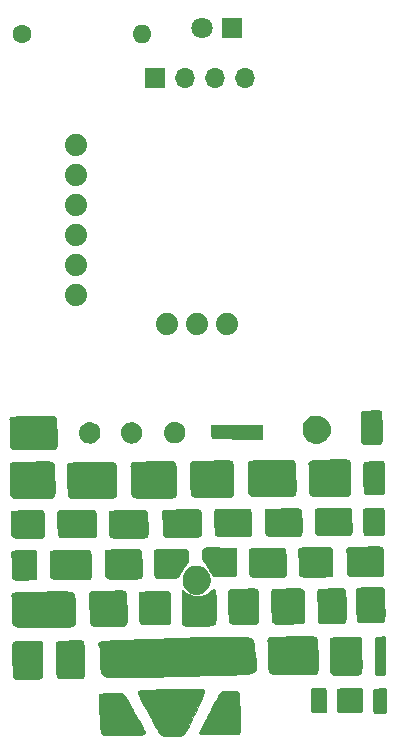
<source format=gtl>
G04 #@! TF.GenerationSoftware,KiCad,Pcbnew,6.0.9*
G04 #@! TF.CreationDate,2022-11-23T21:17:52-08:00*
G04 #@! TF.ProjectId,shitpad,73686974-7061-4642-9e6b-696361645f70,rev?*
G04 #@! TF.SameCoordinates,Original*
G04 #@! TF.FileFunction,Copper,L1,Top*
G04 #@! TF.FilePolarity,Positive*
%FSLAX46Y46*%
G04 Gerber Fmt 4.6, Leading zero omitted, Abs format (unit mm)*
G04 Created by KiCad (PCBNEW 6.0.9) date 2022-11-23 21:17:52*
%MOMM*%
%LPD*%
G01*
G04 APERTURE LIST*
G04 #@! TA.AperFunction,EtchedComponent*
%ADD10C,0.010000*%
G04 #@! TD*
G04 #@! TA.AperFunction,ComponentPad*
%ADD11R,1.700000X1.700000*%
G04 #@! TD*
G04 #@! TA.AperFunction,ComponentPad*
%ADD12O,1.700000X1.700000*%
G04 #@! TD*
G04 #@! TA.AperFunction,ComponentPad*
%ADD13R,1.800000X1.800000*%
G04 #@! TD*
G04 #@! TA.AperFunction,ComponentPad*
%ADD14C,1.800000*%
G04 #@! TD*
G04 #@! TA.AperFunction,ComponentPad*
%ADD15C,1.879600*%
G04 #@! TD*
G04 #@! TA.AperFunction,ComponentPad*
%ADD16C,1.600000*%
G04 #@! TD*
G04 #@! TA.AperFunction,ComponentPad*
%ADD17O,1.600000X1.600000*%
G04 #@! TD*
G04 APERTURE END LIST*
G36*
X98483971Y-72414507D02*
G01*
X98540250Y-72415411D01*
X98693007Y-72420594D01*
X98809481Y-72429288D01*
X98895690Y-72443401D01*
X98957655Y-72464841D01*
X99001394Y-72495516D01*
X99032927Y-72537335D01*
X99052449Y-72577781D01*
X99064751Y-72628014D01*
X99076005Y-72713914D01*
X99086128Y-72830075D01*
X99095035Y-72971093D01*
X99102644Y-73131563D01*
X99108871Y-73306078D01*
X99113633Y-73489235D01*
X99116846Y-73675627D01*
X99118426Y-73859850D01*
X99118291Y-74036498D01*
X99116357Y-74200167D01*
X99112540Y-74345450D01*
X99106757Y-74466943D01*
X99098924Y-74559240D01*
X99088959Y-74616937D01*
X99084123Y-74629542D01*
X99046407Y-74676279D01*
X99000835Y-74714209D01*
X98986740Y-74721824D01*
X98967301Y-74728354D01*
X98939302Y-74733895D01*
X98899529Y-74738548D01*
X98844764Y-74742409D01*
X98771792Y-74745578D01*
X98677397Y-74748153D01*
X98558362Y-74750231D01*
X98411472Y-74751912D01*
X98233510Y-74753293D01*
X98021261Y-74754473D01*
X97771509Y-74755550D01*
X97631038Y-74756082D01*
X97352013Y-74756953D01*
X97112331Y-74757327D01*
X96909004Y-74757151D01*
X96739045Y-74756374D01*
X96599465Y-74754944D01*
X96487278Y-74752811D01*
X96399495Y-74749922D01*
X96333128Y-74746227D01*
X96285190Y-74741672D01*
X96252693Y-74736208D01*
X96238175Y-74732049D01*
X96192465Y-74715368D01*
X96154522Y-74698906D01*
X96123553Y-74678780D01*
X96098760Y-74651105D01*
X96079349Y-74611997D01*
X96064524Y-74557572D01*
X96053490Y-74483947D01*
X96045451Y-74387236D01*
X96039613Y-74263556D01*
X96035179Y-74109023D01*
X96031355Y-73919753D01*
X96027549Y-73703500D01*
X96023914Y-73511462D01*
X96019936Y-73328002D01*
X96015766Y-73158504D01*
X96011561Y-73008348D01*
X96007472Y-72882917D01*
X96003653Y-72787592D01*
X96000259Y-72727755D01*
X95999432Y-72718352D01*
X95995744Y-72623723D01*
X96011493Y-72558706D01*
X96052631Y-72516529D01*
X96125106Y-72490421D01*
X96212143Y-72476246D01*
X96275481Y-72470741D01*
X96375726Y-72464837D01*
X96507458Y-72458677D01*
X96665255Y-72452402D01*
X96843694Y-72446153D01*
X97037354Y-72440074D01*
X97240813Y-72434305D01*
X97448649Y-72428987D01*
X97655441Y-72424264D01*
X97855767Y-72420275D01*
X98044204Y-72417164D01*
X98215332Y-72415071D01*
X98363728Y-72414138D01*
X98483971Y-72414507D01*
G37*
D10*
X98483971Y-72414507D02*
X98540250Y-72415411D01*
X98693007Y-72420594D01*
X98809481Y-72429288D01*
X98895690Y-72443401D01*
X98957655Y-72464841D01*
X99001394Y-72495516D01*
X99032927Y-72537335D01*
X99052449Y-72577781D01*
X99064751Y-72628014D01*
X99076005Y-72713914D01*
X99086128Y-72830075D01*
X99095035Y-72971093D01*
X99102644Y-73131563D01*
X99108871Y-73306078D01*
X99113633Y-73489235D01*
X99116846Y-73675627D01*
X99118426Y-73859850D01*
X99118291Y-74036498D01*
X99116357Y-74200167D01*
X99112540Y-74345450D01*
X99106757Y-74466943D01*
X99098924Y-74559240D01*
X99088959Y-74616937D01*
X99084123Y-74629542D01*
X99046407Y-74676279D01*
X99000835Y-74714209D01*
X98986740Y-74721824D01*
X98967301Y-74728354D01*
X98939302Y-74733895D01*
X98899529Y-74738548D01*
X98844764Y-74742409D01*
X98771792Y-74745578D01*
X98677397Y-74748153D01*
X98558362Y-74750231D01*
X98411472Y-74751912D01*
X98233510Y-74753293D01*
X98021261Y-74754473D01*
X97771509Y-74755550D01*
X97631038Y-74756082D01*
X97352013Y-74756953D01*
X97112331Y-74757327D01*
X96909004Y-74757151D01*
X96739045Y-74756374D01*
X96599465Y-74754944D01*
X96487278Y-74752811D01*
X96399495Y-74749922D01*
X96333128Y-74746227D01*
X96285190Y-74741672D01*
X96252693Y-74736208D01*
X96238175Y-74732049D01*
X96192465Y-74715368D01*
X96154522Y-74698906D01*
X96123553Y-74678780D01*
X96098760Y-74651105D01*
X96079349Y-74611997D01*
X96064524Y-74557572D01*
X96053490Y-74483947D01*
X96045451Y-74387236D01*
X96039613Y-74263556D01*
X96035179Y-74109023D01*
X96031355Y-73919753D01*
X96027549Y-73703500D01*
X96023914Y-73511462D01*
X96019936Y-73328002D01*
X96015766Y-73158504D01*
X96011561Y-73008348D01*
X96007472Y-72882917D01*
X96003653Y-72787592D01*
X96000259Y-72727755D01*
X95999432Y-72718352D01*
X95995744Y-72623723D01*
X96011493Y-72558706D01*
X96052631Y-72516529D01*
X96125106Y-72490421D01*
X96212143Y-72476246D01*
X96275481Y-72470741D01*
X96375726Y-72464837D01*
X96507458Y-72458677D01*
X96665255Y-72452402D01*
X96843694Y-72446153D01*
X97037354Y-72440074D01*
X97240813Y-72434305D01*
X97448649Y-72428987D01*
X97655441Y-72424264D01*
X97855767Y-72420275D01*
X98044204Y-72417164D01*
X98215332Y-72415071D01*
X98363728Y-72414138D01*
X98483971Y-72414507D01*
G36*
X105881871Y-68414732D02*
G01*
X105921154Y-68419885D01*
X105948340Y-68428382D01*
X105969472Y-68440618D01*
X105985115Y-68452592D01*
X106007209Y-68471579D01*
X106026086Y-68492664D01*
X106042003Y-68519146D01*
X106055219Y-68554325D01*
X106065991Y-68601503D01*
X106074576Y-68663979D01*
X106081234Y-68745053D01*
X106086221Y-68848026D01*
X106089796Y-68976199D01*
X106092216Y-69132871D01*
X106093739Y-69321343D01*
X106094624Y-69544916D01*
X106095127Y-69806888D01*
X106095201Y-69861750D01*
X106095206Y-70083537D01*
X106094660Y-70293868D01*
X106093612Y-70488705D01*
X106092109Y-70664011D01*
X106090199Y-70815748D01*
X106087929Y-70939879D01*
X106085347Y-71032367D01*
X106082501Y-71089174D01*
X106080539Y-71105024D01*
X106070631Y-71136046D01*
X106057203Y-71161226D01*
X106036012Y-71181264D01*
X106002817Y-71196863D01*
X105953374Y-71208722D01*
X105883441Y-71217545D01*
X105788775Y-71224031D01*
X105665135Y-71228882D01*
X105508276Y-71232800D01*
X105313958Y-71236486D01*
X105281816Y-71237053D01*
X105078203Y-71240221D01*
X104912932Y-71241791D01*
X104782042Y-71241685D01*
X104681569Y-71239827D01*
X104607549Y-71236138D01*
X104556021Y-71230543D01*
X104523021Y-71222962D01*
X104520879Y-71222200D01*
X104449409Y-71176649D01*
X104404462Y-71121167D01*
X104395297Y-71104251D01*
X104387468Y-71084983D01*
X104380828Y-71059956D01*
X104375228Y-71025763D01*
X104370522Y-70978996D01*
X104366562Y-70916248D01*
X104363201Y-70834111D01*
X104360291Y-70729179D01*
X104357685Y-70598043D01*
X104355236Y-70437297D01*
X104352796Y-70243533D01*
X104350219Y-70013343D01*
X104348155Y-69819417D01*
X104345347Y-69551917D01*
X104343153Y-69323586D01*
X104341816Y-69131260D01*
X104341579Y-68971777D01*
X104342684Y-68841974D01*
X104345375Y-68738687D01*
X104349893Y-68658753D01*
X104356482Y-68599011D01*
X104365384Y-68556295D01*
X104376843Y-68527444D01*
X104391100Y-68509294D01*
X104408399Y-68498683D01*
X104428981Y-68492447D01*
X104450325Y-68488000D01*
X104518108Y-68477742D01*
X104621687Y-68466977D01*
X104754535Y-68456137D01*
X104910122Y-68445655D01*
X105081923Y-68435963D01*
X105263410Y-68427493D01*
X105448054Y-68420677D01*
X105482917Y-68419606D01*
X105631015Y-68415358D01*
X105742845Y-68412865D01*
X105824449Y-68412524D01*
X105881871Y-68414732D01*
G37*
X105881871Y-68414732D02*
X105921154Y-68419885D01*
X105948340Y-68428382D01*
X105969472Y-68440618D01*
X105985115Y-68452592D01*
X106007209Y-68471579D01*
X106026086Y-68492664D01*
X106042003Y-68519146D01*
X106055219Y-68554325D01*
X106065991Y-68601503D01*
X106074576Y-68663979D01*
X106081234Y-68745053D01*
X106086221Y-68848026D01*
X106089796Y-68976199D01*
X106092216Y-69132871D01*
X106093739Y-69321343D01*
X106094624Y-69544916D01*
X106095127Y-69806888D01*
X106095201Y-69861750D01*
X106095206Y-70083537D01*
X106094660Y-70293868D01*
X106093612Y-70488705D01*
X106092109Y-70664011D01*
X106090199Y-70815748D01*
X106087929Y-70939879D01*
X106085347Y-71032367D01*
X106082501Y-71089174D01*
X106080539Y-71105024D01*
X106070631Y-71136046D01*
X106057203Y-71161226D01*
X106036012Y-71181264D01*
X106002817Y-71196863D01*
X105953374Y-71208722D01*
X105883441Y-71217545D01*
X105788775Y-71224031D01*
X105665135Y-71228882D01*
X105508276Y-71232800D01*
X105313958Y-71236486D01*
X105281816Y-71237053D01*
X105078203Y-71240221D01*
X104912932Y-71241791D01*
X104782042Y-71241685D01*
X104681569Y-71239827D01*
X104607549Y-71236138D01*
X104556021Y-71230543D01*
X104523021Y-71222962D01*
X104520879Y-71222200D01*
X104449409Y-71176649D01*
X104404462Y-71121167D01*
X104395297Y-71104251D01*
X104387468Y-71084983D01*
X104380828Y-71059956D01*
X104375228Y-71025763D01*
X104370522Y-70978996D01*
X104366562Y-70916248D01*
X104363201Y-70834111D01*
X104360291Y-70729179D01*
X104357685Y-70598043D01*
X104355236Y-70437297D01*
X104352796Y-70243533D01*
X104350219Y-70013343D01*
X104348155Y-69819417D01*
X104345347Y-69551917D01*
X104343153Y-69323586D01*
X104341816Y-69131260D01*
X104341579Y-68971777D01*
X104342684Y-68841974D01*
X104345375Y-68738687D01*
X104349893Y-68658753D01*
X104356482Y-68599011D01*
X104365384Y-68556295D01*
X104376843Y-68527444D01*
X104391100Y-68509294D01*
X104408399Y-68498683D01*
X104428981Y-68492447D01*
X104450325Y-68488000D01*
X104518108Y-68477742D01*
X104621687Y-68466977D01*
X104754535Y-68456137D01*
X104910122Y-68445655D01*
X105081923Y-68435963D01*
X105263410Y-68427493D01*
X105448054Y-68420677D01*
X105482917Y-68419606D01*
X105631015Y-68415358D01*
X105742845Y-68412865D01*
X105824449Y-68412524D01*
X105881871Y-68414732D01*
G36*
X93242174Y-87870130D02*
G01*
X93280334Y-87871528D01*
X93439283Y-87879590D01*
X93561230Y-87891266D01*
X93651502Y-87909603D01*
X93715427Y-87937646D01*
X93758333Y-87978442D01*
X93785545Y-88035039D01*
X93802393Y-88110483D01*
X93810730Y-88174857D01*
X93816702Y-88245017D01*
X93823476Y-88352406D01*
X93830875Y-88491929D01*
X93838718Y-88658493D01*
X93846826Y-88847003D01*
X93855020Y-89052366D01*
X93863120Y-89269488D01*
X93870947Y-89493275D01*
X93878323Y-89718633D01*
X93885067Y-89940469D01*
X93891000Y-90153689D01*
X93895943Y-90353199D01*
X93899716Y-90533905D01*
X93902141Y-90690713D01*
X93902990Y-90795584D01*
X93902954Y-90978859D01*
X93900869Y-91124738D01*
X93895885Y-91238140D01*
X93887151Y-91323984D01*
X93873816Y-91387191D01*
X93855031Y-91432681D01*
X93829945Y-91465372D01*
X93797707Y-91490185D01*
X93781279Y-91499743D01*
X93760380Y-91509291D01*
X93733204Y-91517060D01*
X93695455Y-91523239D01*
X93642836Y-91528018D01*
X93571050Y-91531585D01*
X93475800Y-91534131D01*
X93352790Y-91535845D01*
X93197723Y-91536917D01*
X93006303Y-91537535D01*
X92920500Y-91537694D01*
X92693317Y-91537629D01*
X92437692Y-91536823D01*
X92167024Y-91535365D01*
X91894714Y-91533345D01*
X91634162Y-91530853D01*
X91398769Y-91527977D01*
X91338856Y-91527111D01*
X91135517Y-91523992D01*
X90970261Y-91521174D01*
X90838841Y-91518359D01*
X90737010Y-91515251D01*
X90660523Y-91511551D01*
X90605132Y-91506964D01*
X90566591Y-91501190D01*
X90540655Y-91493932D01*
X90523075Y-91484894D01*
X90509606Y-91473778D01*
X90504402Y-91468666D01*
X90489139Y-91452516D01*
X90477563Y-91435645D01*
X90470891Y-91415293D01*
X90470339Y-91388698D01*
X90477123Y-91353102D01*
X90492462Y-91305742D01*
X90517570Y-91243860D01*
X90553665Y-91164694D01*
X90601963Y-91065484D01*
X90663681Y-90943470D01*
X90740034Y-90795890D01*
X90832241Y-90619986D01*
X90941517Y-90412996D01*
X91069079Y-90172159D01*
X91108875Y-90097084D01*
X91212886Y-89900275D01*
X91323384Y-89690120D01*
X91435891Y-89475208D01*
X91545927Y-89264130D01*
X91649012Y-89065478D01*
X91740668Y-88887843D01*
X91809703Y-88753000D01*
X91910431Y-88557059D01*
X91995690Y-88395784D01*
X92067845Y-88265447D01*
X92129261Y-88162319D01*
X92182302Y-88082673D01*
X92229331Y-88022780D01*
X92272713Y-87978913D01*
X92314813Y-87947343D01*
X92324265Y-87941603D01*
X92381956Y-87920801D01*
X92475249Y-87902715D01*
X92597470Y-87887833D01*
X92741946Y-87876645D01*
X92902004Y-87869639D01*
X93070971Y-87867304D01*
X93242174Y-87870130D01*
G37*
X93242174Y-87870130D02*
X93280334Y-87871528D01*
X93439283Y-87879590D01*
X93561230Y-87891266D01*
X93651502Y-87909603D01*
X93715427Y-87937646D01*
X93758333Y-87978442D01*
X93785545Y-88035039D01*
X93802393Y-88110483D01*
X93810730Y-88174857D01*
X93816702Y-88245017D01*
X93823476Y-88352406D01*
X93830875Y-88491929D01*
X93838718Y-88658493D01*
X93846826Y-88847003D01*
X93855020Y-89052366D01*
X93863120Y-89269488D01*
X93870947Y-89493275D01*
X93878323Y-89718633D01*
X93885067Y-89940469D01*
X93891000Y-90153689D01*
X93895943Y-90353199D01*
X93899716Y-90533905D01*
X93902141Y-90690713D01*
X93902990Y-90795584D01*
X93902954Y-90978859D01*
X93900869Y-91124738D01*
X93895885Y-91238140D01*
X93887151Y-91323984D01*
X93873816Y-91387191D01*
X93855031Y-91432681D01*
X93829945Y-91465372D01*
X93797707Y-91490185D01*
X93781279Y-91499743D01*
X93760380Y-91509291D01*
X93733204Y-91517060D01*
X93695455Y-91523239D01*
X93642836Y-91528018D01*
X93571050Y-91531585D01*
X93475800Y-91534131D01*
X93352790Y-91535845D01*
X93197723Y-91536917D01*
X93006303Y-91537535D01*
X92920500Y-91537694D01*
X92693317Y-91537629D01*
X92437692Y-91536823D01*
X92167024Y-91535365D01*
X91894714Y-91533345D01*
X91634162Y-91530853D01*
X91398769Y-91527977D01*
X91338856Y-91527111D01*
X91135517Y-91523992D01*
X90970261Y-91521174D01*
X90838841Y-91518359D01*
X90737010Y-91515251D01*
X90660523Y-91511551D01*
X90605132Y-91506964D01*
X90566591Y-91501190D01*
X90540655Y-91493932D01*
X90523075Y-91484894D01*
X90509606Y-91473778D01*
X90504402Y-91468666D01*
X90489139Y-91452516D01*
X90477563Y-91435645D01*
X90470891Y-91415293D01*
X90470339Y-91388698D01*
X90477123Y-91353102D01*
X90492462Y-91305742D01*
X90517570Y-91243860D01*
X90553665Y-91164694D01*
X90601963Y-91065484D01*
X90663681Y-90943470D01*
X90740034Y-90795890D01*
X90832241Y-90619986D01*
X90941517Y-90412996D01*
X91069079Y-90172159D01*
X91108875Y-90097084D01*
X91212886Y-89900275D01*
X91323384Y-89690120D01*
X91435891Y-89475208D01*
X91545927Y-89264130D01*
X91649012Y-89065478D01*
X91740668Y-88887843D01*
X91809703Y-88753000D01*
X91910431Y-88557059D01*
X91995690Y-88395784D01*
X92067845Y-88265447D01*
X92129261Y-88162319D01*
X92182302Y-88082673D01*
X92229331Y-88022780D01*
X92272713Y-87978913D01*
X92314813Y-87947343D01*
X92324265Y-87941603D01*
X92381956Y-87920801D01*
X92475249Y-87902715D01*
X92597470Y-87887833D01*
X92741946Y-87876645D01*
X92902004Y-87869639D01*
X93070971Y-87867304D01*
X93242174Y-87870130D01*
G36*
X80593584Y-75910416D02*
G01*
X80726405Y-75913072D01*
X80836592Y-75918158D01*
X80926608Y-75925809D01*
X80998910Y-75936161D01*
X81055960Y-75949347D01*
X81100217Y-75965501D01*
X81134141Y-75984760D01*
X81160191Y-76007257D01*
X81180829Y-76033126D01*
X81198513Y-76062503D01*
X81207256Y-76079012D01*
X81222958Y-76127831D01*
X81236767Y-76210605D01*
X81248748Y-76328514D01*
X81258961Y-76482735D01*
X81267471Y-76674447D01*
X81274339Y-76904829D01*
X81279628Y-77175059D01*
X81283401Y-77486314D01*
X81283663Y-77515735D01*
X81285105Y-77703323D01*
X81285684Y-77853549D01*
X81285184Y-77971378D01*
X81283387Y-78061777D01*
X81280076Y-78129712D01*
X81275035Y-78180149D01*
X81268044Y-78218053D01*
X81258889Y-78248392D01*
X81250734Y-78268567D01*
X81237529Y-78299079D01*
X81224546Y-78325481D01*
X81208799Y-78348083D01*
X81187304Y-78367197D01*
X81157078Y-78383132D01*
X81115135Y-78396200D01*
X81058492Y-78406711D01*
X80984164Y-78414974D01*
X80889167Y-78421302D01*
X80770516Y-78426005D01*
X80625227Y-78429392D01*
X80450316Y-78431775D01*
X80242799Y-78433464D01*
X79999691Y-78434770D01*
X79718008Y-78436003D01*
X79638417Y-78436349D01*
X79396227Y-78437139D01*
X79164417Y-78437370D01*
X78946805Y-78437072D01*
X78747212Y-78436274D01*
X78569456Y-78435006D01*
X78417357Y-78433298D01*
X78294734Y-78431180D01*
X78205406Y-78428681D01*
X78153193Y-78425832D01*
X78144113Y-78424707D01*
X78029481Y-78394587D01*
X77947530Y-78349252D01*
X77889671Y-78282908D01*
X77865706Y-78236956D01*
X77855164Y-78211194D01*
X77846308Y-78182920D01*
X77838896Y-78148070D01*
X77832684Y-78102577D01*
X77827428Y-78042377D01*
X77822885Y-77963405D01*
X77818811Y-77861598D01*
X77814964Y-77732889D01*
X77811098Y-77573213D01*
X77806972Y-77378507D01*
X77803342Y-77196000D01*
X77799458Y-76997239D01*
X77795797Y-76809059D01*
X77792450Y-76636218D01*
X77789509Y-76483468D01*
X77787064Y-76355564D01*
X77785208Y-76257262D01*
X77784032Y-76193316D01*
X77783668Y-76171952D01*
X77794463Y-76096695D01*
X77832845Y-76043618D01*
X77903865Y-76007991D01*
X77977236Y-75990630D01*
X78025967Y-75985142D01*
X78111121Y-75978919D01*
X78226799Y-75972255D01*
X78367103Y-75965442D01*
X78526135Y-75958774D01*
X78697998Y-75952543D01*
X78823500Y-75948577D01*
X79183625Y-75937987D01*
X79503898Y-75928886D01*
X79786780Y-75921407D01*
X80034729Y-75915687D01*
X80250206Y-75911858D01*
X80435671Y-75910056D01*
X80593584Y-75910416D01*
G37*
X80593584Y-75910416D02*
X80726405Y-75913072D01*
X80836592Y-75918158D01*
X80926608Y-75925809D01*
X80998910Y-75936161D01*
X81055960Y-75949347D01*
X81100217Y-75965501D01*
X81134141Y-75984760D01*
X81160191Y-76007257D01*
X81180829Y-76033126D01*
X81198513Y-76062503D01*
X81207256Y-76079012D01*
X81222958Y-76127831D01*
X81236767Y-76210605D01*
X81248748Y-76328514D01*
X81258961Y-76482735D01*
X81267471Y-76674447D01*
X81274339Y-76904829D01*
X81279628Y-77175059D01*
X81283401Y-77486314D01*
X81283663Y-77515735D01*
X81285105Y-77703323D01*
X81285684Y-77853549D01*
X81285184Y-77971378D01*
X81283387Y-78061777D01*
X81280076Y-78129712D01*
X81275035Y-78180149D01*
X81268044Y-78218053D01*
X81258889Y-78248392D01*
X81250734Y-78268567D01*
X81237529Y-78299079D01*
X81224546Y-78325481D01*
X81208799Y-78348083D01*
X81187304Y-78367197D01*
X81157078Y-78383132D01*
X81115135Y-78396200D01*
X81058492Y-78406711D01*
X80984164Y-78414974D01*
X80889167Y-78421302D01*
X80770516Y-78426005D01*
X80625227Y-78429392D01*
X80450316Y-78431775D01*
X80242799Y-78433464D01*
X79999691Y-78434770D01*
X79718008Y-78436003D01*
X79638417Y-78436349D01*
X79396227Y-78437139D01*
X79164417Y-78437370D01*
X78946805Y-78437072D01*
X78747212Y-78436274D01*
X78569456Y-78435006D01*
X78417357Y-78433298D01*
X78294734Y-78431180D01*
X78205406Y-78428681D01*
X78153193Y-78425832D01*
X78144113Y-78424707D01*
X78029481Y-78394587D01*
X77947530Y-78349252D01*
X77889671Y-78282908D01*
X77865706Y-78236956D01*
X77855164Y-78211194D01*
X77846308Y-78182920D01*
X77838896Y-78148070D01*
X77832684Y-78102577D01*
X77827428Y-78042377D01*
X77822885Y-77963405D01*
X77818811Y-77861598D01*
X77814964Y-77732889D01*
X77811098Y-77573213D01*
X77806972Y-77378507D01*
X77803342Y-77196000D01*
X77799458Y-76997239D01*
X77795797Y-76809059D01*
X77792450Y-76636218D01*
X77789509Y-76483468D01*
X77787064Y-76355564D01*
X77785208Y-76257262D01*
X77784032Y-76193316D01*
X77783668Y-76171952D01*
X77794463Y-76096695D01*
X77832845Y-76043618D01*
X77903865Y-76007991D01*
X77977236Y-75990630D01*
X78025967Y-75985142D01*
X78111121Y-75978919D01*
X78226799Y-75972255D01*
X78367103Y-75965442D01*
X78526135Y-75958774D01*
X78697998Y-75952543D01*
X78823500Y-75948577D01*
X79183625Y-75937987D01*
X79503898Y-75928886D01*
X79786780Y-75921407D01*
X80034729Y-75915687D01*
X80250206Y-75911858D01*
X80435671Y-75910056D01*
X80593584Y-75910416D01*
G36*
X88441538Y-65122503D02*
G01*
X88516579Y-65128089D01*
X88576744Y-65140407D01*
X88635737Y-65161824D01*
X88675105Y-65179481D01*
X88843696Y-65277143D01*
X88977874Y-65398202D01*
X89080426Y-65545854D01*
X89154143Y-65723295D01*
X89156601Y-65731289D01*
X89190289Y-65911334D01*
X89184291Y-66090008D01*
X89141065Y-66261917D01*
X89063066Y-66421665D01*
X88952752Y-66563857D01*
X88812579Y-66683100D01*
X88691235Y-66753313D01*
X88622508Y-66782843D01*
X88556284Y-66801401D01*
X88477728Y-66811949D01*
X88372002Y-66817451D01*
X88369667Y-66817525D01*
X88241194Y-66817213D01*
X88138464Y-66808047D01*
X88083917Y-66795824D01*
X87905027Y-66716040D01*
X87754150Y-66606267D01*
X87633589Y-66470152D01*
X87545650Y-66311339D01*
X87492636Y-66133474D01*
X87476851Y-65940200D01*
X87482947Y-65845091D01*
X87519548Y-65691119D01*
X87591486Y-65540350D01*
X87692110Y-65401397D01*
X87814770Y-65282874D01*
X87952816Y-65193395D01*
X88003810Y-65170424D01*
X88075419Y-65145645D01*
X88147614Y-65130601D01*
X88234731Y-65123183D01*
X88337917Y-65121285D01*
X88441538Y-65122503D01*
G37*
X88441538Y-65122503D02*
X88516579Y-65128089D01*
X88576744Y-65140407D01*
X88635737Y-65161824D01*
X88675105Y-65179481D01*
X88843696Y-65277143D01*
X88977874Y-65398202D01*
X89080426Y-65545854D01*
X89154143Y-65723295D01*
X89156601Y-65731289D01*
X89190289Y-65911334D01*
X89184291Y-66090008D01*
X89141065Y-66261917D01*
X89063066Y-66421665D01*
X88952752Y-66563857D01*
X88812579Y-66683100D01*
X88691235Y-66753313D01*
X88622508Y-66782843D01*
X88556284Y-66801401D01*
X88477728Y-66811949D01*
X88372002Y-66817451D01*
X88369667Y-66817525D01*
X88241194Y-66817213D01*
X88138464Y-66808047D01*
X88083917Y-66795824D01*
X87905027Y-66716040D01*
X87754150Y-66606267D01*
X87633589Y-66470152D01*
X87545650Y-66311339D01*
X87492636Y-66133474D01*
X87476851Y-65940200D01*
X87482947Y-65845091D01*
X87519548Y-65691119D01*
X87591486Y-65540350D01*
X87692110Y-65401397D01*
X87814770Y-65282874D01*
X87952816Y-65193395D01*
X88003810Y-65170424D01*
X88075419Y-65145645D01*
X88147614Y-65130601D01*
X88234731Y-65123183D01*
X88337917Y-65121285D01*
X88441538Y-65122503D01*
G36*
X90454410Y-77297546D02*
G01*
X90650582Y-77368777D01*
X90834042Y-77478585D01*
X90983088Y-77607064D01*
X91128266Y-77781471D01*
X91234893Y-77973306D01*
X91302743Y-78182024D01*
X91331594Y-78407078D01*
X91332687Y-78459667D01*
X91324890Y-78620109D01*
X91298047Y-78764802D01*
X91248060Y-78911299D01*
X91204254Y-79009461D01*
X91092576Y-79195443D01*
X90949102Y-79355792D01*
X90778294Y-79486718D01*
X90584617Y-79584432D01*
X90487783Y-79617565D01*
X90397363Y-79635268D01*
X90280615Y-79645837D01*
X90152988Y-79649000D01*
X90029927Y-79644484D01*
X89926879Y-79632018D01*
X89906757Y-79627793D01*
X89745673Y-79571128D01*
X89584840Y-79480310D01*
X89433097Y-79362634D01*
X89299285Y-79225400D01*
X89192245Y-79075906D01*
X89155775Y-79007850D01*
X89076958Y-78799230D01*
X89036709Y-78588483D01*
X89032941Y-78379704D01*
X89063567Y-78176993D01*
X89126500Y-77984447D01*
X89219652Y-77806164D01*
X89340937Y-77646241D01*
X89488267Y-77508775D01*
X89659556Y-77397865D01*
X89852716Y-77317608D01*
X90038004Y-77275753D01*
X90249044Y-77266127D01*
X90454410Y-77297546D01*
G37*
X90454410Y-77297546D02*
X90650582Y-77368777D01*
X90834042Y-77478585D01*
X90983088Y-77607064D01*
X91128266Y-77781471D01*
X91234893Y-77973306D01*
X91302743Y-78182024D01*
X91331594Y-78407078D01*
X91332687Y-78459667D01*
X91324890Y-78620109D01*
X91298047Y-78764802D01*
X91248060Y-78911299D01*
X91204254Y-79009461D01*
X91092576Y-79195443D01*
X90949102Y-79355792D01*
X90778294Y-79486718D01*
X90584617Y-79584432D01*
X90487783Y-79617565D01*
X90397363Y-79635268D01*
X90280615Y-79645837D01*
X90152988Y-79649000D01*
X90029927Y-79644484D01*
X89926879Y-79632018D01*
X89906757Y-79627793D01*
X89745673Y-79571128D01*
X89584840Y-79480310D01*
X89433097Y-79362634D01*
X89299285Y-79225400D01*
X89192245Y-79075906D01*
X89155775Y-79007850D01*
X89076958Y-78799230D01*
X89036709Y-78588483D01*
X89032941Y-78379704D01*
X89063567Y-78176993D01*
X89126500Y-77984447D01*
X89219652Y-77806164D01*
X89340937Y-77646241D01*
X89488267Y-77508775D01*
X89659556Y-77397865D01*
X89852716Y-77317608D01*
X90038004Y-77275753D01*
X90249044Y-77266127D01*
X90454410Y-77297546D01*
G36*
X91689644Y-79288848D02*
G01*
X91712303Y-79297645D01*
X91735729Y-79309093D01*
X91755832Y-79321393D01*
X91772869Y-79337672D01*
X91787091Y-79361055D01*
X91798754Y-79394668D01*
X91808111Y-79441638D01*
X91815415Y-79505092D01*
X91820922Y-79588154D01*
X91824884Y-79693952D01*
X91827556Y-79825611D01*
X91829192Y-79986258D01*
X91830044Y-80179018D01*
X91830368Y-80407019D01*
X91830418Y-80673385D01*
X91830417Y-80752000D01*
X91830376Y-81019385D01*
X91830185Y-81247760D01*
X91829744Y-81440452D01*
X91828950Y-81600785D01*
X91827702Y-81732083D01*
X91825898Y-81837672D01*
X91823438Y-81920875D01*
X91820218Y-81985018D01*
X91816139Y-82033426D01*
X91811097Y-82069423D01*
X91804993Y-82096333D01*
X91797724Y-82117482D01*
X91789189Y-82136195D01*
X91788084Y-82138417D01*
X91746551Y-82202008D01*
X91689757Y-82250770D01*
X91611684Y-82287128D01*
X91506315Y-82313505D01*
X91367634Y-82332325D01*
X91289621Y-82339219D01*
X91207847Y-82343823D01*
X91093502Y-82347744D01*
X90952183Y-82350981D01*
X90789490Y-82353532D01*
X90611018Y-82355398D01*
X90422367Y-82356579D01*
X90229134Y-82357072D01*
X90036916Y-82356879D01*
X89851313Y-82355998D01*
X89677920Y-82354429D01*
X89522337Y-82352171D01*
X89390161Y-82349223D01*
X89286989Y-82345586D01*
X89218420Y-82341258D01*
X89202600Y-82339432D01*
X89124877Y-82326079D01*
X89076234Y-82309230D01*
X89043619Y-82281276D01*
X89013979Y-82234607D01*
X89009808Y-82227033D01*
X89001443Y-82209070D01*
X88994479Y-82186018D01*
X88988812Y-82154214D01*
X88984340Y-82109997D01*
X88980958Y-82049706D01*
X88978563Y-81969680D01*
X88977052Y-81866256D01*
X88976321Y-81735773D01*
X88976267Y-81574571D01*
X88976785Y-81378986D01*
X88977773Y-81145359D01*
X88977982Y-81101250D01*
X88980101Y-80748171D01*
X88982893Y-80436566D01*
X88986385Y-80165584D01*
X88990601Y-79934370D01*
X88995568Y-79742073D01*
X89001310Y-79587838D01*
X89007853Y-79470813D01*
X89015222Y-79390144D01*
X89023444Y-79344978D01*
X89030720Y-79333834D01*
X89055062Y-79347358D01*
X89101312Y-79383360D01*
X89160856Y-79434981D01*
X89181754Y-79454089D01*
X89361348Y-79602984D01*
X89541187Y-79714164D01*
X89730193Y-79791349D01*
X89937291Y-79838259D01*
X90150300Y-79857827D01*
X90267015Y-79861323D01*
X90357692Y-79859543D01*
X90438468Y-79850888D01*
X90525478Y-79833760D01*
X90614465Y-79811840D01*
X90859399Y-79734973D01*
X91072748Y-79637573D01*
X91261703Y-79516092D01*
X91338297Y-79454670D01*
X91451584Y-79365434D01*
X91545068Y-79309242D01*
X91623002Y-79284310D01*
X91689644Y-79288848D01*
G37*
X91689644Y-79288848D02*
X91712303Y-79297645D01*
X91735729Y-79309093D01*
X91755832Y-79321393D01*
X91772869Y-79337672D01*
X91787091Y-79361055D01*
X91798754Y-79394668D01*
X91808111Y-79441638D01*
X91815415Y-79505092D01*
X91820922Y-79588154D01*
X91824884Y-79693952D01*
X91827556Y-79825611D01*
X91829192Y-79986258D01*
X91830044Y-80179018D01*
X91830368Y-80407019D01*
X91830418Y-80673385D01*
X91830417Y-80752000D01*
X91830376Y-81019385D01*
X91830185Y-81247760D01*
X91829744Y-81440452D01*
X91828950Y-81600785D01*
X91827702Y-81732083D01*
X91825898Y-81837672D01*
X91823438Y-81920875D01*
X91820218Y-81985018D01*
X91816139Y-82033426D01*
X91811097Y-82069423D01*
X91804993Y-82096333D01*
X91797724Y-82117482D01*
X91789189Y-82136195D01*
X91788084Y-82138417D01*
X91746551Y-82202008D01*
X91689757Y-82250770D01*
X91611684Y-82287128D01*
X91506315Y-82313505D01*
X91367634Y-82332325D01*
X91289621Y-82339219D01*
X91207847Y-82343823D01*
X91093502Y-82347744D01*
X90952183Y-82350981D01*
X90789490Y-82353532D01*
X90611018Y-82355398D01*
X90422367Y-82356579D01*
X90229134Y-82357072D01*
X90036916Y-82356879D01*
X89851313Y-82355998D01*
X89677920Y-82354429D01*
X89522337Y-82352171D01*
X89390161Y-82349223D01*
X89286989Y-82345586D01*
X89218420Y-82341258D01*
X89202600Y-82339432D01*
X89124877Y-82326079D01*
X89076234Y-82309230D01*
X89043619Y-82281276D01*
X89013979Y-82234607D01*
X89009808Y-82227033D01*
X89001443Y-82209070D01*
X88994479Y-82186018D01*
X88988812Y-82154214D01*
X88984340Y-82109997D01*
X88980958Y-82049706D01*
X88978563Y-81969680D01*
X88977052Y-81866256D01*
X88976321Y-81735773D01*
X88976267Y-81574571D01*
X88976785Y-81378986D01*
X88977773Y-81145359D01*
X88977982Y-81101250D01*
X88980101Y-80748171D01*
X88982893Y-80436566D01*
X88986385Y-80165584D01*
X88990601Y-79934370D01*
X88995568Y-79742073D01*
X89001310Y-79587838D01*
X89007853Y-79470813D01*
X89015222Y-79390144D01*
X89023444Y-79344978D01*
X89030720Y-79333834D01*
X89055062Y-79347358D01*
X89101312Y-79383360D01*
X89160856Y-79434981D01*
X89181754Y-79454089D01*
X89361348Y-79602984D01*
X89541187Y-79714164D01*
X89730193Y-79791349D01*
X89937291Y-79838259D01*
X90150300Y-79857827D01*
X90267015Y-79861323D01*
X90357692Y-79859543D01*
X90438468Y-79850888D01*
X90525478Y-79833760D01*
X90614465Y-79811840D01*
X90859399Y-79734973D01*
X91072748Y-79637573D01*
X91261703Y-79516092D01*
X91338297Y-79454670D01*
X91451584Y-79365434D01*
X91545068Y-79309242D01*
X91623002Y-79284310D01*
X91689644Y-79288848D01*
G36*
X88967974Y-75852678D02*
G01*
X89067386Y-75856622D01*
X89146885Y-75862871D01*
X89210206Y-75871575D01*
X89261081Y-75882884D01*
X89303243Y-75896947D01*
X89340425Y-75913915D01*
X89341537Y-75914488D01*
X89418486Y-75976978D01*
X89475317Y-76074792D01*
X89512197Y-76208514D01*
X89529294Y-76378727D01*
X89528027Y-76561000D01*
X89516972Y-76717364D01*
X89497443Y-76842158D01*
X89465918Y-76945855D01*
X89418873Y-77038928D01*
X89352786Y-77131850D01*
X89324360Y-77166446D01*
X89241814Y-77266491D01*
X89172490Y-77356833D01*
X89109768Y-77447458D01*
X89047032Y-77548354D01*
X88977664Y-77669507D01*
X88914134Y-77785533D01*
X88854365Y-77892714D01*
X88794812Y-77993726D01*
X88741221Y-78079199D01*
X88699342Y-78139760D01*
X88688452Y-78153413D01*
X88656160Y-78190641D01*
X88625969Y-78221315D01*
X88593583Y-78246102D01*
X88554707Y-78265671D01*
X88505043Y-78280690D01*
X88440297Y-78291826D01*
X88356173Y-78299748D01*
X88248374Y-78305124D01*
X88112605Y-78308621D01*
X87944569Y-78310908D01*
X87739972Y-78312653D01*
X87660584Y-78313247D01*
X87453057Y-78314661D01*
X87283537Y-78315400D01*
X87147698Y-78315307D01*
X87041218Y-78314225D01*
X86959771Y-78311999D01*
X86899034Y-78308472D01*
X86854683Y-78303488D01*
X86822394Y-78296890D01*
X86797842Y-78288521D01*
X86782887Y-78281497D01*
X86741898Y-78258889D01*
X86708671Y-78234532D01*
X86682242Y-78203868D01*
X86661647Y-78162340D01*
X86645922Y-78105393D01*
X86634103Y-78028469D01*
X86625226Y-77927011D01*
X86618327Y-77796464D01*
X86612442Y-77632269D01*
X86607189Y-77450963D01*
X86602656Y-77263441D01*
X86599031Y-77066191D01*
X86596427Y-76869717D01*
X86594957Y-76684520D01*
X86594735Y-76521104D01*
X86595790Y-76395087D01*
X86598221Y-76253630D01*
X86600902Y-76148403D01*
X86604570Y-76073305D01*
X86609962Y-76022236D01*
X86617816Y-75989095D01*
X86628866Y-75967781D01*
X86643851Y-75952194D01*
X86649873Y-75947195D01*
X86666661Y-75935699D01*
X86688761Y-75925707D01*
X86719407Y-75917022D01*
X86761827Y-75909446D01*
X86819253Y-75902783D01*
X86894916Y-75896836D01*
X86992047Y-75891406D01*
X87113876Y-75886298D01*
X87263634Y-75881314D01*
X87444552Y-75876257D01*
X87659861Y-75870930D01*
X87912792Y-75865136D01*
X88041584Y-75862283D01*
X88296550Y-75856951D01*
X88512939Y-75853175D01*
X88694484Y-75851104D01*
X88844918Y-75850889D01*
X88967974Y-75852678D01*
G37*
X88967974Y-75852678D02*
X89067386Y-75856622D01*
X89146885Y-75862871D01*
X89210206Y-75871575D01*
X89261081Y-75882884D01*
X89303243Y-75896947D01*
X89340425Y-75913915D01*
X89341537Y-75914488D01*
X89418486Y-75976978D01*
X89475317Y-76074792D01*
X89512197Y-76208514D01*
X89529294Y-76378727D01*
X89528027Y-76561000D01*
X89516972Y-76717364D01*
X89497443Y-76842158D01*
X89465918Y-76945855D01*
X89418873Y-77038928D01*
X89352786Y-77131850D01*
X89324360Y-77166446D01*
X89241814Y-77266491D01*
X89172490Y-77356833D01*
X89109768Y-77447458D01*
X89047032Y-77548354D01*
X88977664Y-77669507D01*
X88914134Y-77785533D01*
X88854365Y-77892714D01*
X88794812Y-77993726D01*
X88741221Y-78079199D01*
X88699342Y-78139760D01*
X88688452Y-78153413D01*
X88656160Y-78190641D01*
X88625969Y-78221315D01*
X88593583Y-78246102D01*
X88554707Y-78265671D01*
X88505043Y-78280690D01*
X88440297Y-78291826D01*
X88356173Y-78299748D01*
X88248374Y-78305124D01*
X88112605Y-78308621D01*
X87944569Y-78310908D01*
X87739972Y-78312653D01*
X87660584Y-78313247D01*
X87453057Y-78314661D01*
X87283537Y-78315400D01*
X87147698Y-78315307D01*
X87041218Y-78314225D01*
X86959771Y-78311999D01*
X86899034Y-78308472D01*
X86854683Y-78303488D01*
X86822394Y-78296890D01*
X86797842Y-78288521D01*
X86782887Y-78281497D01*
X86741898Y-78258889D01*
X86708671Y-78234532D01*
X86682242Y-78203868D01*
X86661647Y-78162340D01*
X86645922Y-78105393D01*
X86634103Y-78028469D01*
X86625226Y-77927011D01*
X86618327Y-77796464D01*
X86612442Y-77632269D01*
X86607189Y-77450963D01*
X86602656Y-77263441D01*
X86599031Y-77066191D01*
X86596427Y-76869717D01*
X86594957Y-76684520D01*
X86594735Y-76521104D01*
X86595790Y-76395087D01*
X86598221Y-76253630D01*
X86600902Y-76148403D01*
X86604570Y-76073305D01*
X86609962Y-76022236D01*
X86617816Y-75989095D01*
X86628866Y-75967781D01*
X86643851Y-75952194D01*
X86649873Y-75947195D01*
X86666661Y-75935699D01*
X86688761Y-75925707D01*
X86719407Y-75917022D01*
X86761827Y-75909446D01*
X86819253Y-75902783D01*
X86894916Y-75896836D01*
X86992047Y-75891406D01*
X87113876Y-75886298D01*
X87263634Y-75881314D01*
X87444552Y-75876257D01*
X87659861Y-75870930D01*
X87912792Y-75865136D01*
X88041584Y-75862283D01*
X88296550Y-75856951D01*
X88512939Y-75853175D01*
X88694484Y-75851104D01*
X88844918Y-75850889D01*
X88967974Y-75852678D01*
G36*
X102619747Y-68275786D02*
G01*
X102735218Y-68276909D01*
X102823323Y-68279152D01*
X102889049Y-68282788D01*
X102937387Y-68288093D01*
X102973323Y-68295341D01*
X103001847Y-68304807D01*
X103027584Y-68316584D01*
X103099129Y-68366965D01*
X103153634Y-68443047D01*
X103162323Y-68459878D01*
X103177342Y-68492173D01*
X103189293Y-68525259D01*
X103198738Y-68564698D01*
X103206241Y-68616051D01*
X103212363Y-68684881D01*
X103217667Y-68776749D01*
X103222716Y-68897217D01*
X103228072Y-69051847D01*
X103230833Y-69137211D01*
X103236002Y-69318468D01*
X103240968Y-69529094D01*
X103245492Y-69756126D01*
X103249333Y-69986600D01*
X103252252Y-70207552D01*
X103253843Y-70380334D01*
X103254959Y-70568239D01*
X103255288Y-70718992D01*
X103254587Y-70837770D01*
X103252614Y-70929750D01*
X103249124Y-71000111D01*
X103243876Y-71054030D01*
X103236626Y-71096683D01*
X103227132Y-71133249D01*
X103217083Y-71163500D01*
X103186986Y-71236042D01*
X103153471Y-71281695D01*
X103104916Y-71315101D01*
X103091084Y-71322250D01*
X103073266Y-71330550D01*
X103053341Y-71337701D01*
X103028167Y-71343798D01*
X102994601Y-71348937D01*
X102949501Y-71353212D01*
X102889724Y-71356719D01*
X102812129Y-71359552D01*
X102713572Y-71361807D01*
X102590911Y-71363579D01*
X102441005Y-71364962D01*
X102260710Y-71366053D01*
X102046885Y-71366945D01*
X101796386Y-71367735D01*
X101567084Y-71368357D01*
X101301109Y-71368760D01*
X101052246Y-71368558D01*
X100823587Y-71367783D01*
X100618222Y-71366468D01*
X100439245Y-71364645D01*
X100289748Y-71362347D01*
X100172823Y-71359606D01*
X100091562Y-71356455D01*
X100049056Y-71352927D01*
X100046114Y-71352343D01*
X99940297Y-71316244D01*
X99862896Y-71262556D01*
X99808421Y-71184589D01*
X99771382Y-71075650D01*
X99756286Y-70999085D01*
X99752152Y-70952817D01*
X99748303Y-70869156D01*
X99744832Y-70753042D01*
X99741828Y-70609414D01*
X99739384Y-70443214D01*
X99737590Y-70259379D01*
X99736537Y-70062851D01*
X99736289Y-69915765D01*
X99735592Y-69631000D01*
X99733588Y-69384288D01*
X99730296Y-69176443D01*
X99725735Y-69008276D01*
X99719922Y-68880601D01*
X99712875Y-68794229D01*
X99710948Y-68779361D01*
X99696979Y-68640518D01*
X99702939Y-68535508D01*
X99732322Y-68459153D01*
X99788620Y-68406273D01*
X99875325Y-68371689D01*
X99995931Y-68350224D01*
X100000750Y-68349653D01*
X100085369Y-68341928D01*
X100206927Y-68333909D01*
X100360029Y-68325769D01*
X100539285Y-68317684D01*
X100739300Y-68309826D01*
X100954683Y-68302372D01*
X101180041Y-68295494D01*
X101409981Y-68289367D01*
X101639110Y-68284165D01*
X101862036Y-68280063D01*
X102073367Y-68277234D01*
X102267708Y-68275853D01*
X102286750Y-68275800D01*
X102471920Y-68275508D01*
X102619747Y-68275786D01*
G37*
X102619747Y-68275786D02*
X102735218Y-68276909D01*
X102823323Y-68279152D01*
X102889049Y-68282788D01*
X102937387Y-68288093D01*
X102973323Y-68295341D01*
X103001847Y-68304807D01*
X103027584Y-68316584D01*
X103099129Y-68366965D01*
X103153634Y-68443047D01*
X103162323Y-68459878D01*
X103177342Y-68492173D01*
X103189293Y-68525259D01*
X103198738Y-68564698D01*
X103206241Y-68616051D01*
X103212363Y-68684881D01*
X103217667Y-68776749D01*
X103222716Y-68897217D01*
X103228072Y-69051847D01*
X103230833Y-69137211D01*
X103236002Y-69318468D01*
X103240968Y-69529094D01*
X103245492Y-69756126D01*
X103249333Y-69986600D01*
X103252252Y-70207552D01*
X103253843Y-70380334D01*
X103254959Y-70568239D01*
X103255288Y-70718992D01*
X103254587Y-70837770D01*
X103252614Y-70929750D01*
X103249124Y-71000111D01*
X103243876Y-71054030D01*
X103236626Y-71096683D01*
X103227132Y-71133249D01*
X103217083Y-71163500D01*
X103186986Y-71236042D01*
X103153471Y-71281695D01*
X103104916Y-71315101D01*
X103091084Y-71322250D01*
X103073266Y-71330550D01*
X103053341Y-71337701D01*
X103028167Y-71343798D01*
X102994601Y-71348937D01*
X102949501Y-71353212D01*
X102889724Y-71356719D01*
X102812129Y-71359552D01*
X102713572Y-71361807D01*
X102590911Y-71363579D01*
X102441005Y-71364962D01*
X102260710Y-71366053D01*
X102046885Y-71366945D01*
X101796386Y-71367735D01*
X101567084Y-71368357D01*
X101301109Y-71368760D01*
X101052246Y-71368558D01*
X100823587Y-71367783D01*
X100618222Y-71366468D01*
X100439245Y-71364645D01*
X100289748Y-71362347D01*
X100172823Y-71359606D01*
X100091562Y-71356455D01*
X100049056Y-71352927D01*
X100046114Y-71352343D01*
X99940297Y-71316244D01*
X99862896Y-71262556D01*
X99808421Y-71184589D01*
X99771382Y-71075650D01*
X99756286Y-70999085D01*
X99752152Y-70952817D01*
X99748303Y-70869156D01*
X99744832Y-70753042D01*
X99741828Y-70609414D01*
X99739384Y-70443214D01*
X99737590Y-70259379D01*
X99736537Y-70062851D01*
X99736289Y-69915765D01*
X99735592Y-69631000D01*
X99733588Y-69384288D01*
X99730296Y-69176443D01*
X99725735Y-69008276D01*
X99719922Y-68880601D01*
X99712875Y-68794229D01*
X99710948Y-68779361D01*
X99696979Y-68640518D01*
X99702939Y-68535508D01*
X99732322Y-68459153D01*
X99788620Y-68406273D01*
X99875325Y-68371689D01*
X99995931Y-68350224D01*
X100000750Y-68349653D01*
X100085369Y-68341928D01*
X100206927Y-68333909D01*
X100360029Y-68325769D01*
X100539285Y-68317684D01*
X100739300Y-68309826D01*
X100954683Y-68302372D01*
X101180041Y-68295494D01*
X101409981Y-68289367D01*
X101639110Y-68284165D01*
X101862036Y-68280063D01*
X102073367Y-68277234D01*
X102267708Y-68275853D01*
X102286750Y-68275800D01*
X102471920Y-68275508D01*
X102619747Y-68275786D01*
G36*
X85338229Y-72563316D02*
G01*
X85498661Y-72564935D01*
X85633252Y-72567797D01*
X85737399Y-72571970D01*
X85806496Y-72577524D01*
X85828599Y-72581379D01*
X85923414Y-72624098D01*
X85993218Y-72690701D01*
X86028297Y-72767415D01*
X86033643Y-72810259D01*
X86039438Y-72889407D01*
X86045494Y-72998832D01*
X86051620Y-73132511D01*
X86057628Y-73284417D01*
X86063328Y-73448526D01*
X86068530Y-73618812D01*
X86073046Y-73789251D01*
X86076685Y-73953816D01*
X86079260Y-74106484D01*
X86080579Y-74241228D01*
X86080455Y-74352023D01*
X86079668Y-74402000D01*
X86075275Y-74535810D01*
X86068861Y-74634216D01*
X86059639Y-74704129D01*
X86046820Y-74752459D01*
X86037284Y-74773588D01*
X86024102Y-74798061D01*
X86011014Y-74819136D01*
X85994942Y-74837076D01*
X85972804Y-74852143D01*
X85941521Y-74864599D01*
X85898013Y-74874708D01*
X85839201Y-74882731D01*
X85762003Y-74888931D01*
X85663342Y-74893571D01*
X85540135Y-74896913D01*
X85389304Y-74899220D01*
X85207769Y-74900754D01*
X84992450Y-74901778D01*
X84740266Y-74902555D01*
X84517334Y-74903154D01*
X84265945Y-74903537D01*
X84029245Y-74903303D01*
X83810668Y-74902489D01*
X83613650Y-74901131D01*
X83441627Y-74899269D01*
X83298034Y-74896938D01*
X83186308Y-74894178D01*
X83109883Y-74891025D01*
X83072195Y-74887518D01*
X83071444Y-74887347D01*
X82984167Y-74860571D01*
X82926107Y-74824934D01*
X82884171Y-74770214D01*
X82860861Y-74722982D01*
X82848731Y-74693317D01*
X82838977Y-74661518D01*
X82831282Y-74622642D01*
X82825329Y-74571746D01*
X82820798Y-74503888D01*
X82817374Y-74414124D01*
X82814737Y-74297513D01*
X82812569Y-74149111D01*
X82810555Y-73963977D01*
X82810281Y-73936334D01*
X82808175Y-73754666D01*
X82805482Y-73573321D01*
X82802364Y-73400175D01*
X82798979Y-73243104D01*
X82795488Y-73109984D01*
X82792050Y-73008691D01*
X82790941Y-72983320D01*
X82786296Y-72858818D01*
X82788664Y-72769732D01*
X82801928Y-72709260D01*
X82829971Y-72670601D01*
X82876675Y-72646953D01*
X82945924Y-72631515D01*
X82996119Y-72623903D01*
X83073478Y-72615657D01*
X83184854Y-72607756D01*
X83325642Y-72600267D01*
X83491238Y-72593261D01*
X83677037Y-72586806D01*
X83878436Y-72580972D01*
X84090829Y-72575828D01*
X84309612Y-72571442D01*
X84530182Y-72567885D01*
X84747932Y-72565224D01*
X84958260Y-72563530D01*
X85156560Y-72562871D01*
X85338229Y-72563316D01*
G37*
X85338229Y-72563316D02*
X85498661Y-72564935D01*
X85633252Y-72567797D01*
X85737399Y-72571970D01*
X85806496Y-72577524D01*
X85828599Y-72581379D01*
X85923414Y-72624098D01*
X85993218Y-72690701D01*
X86028297Y-72767415D01*
X86033643Y-72810259D01*
X86039438Y-72889407D01*
X86045494Y-72998832D01*
X86051620Y-73132511D01*
X86057628Y-73284417D01*
X86063328Y-73448526D01*
X86068530Y-73618812D01*
X86073046Y-73789251D01*
X86076685Y-73953816D01*
X86079260Y-74106484D01*
X86080579Y-74241228D01*
X86080455Y-74352023D01*
X86079668Y-74402000D01*
X86075275Y-74535810D01*
X86068861Y-74634216D01*
X86059639Y-74704129D01*
X86046820Y-74752459D01*
X86037284Y-74773588D01*
X86024102Y-74798061D01*
X86011014Y-74819136D01*
X85994942Y-74837076D01*
X85972804Y-74852143D01*
X85941521Y-74864599D01*
X85898013Y-74874708D01*
X85839201Y-74882731D01*
X85762003Y-74888931D01*
X85663342Y-74893571D01*
X85540135Y-74896913D01*
X85389304Y-74899220D01*
X85207769Y-74900754D01*
X84992450Y-74901778D01*
X84740266Y-74902555D01*
X84517334Y-74903154D01*
X84265945Y-74903537D01*
X84029245Y-74903303D01*
X83810668Y-74902489D01*
X83613650Y-74901131D01*
X83441627Y-74899269D01*
X83298034Y-74896938D01*
X83186308Y-74894178D01*
X83109883Y-74891025D01*
X83072195Y-74887518D01*
X83071444Y-74887347D01*
X82984167Y-74860571D01*
X82926107Y-74824934D01*
X82884171Y-74770214D01*
X82860861Y-74722982D01*
X82848731Y-74693317D01*
X82838977Y-74661518D01*
X82831282Y-74622642D01*
X82825329Y-74571746D01*
X82820798Y-74503888D01*
X82817374Y-74414124D01*
X82814737Y-74297513D01*
X82812569Y-74149111D01*
X82810555Y-73963977D01*
X82810281Y-73936334D01*
X82808175Y-73754666D01*
X82805482Y-73573321D01*
X82802364Y-73400175D01*
X82798979Y-73243104D01*
X82795488Y-73109984D01*
X82792050Y-73008691D01*
X82790941Y-72983320D01*
X82786296Y-72858818D01*
X82788664Y-72769732D01*
X82801928Y-72709260D01*
X82829971Y-72670601D01*
X82876675Y-72646953D01*
X82945924Y-72631515D01*
X82996119Y-72623903D01*
X83073478Y-72615657D01*
X83184854Y-72607756D01*
X83325642Y-72600267D01*
X83491238Y-72593261D01*
X83677037Y-72586806D01*
X83878436Y-72580972D01*
X84090829Y-72575828D01*
X84309612Y-72571442D01*
X84530182Y-72567885D01*
X84747932Y-72565224D01*
X84958260Y-72563530D01*
X85156560Y-72562871D01*
X85338229Y-72563316D01*
G36*
X89981501Y-72482715D02*
G01*
X90107974Y-72486581D01*
X90212268Y-72493155D01*
X90296899Y-72502589D01*
X90364383Y-72515035D01*
X90417235Y-72530645D01*
X90457973Y-72549571D01*
X90489111Y-72571963D01*
X90513167Y-72597974D01*
X90532655Y-72627756D01*
X90547674Y-72656486D01*
X90559250Y-72701268D01*
X90570172Y-72784891D01*
X90580278Y-72903865D01*
X90589406Y-73054701D01*
X90597394Y-73233909D01*
X90604081Y-73437999D01*
X90609305Y-73663481D01*
X90612903Y-73906867D01*
X90614419Y-74095387D01*
X90614802Y-74259526D01*
X90613799Y-74387169D01*
X90611090Y-74484136D01*
X90606356Y-74556252D01*
X90599278Y-74609339D01*
X90589537Y-74649219D01*
X90583060Y-74667304D01*
X90560637Y-74716626D01*
X90534158Y-74753498D01*
X90497260Y-74780105D01*
X90443579Y-74798631D01*
X90366751Y-74811263D01*
X90260412Y-74820183D01*
X90118198Y-74827578D01*
X90115917Y-74827682D01*
X90011945Y-74831362D01*
X89878485Y-74834480D01*
X89720397Y-74837043D01*
X89542543Y-74839058D01*
X89349785Y-74840531D01*
X89146985Y-74841471D01*
X88939005Y-74841884D01*
X88730706Y-74841778D01*
X88526950Y-74841159D01*
X88332600Y-74840035D01*
X88152516Y-74838413D01*
X87991560Y-74836300D01*
X87854595Y-74833704D01*
X87746482Y-74830630D01*
X87672082Y-74827088D01*
X87640768Y-74824035D01*
X87566691Y-74805310D01*
X87501597Y-74778453D01*
X87482018Y-74766413D01*
X87454054Y-74744866D01*
X87430889Y-74722702D01*
X87411995Y-74695872D01*
X87396838Y-74660326D01*
X87384889Y-74612015D01*
X87375616Y-74546889D01*
X87368489Y-74460899D01*
X87362976Y-74349995D01*
X87358547Y-74210128D01*
X87354669Y-74037247D01*
X87350813Y-73827304D01*
X87349580Y-73756417D01*
X87345990Y-73565867D01*
X87342018Y-73384169D01*
X87337823Y-73216695D01*
X87333562Y-73068817D01*
X87329392Y-72945907D01*
X87325471Y-72853339D01*
X87321956Y-72796484D01*
X87321218Y-72788984D01*
X87315188Y-72717633D01*
X87319647Y-72672885D01*
X87337904Y-72639624D01*
X87358927Y-72616815D01*
X87379360Y-72598511D01*
X87403437Y-72583339D01*
X87435398Y-72570841D01*
X87479482Y-72560556D01*
X87539931Y-72552026D01*
X87620984Y-72544791D01*
X87726881Y-72538391D01*
X87861862Y-72532367D01*
X88030168Y-72526260D01*
X88236038Y-72519608D01*
X88263834Y-72518741D01*
X88616008Y-72507897D01*
X88928391Y-72498699D01*
X89203499Y-72491300D01*
X89443848Y-72485850D01*
X89651954Y-72482501D01*
X89830333Y-72481405D01*
X89981501Y-72482715D01*
G37*
X89981501Y-72482715D02*
X90107974Y-72486581D01*
X90212268Y-72493155D01*
X90296899Y-72502589D01*
X90364383Y-72515035D01*
X90417235Y-72530645D01*
X90457973Y-72549571D01*
X90489111Y-72571963D01*
X90513167Y-72597974D01*
X90532655Y-72627756D01*
X90547674Y-72656486D01*
X90559250Y-72701268D01*
X90570172Y-72784891D01*
X90580278Y-72903865D01*
X90589406Y-73054701D01*
X90597394Y-73233909D01*
X90604081Y-73437999D01*
X90609305Y-73663481D01*
X90612903Y-73906867D01*
X90614419Y-74095387D01*
X90614802Y-74259526D01*
X90613799Y-74387169D01*
X90611090Y-74484136D01*
X90606356Y-74556252D01*
X90599278Y-74609339D01*
X90589537Y-74649219D01*
X90583060Y-74667304D01*
X90560637Y-74716626D01*
X90534158Y-74753498D01*
X90497260Y-74780105D01*
X90443579Y-74798631D01*
X90366751Y-74811263D01*
X90260412Y-74820183D01*
X90118198Y-74827578D01*
X90115917Y-74827682D01*
X90011945Y-74831362D01*
X89878485Y-74834480D01*
X89720397Y-74837043D01*
X89542543Y-74839058D01*
X89349785Y-74840531D01*
X89146985Y-74841471D01*
X88939005Y-74841884D01*
X88730706Y-74841778D01*
X88526950Y-74841159D01*
X88332600Y-74840035D01*
X88152516Y-74838413D01*
X87991560Y-74836300D01*
X87854595Y-74833704D01*
X87746482Y-74830630D01*
X87672082Y-74827088D01*
X87640768Y-74824035D01*
X87566691Y-74805310D01*
X87501597Y-74778453D01*
X87482018Y-74766413D01*
X87454054Y-74744866D01*
X87430889Y-74722702D01*
X87411995Y-74695872D01*
X87396838Y-74660326D01*
X87384889Y-74612015D01*
X87375616Y-74546889D01*
X87368489Y-74460899D01*
X87362976Y-74349995D01*
X87358547Y-74210128D01*
X87354669Y-74037247D01*
X87350813Y-73827304D01*
X87349580Y-73756417D01*
X87345990Y-73565867D01*
X87342018Y-73384169D01*
X87337823Y-73216695D01*
X87333562Y-73068817D01*
X87329392Y-72945907D01*
X87325471Y-72853339D01*
X87321956Y-72796484D01*
X87321218Y-72788984D01*
X87315188Y-72717633D01*
X87319647Y-72672885D01*
X87337904Y-72639624D01*
X87358927Y-72616815D01*
X87379360Y-72598511D01*
X87403437Y-72583339D01*
X87435398Y-72570841D01*
X87479482Y-72560556D01*
X87539931Y-72552026D01*
X87620984Y-72544791D01*
X87726881Y-72538391D01*
X87861862Y-72532367D01*
X88030168Y-72526260D01*
X88236038Y-72519608D01*
X88263834Y-72518741D01*
X88616008Y-72507897D01*
X88928391Y-72498699D01*
X89203499Y-72491300D01*
X89443848Y-72485850D01*
X89651954Y-72482501D01*
X89830333Y-72481405D01*
X89981501Y-72482715D01*
G36*
X82673573Y-68455885D02*
G01*
X82848215Y-68461821D01*
X82988976Y-68473143D01*
X83100028Y-68491020D01*
X83185543Y-68516624D01*
X83249691Y-68551123D01*
X83296644Y-68595686D01*
X83330574Y-68651485D01*
X83350716Y-68703665D01*
X83360784Y-68755628D01*
X83370619Y-68846097D01*
X83380070Y-68971246D01*
X83388985Y-69127247D01*
X83397214Y-69310274D01*
X83404603Y-69516500D01*
X83411003Y-69742099D01*
X83416261Y-69983242D01*
X83420227Y-70236104D01*
X83422747Y-70496858D01*
X83422946Y-70528500D01*
X83424011Y-70724024D01*
X83424505Y-70881965D01*
X83424189Y-71007071D01*
X83422826Y-71104092D01*
X83420179Y-71177775D01*
X83416010Y-71232871D01*
X83410082Y-71274127D01*
X83402157Y-71306293D01*
X83391998Y-71334117D01*
X83381480Y-71357789D01*
X83348447Y-71418516D01*
X83308936Y-71463664D01*
X83256026Y-71496063D01*
X83182800Y-71518543D01*
X83082337Y-71533934D01*
X82947720Y-71545066D01*
X82919250Y-71546841D01*
X82844828Y-71550007D01*
X82735925Y-71552786D01*
X82596737Y-71555182D01*
X82431455Y-71557198D01*
X82244274Y-71558839D01*
X82039387Y-71560108D01*
X81820987Y-71561011D01*
X81593268Y-71561551D01*
X81360424Y-71561732D01*
X81126647Y-71561559D01*
X80896131Y-71561035D01*
X80673070Y-71560164D01*
X80461657Y-71558952D01*
X80266085Y-71557401D01*
X80090548Y-71555516D01*
X79939239Y-71553301D01*
X79816351Y-71550760D01*
X79726079Y-71547898D01*
X79672616Y-71544718D01*
X79664023Y-71543643D01*
X79539045Y-71511735D01*
X79446326Y-71460977D01*
X79378116Y-71386359D01*
X79352667Y-71342309D01*
X79299750Y-71237584D01*
X79287468Y-70147500D01*
X79283838Y-69862578D01*
X79279795Y-69618045D01*
X79275278Y-69411959D01*
X79270221Y-69242380D01*
X79264563Y-69107363D01*
X79258240Y-69004968D01*
X79251190Y-68933252D01*
X79247160Y-68907146D01*
X79233354Y-68825889D01*
X79229555Y-68771324D01*
X79236537Y-68728829D01*
X79255072Y-68683780D01*
X79259443Y-68674784D01*
X79295166Y-68617782D01*
X79342163Y-68583870D01*
X79395000Y-68565079D01*
X79443233Y-68556742D01*
X79529766Y-68547913D01*
X79650571Y-68538737D01*
X79801620Y-68529360D01*
X79978885Y-68519928D01*
X80178336Y-68510586D01*
X80395947Y-68501481D01*
X80627688Y-68492758D01*
X80869531Y-68484563D01*
X81117449Y-68477041D01*
X81367413Y-68470339D01*
X81615394Y-68464601D01*
X81857365Y-68459974D01*
X82089297Y-68456604D01*
X82307162Y-68454635D01*
X82460878Y-68454167D01*
X82673573Y-68455885D01*
G37*
X82673573Y-68455885D02*
X82848215Y-68461821D01*
X82988976Y-68473143D01*
X83100028Y-68491020D01*
X83185543Y-68516624D01*
X83249691Y-68551123D01*
X83296644Y-68595686D01*
X83330574Y-68651485D01*
X83350716Y-68703665D01*
X83360784Y-68755628D01*
X83370619Y-68846097D01*
X83380070Y-68971246D01*
X83388985Y-69127247D01*
X83397214Y-69310274D01*
X83404603Y-69516500D01*
X83411003Y-69742099D01*
X83416261Y-69983242D01*
X83420227Y-70236104D01*
X83422747Y-70496858D01*
X83422946Y-70528500D01*
X83424011Y-70724024D01*
X83424505Y-70881965D01*
X83424189Y-71007071D01*
X83422826Y-71104092D01*
X83420179Y-71177775D01*
X83416010Y-71232871D01*
X83410082Y-71274127D01*
X83402157Y-71306293D01*
X83391998Y-71334117D01*
X83381480Y-71357789D01*
X83348447Y-71418516D01*
X83308936Y-71463664D01*
X83256026Y-71496063D01*
X83182800Y-71518543D01*
X83082337Y-71533934D01*
X82947720Y-71545066D01*
X82919250Y-71546841D01*
X82844828Y-71550007D01*
X82735925Y-71552786D01*
X82596737Y-71555182D01*
X82431455Y-71557198D01*
X82244274Y-71558839D01*
X82039387Y-71560108D01*
X81820987Y-71561011D01*
X81593268Y-71561551D01*
X81360424Y-71561732D01*
X81126647Y-71561559D01*
X80896131Y-71561035D01*
X80673070Y-71560164D01*
X80461657Y-71558952D01*
X80266085Y-71557401D01*
X80090548Y-71555516D01*
X79939239Y-71553301D01*
X79816351Y-71550760D01*
X79726079Y-71547898D01*
X79672616Y-71544718D01*
X79664023Y-71543643D01*
X79539045Y-71511735D01*
X79446326Y-71460977D01*
X79378116Y-71386359D01*
X79352667Y-71342309D01*
X79299750Y-71237584D01*
X79287468Y-70147500D01*
X79283838Y-69862578D01*
X79279795Y-69618045D01*
X79275278Y-69411959D01*
X79270221Y-69242380D01*
X79264563Y-69107363D01*
X79258240Y-69004968D01*
X79251190Y-68933252D01*
X79247160Y-68907146D01*
X79233354Y-68825889D01*
X79229555Y-68771324D01*
X79236537Y-68728829D01*
X79255072Y-68683780D01*
X79259443Y-68674784D01*
X79295166Y-68617782D01*
X79342163Y-68583870D01*
X79395000Y-68565079D01*
X79443233Y-68556742D01*
X79529766Y-68547913D01*
X79650571Y-68538737D01*
X79801620Y-68529360D01*
X79978885Y-68519928D01*
X80178336Y-68510586D01*
X80395947Y-68501481D01*
X80627688Y-68492758D01*
X80869531Y-68484563D01*
X81117449Y-68477041D01*
X81367413Y-68470339D01*
X81615394Y-68464601D01*
X81857365Y-68459974D01*
X82089297Y-68456604D01*
X82307162Y-68454635D01*
X82460878Y-68454167D01*
X82673573Y-68455885D01*
G36*
X91526968Y-75728942D02*
G01*
X91727296Y-75730240D01*
X91735167Y-75730294D01*
X92042510Y-75733101D01*
X92327732Y-75737043D01*
X92588489Y-75742035D01*
X92822441Y-75747991D01*
X93027244Y-75754827D01*
X93200559Y-75762458D01*
X93340042Y-75770798D01*
X93443351Y-75779762D01*
X93508146Y-75789265D01*
X93528131Y-75795487D01*
X93567588Y-75836633D01*
X93587509Y-75889216D01*
X93589935Y-75923862D01*
X93591940Y-75996346D01*
X93593495Y-76102175D01*
X93594577Y-76236855D01*
X93595158Y-76395893D01*
X93595213Y-76574795D01*
X93594715Y-76769068D01*
X93593711Y-76963167D01*
X93592097Y-77197514D01*
X93590428Y-77393293D01*
X93588549Y-77554272D01*
X93586307Y-77684216D01*
X93583548Y-77786892D01*
X93580117Y-77866065D01*
X93575861Y-77925502D01*
X93570625Y-77968969D01*
X93564255Y-78000232D01*
X93556597Y-78023057D01*
X93549768Y-78037176D01*
X93529207Y-78073865D01*
X93508728Y-78103676D01*
X93483953Y-78127342D01*
X93450502Y-78145597D01*
X93403998Y-78159173D01*
X93340060Y-78168805D01*
X93254311Y-78175224D01*
X93142372Y-78179166D01*
X92999865Y-78181362D01*
X92822409Y-78182546D01*
X92678060Y-78183153D01*
X92501160Y-78183402D01*
X92332350Y-78182767D01*
X92177697Y-78181337D01*
X92043265Y-78179200D01*
X91935119Y-78176443D01*
X91859324Y-78173157D01*
X91830417Y-78170795D01*
X91750920Y-78158687D01*
X91683575Y-78140419D01*
X91624204Y-78111729D01*
X91568630Y-78068351D01*
X91512676Y-78006023D01*
X91452162Y-77920481D01*
X91382912Y-77807461D01*
X91300748Y-77662700D01*
X91259682Y-77588314D01*
X91120734Y-77353586D01*
X90982236Y-77155610D01*
X90926940Y-77086864D01*
X90838491Y-76976739D01*
X90775482Y-76882781D01*
X90732326Y-76792357D01*
X90703439Y-76692833D01*
X90683231Y-76571577D01*
X90677238Y-76522217D01*
X90666144Y-76336277D01*
X90676033Y-76167492D01*
X90705647Y-76020591D01*
X90753726Y-75900302D01*
X90819013Y-75811354D01*
X90877917Y-75768358D01*
X90901561Y-75757035D01*
X90926804Y-75747914D01*
X90958156Y-75740796D01*
X91000122Y-75735481D01*
X91057213Y-75731769D01*
X91133934Y-75729459D01*
X91234796Y-75728351D01*
X91364304Y-75728245D01*
X91526968Y-75728942D01*
G37*
X91526968Y-75728942D02*
X91727296Y-75730240D01*
X91735167Y-75730294D01*
X92042510Y-75733101D01*
X92327732Y-75737043D01*
X92588489Y-75742035D01*
X92822441Y-75747991D01*
X93027244Y-75754827D01*
X93200559Y-75762458D01*
X93340042Y-75770798D01*
X93443351Y-75779762D01*
X93508146Y-75789265D01*
X93528131Y-75795487D01*
X93567588Y-75836633D01*
X93587509Y-75889216D01*
X93589935Y-75923862D01*
X93591940Y-75996346D01*
X93593495Y-76102175D01*
X93594577Y-76236855D01*
X93595158Y-76395893D01*
X93595213Y-76574795D01*
X93594715Y-76769068D01*
X93593711Y-76963167D01*
X93592097Y-77197514D01*
X93590428Y-77393293D01*
X93588549Y-77554272D01*
X93586307Y-77684216D01*
X93583548Y-77786892D01*
X93580117Y-77866065D01*
X93575861Y-77925502D01*
X93570625Y-77968969D01*
X93564255Y-78000232D01*
X93556597Y-78023057D01*
X93549768Y-78037176D01*
X93529207Y-78073865D01*
X93508728Y-78103676D01*
X93483953Y-78127342D01*
X93450502Y-78145597D01*
X93403998Y-78159173D01*
X93340060Y-78168805D01*
X93254311Y-78175224D01*
X93142372Y-78179166D01*
X92999865Y-78181362D01*
X92822409Y-78182546D01*
X92678060Y-78183153D01*
X92501160Y-78183402D01*
X92332350Y-78182767D01*
X92177697Y-78181337D01*
X92043265Y-78179200D01*
X91935119Y-78176443D01*
X91859324Y-78173157D01*
X91830417Y-78170795D01*
X91750920Y-78158687D01*
X91683575Y-78140419D01*
X91624204Y-78111729D01*
X91568630Y-78068351D01*
X91512676Y-78006023D01*
X91452162Y-77920481D01*
X91382912Y-77807461D01*
X91300748Y-77662700D01*
X91259682Y-77588314D01*
X91120734Y-77353586D01*
X90982236Y-77155610D01*
X90926940Y-77086864D01*
X90838491Y-76976739D01*
X90775482Y-76882781D01*
X90732326Y-76792357D01*
X90703439Y-76692833D01*
X90683231Y-76571577D01*
X90677238Y-76522217D01*
X90666144Y-76336277D01*
X90676033Y-76167492D01*
X90705647Y-76020591D01*
X90753726Y-75900302D01*
X90819013Y-75811354D01*
X90877917Y-75768358D01*
X90901561Y-75757035D01*
X90926804Y-75747914D01*
X90958156Y-75740796D01*
X91000122Y-75735481D01*
X91057213Y-75731769D01*
X91133934Y-75729459D01*
X91234796Y-75728351D01*
X91364304Y-75728245D01*
X91526968Y-75728942D01*
G36*
X76328305Y-75929408D02*
G01*
X76415186Y-75935589D01*
X76479138Y-75946696D01*
X76525002Y-75963447D01*
X76557615Y-75986559D01*
X76581818Y-76016749D01*
X76594488Y-76038888D01*
X76610815Y-76092820D01*
X76625036Y-76186879D01*
X76637058Y-76318907D01*
X76646791Y-76486747D01*
X76654145Y-76688240D01*
X76659028Y-76921229D01*
X76661350Y-77183555D01*
X76661020Y-77473060D01*
X76660106Y-77598167D01*
X76658039Y-77801407D01*
X76655420Y-77966520D01*
X76651577Y-78097712D01*
X76645841Y-78199190D01*
X76637542Y-78275160D01*
X76626012Y-78329828D01*
X76610580Y-78367400D01*
X76590577Y-78392082D01*
X76565333Y-78408081D01*
X76534178Y-78419604D01*
X76529090Y-78421165D01*
X76491502Y-78426348D01*
X76417459Y-78431308D01*
X76312837Y-78435965D01*
X76183515Y-78440240D01*
X76035368Y-78444055D01*
X75874276Y-78447331D01*
X75706114Y-78449989D01*
X75536762Y-78451951D01*
X75372095Y-78453139D01*
X75217991Y-78453472D01*
X75080328Y-78452873D01*
X74964983Y-78451263D01*
X74877833Y-78448563D01*
X74824756Y-78444695D01*
X74820284Y-78444041D01*
X74729053Y-78423785D01*
X74668478Y-78394021D01*
X74626910Y-78346706D01*
X74599999Y-78291993D01*
X74589971Y-78264400D01*
X74581922Y-78231957D01*
X74575664Y-78190066D01*
X74571004Y-78134128D01*
X74567754Y-78059543D01*
X74565723Y-77961712D01*
X74564720Y-77836038D01*
X74564555Y-77677920D01*
X74565038Y-77482760D01*
X74565154Y-77450000D01*
X74565213Y-77261692D01*
X74564110Y-77074685D01*
X74561973Y-76896245D01*
X74558928Y-76733639D01*
X74555101Y-76594133D01*
X74550619Y-76484993D01*
X74547433Y-76434000D01*
X74538655Y-76293735D01*
X74537752Y-76189233D01*
X74545699Y-76114491D01*
X74563472Y-76063503D01*
X74592047Y-76030267D01*
X74615373Y-76016060D01*
X74661137Y-76003876D01*
X74746479Y-75991806D01*
X74868645Y-75980030D01*
X75024878Y-75968729D01*
X75212424Y-75958082D01*
X75428528Y-75948269D01*
X75670434Y-75939471D01*
X75881710Y-75933257D01*
X76066406Y-75928960D01*
X76213659Y-75927438D01*
X76328305Y-75929408D01*
G37*
X76328305Y-75929408D02*
X76415186Y-75935589D01*
X76479138Y-75946696D01*
X76525002Y-75963447D01*
X76557615Y-75986559D01*
X76581818Y-76016749D01*
X76594488Y-76038888D01*
X76610815Y-76092820D01*
X76625036Y-76186879D01*
X76637058Y-76318907D01*
X76646791Y-76486747D01*
X76654145Y-76688240D01*
X76659028Y-76921229D01*
X76661350Y-77183555D01*
X76661020Y-77473060D01*
X76660106Y-77598167D01*
X76658039Y-77801407D01*
X76655420Y-77966520D01*
X76651577Y-78097712D01*
X76645841Y-78199190D01*
X76637542Y-78275160D01*
X76626012Y-78329828D01*
X76610580Y-78367400D01*
X76590577Y-78392082D01*
X76565333Y-78408081D01*
X76534178Y-78419604D01*
X76529090Y-78421165D01*
X76491502Y-78426348D01*
X76417459Y-78431308D01*
X76312837Y-78435965D01*
X76183515Y-78440240D01*
X76035368Y-78444055D01*
X75874276Y-78447331D01*
X75706114Y-78449989D01*
X75536762Y-78451951D01*
X75372095Y-78453139D01*
X75217991Y-78453472D01*
X75080328Y-78452873D01*
X74964983Y-78451263D01*
X74877833Y-78448563D01*
X74824756Y-78444695D01*
X74820284Y-78444041D01*
X74729053Y-78423785D01*
X74668478Y-78394021D01*
X74626910Y-78346706D01*
X74599999Y-78291993D01*
X74589971Y-78264400D01*
X74581922Y-78231957D01*
X74575664Y-78190066D01*
X74571004Y-78134128D01*
X74567754Y-78059543D01*
X74565723Y-77961712D01*
X74564720Y-77836038D01*
X74564555Y-77677920D01*
X74565038Y-77482760D01*
X74565154Y-77450000D01*
X74565213Y-77261692D01*
X74564110Y-77074685D01*
X74561973Y-76896245D01*
X74558928Y-76733639D01*
X74555101Y-76594133D01*
X74550619Y-76484993D01*
X74547433Y-76434000D01*
X74538655Y-76293735D01*
X74537752Y-76189233D01*
X74545699Y-76114491D01*
X74563472Y-76063503D01*
X74592047Y-76030267D01*
X74615373Y-76016060D01*
X74661137Y-76003876D01*
X74746479Y-75991806D01*
X74868645Y-75980030D01*
X75024878Y-75968729D01*
X75212424Y-75958082D01*
X75428528Y-75948269D01*
X75670434Y-75939471D01*
X75881710Y-75933257D01*
X76066406Y-75928960D01*
X76213659Y-75927438D01*
X76328305Y-75929408D01*
G36*
X85097340Y-75857654D02*
G01*
X85209738Y-75862977D01*
X85295256Y-75872310D01*
X85359035Y-75886477D01*
X85406217Y-75906305D01*
X85441943Y-75932617D01*
X85471354Y-75966240D01*
X85472903Y-75968334D01*
X85490967Y-75997606D01*
X85506334Y-76034718D01*
X85519292Y-76083304D01*
X85530128Y-76146999D01*
X85539131Y-76229439D01*
X85546588Y-76334260D01*
X85552788Y-76465097D01*
X85558019Y-76625585D01*
X85562569Y-76819359D01*
X85566726Y-77050056D01*
X85568700Y-77177274D01*
X85571938Y-77401180D01*
X85574290Y-77586862D01*
X85575661Y-77738422D01*
X85575956Y-77859960D01*
X85575079Y-77955579D01*
X85572934Y-78029381D01*
X85569425Y-78085467D01*
X85564456Y-78127939D01*
X85557932Y-78160898D01*
X85549757Y-78188446D01*
X85544771Y-78202127D01*
X85532317Y-78235508D01*
X85520264Y-78264164D01*
X85505480Y-78288465D01*
X85484834Y-78308780D01*
X85455192Y-78325478D01*
X85413425Y-78338929D01*
X85356400Y-78349501D01*
X85280985Y-78357565D01*
X85184049Y-78363488D01*
X85062460Y-78367642D01*
X84913087Y-78370394D01*
X84732798Y-78372115D01*
X84518461Y-78373173D01*
X84266945Y-78373937D01*
X84083417Y-78374448D01*
X83823160Y-78374857D01*
X83583212Y-78374541D01*
X83366546Y-78373536D01*
X83176136Y-78371877D01*
X83014955Y-78369603D01*
X82885977Y-78366750D01*
X82792176Y-78363354D01*
X82736525Y-78359452D01*
X82725504Y-78357732D01*
X82624263Y-78313867D01*
X82548209Y-78238041D01*
X82505299Y-78144040D01*
X82499424Y-78101113D01*
X82493918Y-78019480D01*
X82488896Y-77902764D01*
X82484470Y-77754591D01*
X82480755Y-77578586D01*
X82477864Y-77378375D01*
X82476354Y-77220831D01*
X82474498Y-77028534D01*
X82472003Y-76842939D01*
X82468997Y-76669839D01*
X82465610Y-76515023D01*
X82461970Y-76384284D01*
X82458206Y-76283412D01*
X82454448Y-76218199D01*
X82453883Y-76211750D01*
X82447949Y-76103291D01*
X82457622Y-76028310D01*
X82487917Y-75979295D01*
X82543853Y-75948737D01*
X82630445Y-75929126D01*
X82644084Y-75927009D01*
X82701743Y-75921058D01*
X82796551Y-75914546D01*
X82923327Y-75907648D01*
X83076893Y-75900536D01*
X83252070Y-75893385D01*
X83443678Y-75886367D01*
X83646539Y-75879656D01*
X83855473Y-75873427D01*
X84065301Y-75867851D01*
X84270844Y-75863104D01*
X84466923Y-75859357D01*
X84648359Y-75856786D01*
X84771334Y-75855735D01*
X84952919Y-75855515D01*
X85097340Y-75857654D01*
G37*
X85097340Y-75857654D02*
X85209738Y-75862977D01*
X85295256Y-75872310D01*
X85359035Y-75886477D01*
X85406217Y-75906305D01*
X85441943Y-75932617D01*
X85471354Y-75966240D01*
X85472903Y-75968334D01*
X85490967Y-75997606D01*
X85506334Y-76034718D01*
X85519292Y-76083304D01*
X85530128Y-76146999D01*
X85539131Y-76229439D01*
X85546588Y-76334260D01*
X85552788Y-76465097D01*
X85558019Y-76625585D01*
X85562569Y-76819359D01*
X85566726Y-77050056D01*
X85568700Y-77177274D01*
X85571938Y-77401180D01*
X85574290Y-77586862D01*
X85575661Y-77738422D01*
X85575956Y-77859960D01*
X85575079Y-77955579D01*
X85572934Y-78029381D01*
X85569425Y-78085467D01*
X85564456Y-78127939D01*
X85557932Y-78160898D01*
X85549757Y-78188446D01*
X85544771Y-78202127D01*
X85532317Y-78235508D01*
X85520264Y-78264164D01*
X85505480Y-78288465D01*
X85484834Y-78308780D01*
X85455192Y-78325478D01*
X85413425Y-78338929D01*
X85356400Y-78349501D01*
X85280985Y-78357565D01*
X85184049Y-78363488D01*
X85062460Y-78367642D01*
X84913087Y-78370394D01*
X84732798Y-78372115D01*
X84518461Y-78373173D01*
X84266945Y-78373937D01*
X84083417Y-78374448D01*
X83823160Y-78374857D01*
X83583212Y-78374541D01*
X83366546Y-78373536D01*
X83176136Y-78371877D01*
X83014955Y-78369603D01*
X82885977Y-78366750D01*
X82792176Y-78363354D01*
X82736525Y-78359452D01*
X82725504Y-78357732D01*
X82624263Y-78313867D01*
X82548209Y-78238041D01*
X82505299Y-78144040D01*
X82499424Y-78101113D01*
X82493918Y-78019480D01*
X82488896Y-77902764D01*
X82484470Y-77754591D01*
X82480755Y-77578586D01*
X82477864Y-77378375D01*
X82476354Y-77220831D01*
X82474498Y-77028534D01*
X82472003Y-76842939D01*
X82468997Y-76669839D01*
X82465610Y-76515023D01*
X82461970Y-76384284D01*
X82458206Y-76283412D01*
X82454448Y-76218199D01*
X82453883Y-76211750D01*
X82447949Y-76103291D01*
X82457622Y-76028310D01*
X82487917Y-75979295D01*
X82543853Y-75948737D01*
X82630445Y-75929126D01*
X82644084Y-75927009D01*
X82701743Y-75921058D01*
X82796551Y-75914546D01*
X82923327Y-75907648D01*
X83076893Y-75900536D01*
X83252070Y-75893385D01*
X83443678Y-75886367D01*
X83646539Y-75879656D01*
X83855473Y-75873427D01*
X84065301Y-75867851D01*
X84270844Y-75863104D01*
X84466923Y-75859357D01*
X84648359Y-75856786D01*
X84771334Y-75855735D01*
X84952919Y-75855515D01*
X85097340Y-75857654D01*
G36*
X101013390Y-87633453D02*
G01*
X101072510Y-87650626D01*
X101110689Y-87685470D01*
X101133658Y-87743820D01*
X101147149Y-87831512D01*
X101156894Y-87954379D01*
X101158963Y-87984650D01*
X101163441Y-88075467D01*
X101167109Y-88200599D01*
X101169864Y-88352033D01*
X101171603Y-88521758D01*
X101172224Y-88701761D01*
X101171623Y-88884030D01*
X101171193Y-88937482D01*
X101169285Y-89126788D01*
X101167237Y-89278271D01*
X101164774Y-89396441D01*
X101161619Y-89485808D01*
X101157496Y-89550884D01*
X101152130Y-89596177D01*
X101145244Y-89626199D01*
X101136563Y-89645459D01*
X101127157Y-89657149D01*
X101111741Y-89669002D01*
X101088593Y-89678254D01*
X101052501Y-89685315D01*
X100998256Y-89690592D01*
X100920649Y-89694494D01*
X100814470Y-89697428D01*
X100674509Y-89699803D01*
X100564544Y-89701221D01*
X100400657Y-89702969D01*
X100273750Y-89703589D01*
X100178477Y-89702781D01*
X100109492Y-89700247D01*
X100061450Y-89695687D01*
X100029005Y-89688801D01*
X100006812Y-89679290D01*
X99992330Y-89669175D01*
X99972656Y-89647857D01*
X99956151Y-89616141D01*
X99942549Y-89570525D01*
X99931584Y-89507504D01*
X99922989Y-89423575D01*
X99916496Y-89315237D01*
X99911840Y-89178984D01*
X99908754Y-89011315D01*
X99906971Y-88808725D01*
X99906224Y-88567713D01*
X99906193Y-88537554D01*
X99906188Y-88329857D01*
X99906677Y-88160461D01*
X99907817Y-88025333D01*
X99909766Y-87920443D01*
X99912682Y-87841759D01*
X99916724Y-87785249D01*
X99922049Y-87746882D01*
X99928815Y-87722626D01*
X99937180Y-87708449D01*
X99938762Y-87706762D01*
X99981122Y-87679350D01*
X100007554Y-87673020D01*
X100041613Y-87671252D01*
X100108332Y-87666787D01*
X100198170Y-87660294D01*
X100301587Y-87652440D01*
X100304718Y-87652197D01*
X100438211Y-87643310D01*
X100587391Y-87635730D01*
X100730411Y-87630472D01*
X100809403Y-87628783D01*
X100927598Y-87628117D01*
X101013390Y-87633453D01*
G37*
X101013390Y-87633453D02*
X101072510Y-87650626D01*
X101110689Y-87685470D01*
X101133658Y-87743820D01*
X101147149Y-87831512D01*
X101156894Y-87954379D01*
X101158963Y-87984650D01*
X101163441Y-88075467D01*
X101167109Y-88200599D01*
X101169864Y-88352033D01*
X101171603Y-88521758D01*
X101172224Y-88701761D01*
X101171623Y-88884030D01*
X101171193Y-88937482D01*
X101169285Y-89126788D01*
X101167237Y-89278271D01*
X101164774Y-89396441D01*
X101161619Y-89485808D01*
X101157496Y-89550884D01*
X101152130Y-89596177D01*
X101145244Y-89626199D01*
X101136563Y-89645459D01*
X101127157Y-89657149D01*
X101111741Y-89669002D01*
X101088593Y-89678254D01*
X101052501Y-89685315D01*
X100998256Y-89690592D01*
X100920649Y-89694494D01*
X100814470Y-89697428D01*
X100674509Y-89699803D01*
X100564544Y-89701221D01*
X100400657Y-89702969D01*
X100273750Y-89703589D01*
X100178477Y-89702781D01*
X100109492Y-89700247D01*
X100061450Y-89695687D01*
X100029005Y-89688801D01*
X100006812Y-89679290D01*
X99992330Y-89669175D01*
X99972656Y-89647857D01*
X99956151Y-89616141D01*
X99942549Y-89570525D01*
X99931584Y-89507504D01*
X99922989Y-89423575D01*
X99916496Y-89315237D01*
X99911840Y-89178984D01*
X99908754Y-89011315D01*
X99906971Y-88808725D01*
X99906224Y-88567713D01*
X99906193Y-88537554D01*
X99906188Y-88329857D01*
X99906677Y-88160461D01*
X99907817Y-88025333D01*
X99909766Y-87920443D01*
X99912682Y-87841759D01*
X99916724Y-87785249D01*
X99922049Y-87746882D01*
X99928815Y-87722626D01*
X99937180Y-87708449D01*
X99938762Y-87706762D01*
X99981122Y-87679350D01*
X100007554Y-87673020D01*
X100041613Y-87671252D01*
X100108332Y-87666787D01*
X100198170Y-87660294D01*
X100301587Y-87652440D01*
X100304718Y-87652197D01*
X100438211Y-87643310D01*
X100587391Y-87635730D01*
X100730411Y-87630472D01*
X100809403Y-87628783D01*
X100927598Y-87628117D01*
X101013390Y-87633453D01*
G36*
X100590381Y-64587754D02*
G01*
X100782611Y-64646909D01*
X100959730Y-64737423D01*
X101118012Y-64856634D01*
X101253725Y-65001876D01*
X101363143Y-65170487D01*
X101442535Y-65359801D01*
X101488172Y-65567155D01*
X101498040Y-65723667D01*
X101478232Y-65943033D01*
X101420894Y-66147288D01*
X101329152Y-66333115D01*
X101206134Y-66497195D01*
X101054967Y-66636212D01*
X100878778Y-66746847D01*
X100680693Y-66825782D01*
X100463840Y-66869699D01*
X100413500Y-66874363D01*
X100320072Y-66877085D01*
X100224682Y-66873470D01*
X100170084Y-66867486D01*
X99960782Y-66813468D01*
X99767536Y-66723198D01*
X99594710Y-66600707D01*
X99446667Y-66450026D01*
X99327771Y-66275186D01*
X99242385Y-66080216D01*
X99215841Y-65986069D01*
X99193256Y-65828971D01*
X99191859Y-65654754D01*
X99210712Y-65481741D01*
X99248874Y-65328257D01*
X99249637Y-65326060D01*
X99331662Y-65150637D01*
X99448099Y-64986538D01*
X99591448Y-64841162D01*
X99754207Y-64721907D01*
X99928877Y-64636170D01*
X99960326Y-64625092D01*
X100175510Y-64574182D01*
X100386771Y-64562624D01*
X100590381Y-64587754D01*
G37*
X100590381Y-64587754D02*
X100782611Y-64646909D01*
X100959730Y-64737423D01*
X101118012Y-64856634D01*
X101253725Y-65001876D01*
X101363143Y-65170487D01*
X101442535Y-65359801D01*
X101488172Y-65567155D01*
X101498040Y-65723667D01*
X101478232Y-65943033D01*
X101420894Y-66147288D01*
X101329152Y-66333115D01*
X101206134Y-66497195D01*
X101054967Y-66636212D01*
X100878778Y-66746847D01*
X100680693Y-66825782D01*
X100463840Y-66869699D01*
X100413500Y-66874363D01*
X100320072Y-66877085D01*
X100224682Y-66873470D01*
X100170084Y-66867486D01*
X99960782Y-66813468D01*
X99767536Y-66723198D01*
X99594710Y-66600707D01*
X99446667Y-66450026D01*
X99327771Y-66275186D01*
X99242385Y-66080216D01*
X99215841Y-65986069D01*
X99193256Y-65828971D01*
X99191859Y-65654754D01*
X99210712Y-65481741D01*
X99248874Y-65328257D01*
X99249637Y-65326060D01*
X99331662Y-65150637D01*
X99448099Y-64986538D01*
X99591448Y-64841162D01*
X99754207Y-64721907D01*
X99928877Y-64636170D01*
X99960326Y-64625092D01*
X100175510Y-64574182D01*
X100386771Y-64562624D01*
X100590381Y-64587754D01*
G36*
X99743468Y-83230273D02*
G01*
X99919955Y-83236763D01*
X100062222Y-83250036D01*
X100174276Y-83272080D01*
X100260129Y-83304885D01*
X100323790Y-83350438D01*
X100369268Y-83410728D01*
X100400573Y-83487743D01*
X100421715Y-83583472D01*
X100434315Y-83677651D01*
X100438755Y-83734405D01*
X100443872Y-83828438D01*
X100449481Y-83954701D01*
X100455398Y-84108148D01*
X100461440Y-84283732D01*
X100467422Y-84476407D01*
X100473160Y-84681126D01*
X100478155Y-84879500D01*
X100484526Y-85161866D01*
X100488976Y-85405095D01*
X100491117Y-85612359D01*
X100490562Y-85786827D01*
X100486921Y-85931669D01*
X100479807Y-86050055D01*
X100468832Y-86145154D01*
X100453607Y-86220137D01*
X100433746Y-86278173D01*
X100408859Y-86322432D01*
X100378558Y-86356084D01*
X100342456Y-86382299D01*
X100300165Y-86404247D01*
X100290989Y-86408377D01*
X100252726Y-86423439D01*
X100210716Y-86434870D01*
X100158214Y-86443315D01*
X100088472Y-86449419D01*
X99994741Y-86453827D01*
X99870275Y-86457184D01*
X99758033Y-86459308D01*
X99571071Y-86462158D01*
X99363930Y-86464703D01*
X99141096Y-86466933D01*
X98907055Y-86468838D01*
X98666292Y-86470408D01*
X98423295Y-86471634D01*
X98182549Y-86472506D01*
X97948539Y-86473012D01*
X97725752Y-86473145D01*
X97518674Y-86472893D01*
X97331790Y-86472246D01*
X97169586Y-86471196D01*
X97036549Y-86469731D01*
X96937164Y-86467842D01*
X96878667Y-86465685D01*
X96723113Y-86452497D01*
X96602847Y-86431986D01*
X96511178Y-86402280D01*
X96441413Y-86361508D01*
X96411295Y-86335038D01*
X96388094Y-86310909D01*
X96368325Y-86286253D01*
X96351667Y-86257602D01*
X96337796Y-86221485D01*
X96326392Y-86174431D01*
X96317132Y-86112970D01*
X96309696Y-86033632D01*
X96303760Y-85932947D01*
X96299005Y-85807443D01*
X96295107Y-85653652D01*
X96291745Y-85468103D01*
X96288597Y-85247325D01*
X96285343Y-84987847D01*
X96285183Y-84974750D01*
X96281041Y-84672973D01*
X96276476Y-84413158D01*
X96271478Y-84194938D01*
X96266035Y-84017942D01*
X96260134Y-83881802D01*
X96253765Y-83786150D01*
X96246916Y-83730616D01*
X96245893Y-83725917D01*
X96227922Y-83594284D01*
X96243411Y-83488461D01*
X96292497Y-83408153D01*
X96375312Y-83353068D01*
X96423584Y-83336440D01*
X96467485Y-83329669D01*
X96549620Y-83322241D01*
X96665896Y-83314299D01*
X96812221Y-83305985D01*
X96984503Y-83297440D01*
X97178650Y-83288807D01*
X97390569Y-83280228D01*
X97616168Y-83271845D01*
X97851355Y-83263800D01*
X98092038Y-83256236D01*
X98334124Y-83249294D01*
X98573521Y-83243117D01*
X98806137Y-83237847D01*
X99027880Y-83233625D01*
X99234657Y-83230595D01*
X99422377Y-83228899D01*
X99528750Y-83228578D01*
X99743468Y-83230273D01*
G37*
X99743468Y-83230273D02*
X99919955Y-83236763D01*
X100062222Y-83250036D01*
X100174276Y-83272080D01*
X100260129Y-83304885D01*
X100323790Y-83350438D01*
X100369268Y-83410728D01*
X100400573Y-83487743D01*
X100421715Y-83583472D01*
X100434315Y-83677651D01*
X100438755Y-83734405D01*
X100443872Y-83828438D01*
X100449481Y-83954701D01*
X100455398Y-84108148D01*
X100461440Y-84283732D01*
X100467422Y-84476407D01*
X100473160Y-84681126D01*
X100478155Y-84879500D01*
X100484526Y-85161866D01*
X100488976Y-85405095D01*
X100491117Y-85612359D01*
X100490562Y-85786827D01*
X100486921Y-85931669D01*
X100479807Y-86050055D01*
X100468832Y-86145154D01*
X100453607Y-86220137D01*
X100433746Y-86278173D01*
X100408859Y-86322432D01*
X100378558Y-86356084D01*
X100342456Y-86382299D01*
X100300165Y-86404247D01*
X100290989Y-86408377D01*
X100252726Y-86423439D01*
X100210716Y-86434870D01*
X100158214Y-86443315D01*
X100088472Y-86449419D01*
X99994741Y-86453827D01*
X99870275Y-86457184D01*
X99758033Y-86459308D01*
X99571071Y-86462158D01*
X99363930Y-86464703D01*
X99141096Y-86466933D01*
X98907055Y-86468838D01*
X98666292Y-86470408D01*
X98423295Y-86471634D01*
X98182549Y-86472506D01*
X97948539Y-86473012D01*
X97725752Y-86473145D01*
X97518674Y-86472893D01*
X97331790Y-86472246D01*
X97169586Y-86471196D01*
X97036549Y-86469731D01*
X96937164Y-86467842D01*
X96878667Y-86465685D01*
X96723113Y-86452497D01*
X96602847Y-86431986D01*
X96511178Y-86402280D01*
X96441413Y-86361508D01*
X96411295Y-86335038D01*
X96388094Y-86310909D01*
X96368325Y-86286253D01*
X96351667Y-86257602D01*
X96337796Y-86221485D01*
X96326392Y-86174431D01*
X96317132Y-86112970D01*
X96309696Y-86033632D01*
X96303760Y-85932947D01*
X96299005Y-85807443D01*
X96295107Y-85653652D01*
X96291745Y-85468103D01*
X96288597Y-85247325D01*
X96285343Y-84987847D01*
X96285183Y-84974750D01*
X96281041Y-84672973D01*
X96276476Y-84413158D01*
X96271478Y-84194938D01*
X96266035Y-84017942D01*
X96260134Y-83881802D01*
X96253765Y-83786150D01*
X96246916Y-83730616D01*
X96245893Y-83725917D01*
X96227922Y-83594284D01*
X96243411Y-83488461D01*
X96292497Y-83408153D01*
X96375312Y-83353068D01*
X96423584Y-83336440D01*
X96467485Y-83329669D01*
X96549620Y-83322241D01*
X96665896Y-83314299D01*
X96812221Y-83305985D01*
X96984503Y-83297440D01*
X97178650Y-83288807D01*
X97390569Y-83280228D01*
X97616168Y-83271845D01*
X97851355Y-83263800D01*
X98092038Y-83256236D01*
X98334124Y-83249294D01*
X98573521Y-83243117D01*
X98806137Y-83237847D01*
X99027880Y-83233625D01*
X99234657Y-83230595D01*
X99422377Y-83228899D01*
X99528750Y-83228578D01*
X99743468Y-83230273D01*
G36*
X106109574Y-83306000D02*
G01*
X106134888Y-83342161D01*
X106153478Y-83397770D01*
X106168041Y-83482235D01*
X106173765Y-83530028D01*
X106177230Y-83583066D01*
X106180176Y-83671449D01*
X106182616Y-83790910D01*
X106184565Y-83937183D01*
X106186037Y-84106001D01*
X106187048Y-84293095D01*
X106187610Y-84494199D01*
X106187740Y-84705047D01*
X106187450Y-84921370D01*
X106186757Y-85138903D01*
X106185673Y-85353376D01*
X106184213Y-85560525D01*
X106182392Y-85756081D01*
X106180225Y-85935777D01*
X106177725Y-86095347D01*
X106174907Y-86230523D01*
X106171786Y-86337038D01*
X106168375Y-86410625D01*
X106164689Y-86447018D01*
X106163905Y-86449489D01*
X106151617Y-86469734D01*
X106133519Y-86484843D01*
X106103346Y-86495949D01*
X106054836Y-86504184D01*
X105981727Y-86510678D01*
X105877754Y-86516565D01*
X105763934Y-86521783D01*
X105639105Y-86526867D01*
X105549313Y-86529065D01*
X105487333Y-86527880D01*
X105445935Y-86522815D01*
X105417892Y-86513370D01*
X105395977Y-86499050D01*
X105392474Y-86496204D01*
X105355573Y-86446658D01*
X105330379Y-86365400D01*
X105324614Y-86333615D01*
X105321222Y-86292111D01*
X105318047Y-86213915D01*
X105315104Y-86103311D01*
X105312410Y-85964584D01*
X105309979Y-85802017D01*
X105307828Y-85619895D01*
X105305972Y-85422502D01*
X105304427Y-85214121D01*
X105303209Y-84999038D01*
X105302333Y-84781537D01*
X105301815Y-84565900D01*
X105301671Y-84356414D01*
X105301917Y-84157361D01*
X105302568Y-83973026D01*
X105303639Y-83807693D01*
X105305148Y-83665647D01*
X105307108Y-83551171D01*
X105309537Y-83468549D01*
X105312450Y-83422067D01*
X105313906Y-83414122D01*
X105330419Y-83391734D01*
X105364098Y-83372279D01*
X105419929Y-83354501D01*
X105502895Y-83337145D01*
X105617981Y-83318953D01*
X105770171Y-83298671D01*
X105773989Y-83298190D01*
X106065115Y-83261541D01*
X106109574Y-83306000D01*
G37*
X106109574Y-83306000D02*
X106134888Y-83342161D01*
X106153478Y-83397770D01*
X106168041Y-83482235D01*
X106173765Y-83530028D01*
X106177230Y-83583066D01*
X106180176Y-83671449D01*
X106182616Y-83790910D01*
X106184565Y-83937183D01*
X106186037Y-84106001D01*
X106187048Y-84293095D01*
X106187610Y-84494199D01*
X106187740Y-84705047D01*
X106187450Y-84921370D01*
X106186757Y-85138903D01*
X106185673Y-85353376D01*
X106184213Y-85560525D01*
X106182392Y-85756081D01*
X106180225Y-85935777D01*
X106177725Y-86095347D01*
X106174907Y-86230523D01*
X106171786Y-86337038D01*
X106168375Y-86410625D01*
X106164689Y-86447018D01*
X106163905Y-86449489D01*
X106151617Y-86469734D01*
X106133519Y-86484843D01*
X106103346Y-86495949D01*
X106054836Y-86504184D01*
X105981727Y-86510678D01*
X105877754Y-86516565D01*
X105763934Y-86521783D01*
X105639105Y-86526867D01*
X105549313Y-86529065D01*
X105487333Y-86527880D01*
X105445935Y-86522815D01*
X105417892Y-86513370D01*
X105395977Y-86499050D01*
X105392474Y-86496204D01*
X105355573Y-86446658D01*
X105330379Y-86365400D01*
X105324614Y-86333615D01*
X105321222Y-86292111D01*
X105318047Y-86213915D01*
X105315104Y-86103311D01*
X105312410Y-85964584D01*
X105309979Y-85802017D01*
X105307828Y-85619895D01*
X105305972Y-85422502D01*
X105304427Y-85214121D01*
X105303209Y-84999038D01*
X105302333Y-84781537D01*
X105301815Y-84565900D01*
X105301671Y-84356414D01*
X105301917Y-84157361D01*
X105302568Y-83973026D01*
X105303639Y-83807693D01*
X105305148Y-83665647D01*
X105307108Y-83551171D01*
X105309537Y-83468549D01*
X105312450Y-83422067D01*
X105313906Y-83414122D01*
X105330419Y-83391734D01*
X105364098Y-83372279D01*
X105419929Y-83354501D01*
X105502895Y-83337145D01*
X105617981Y-83318953D01*
X105770171Y-83298671D01*
X105773989Y-83298190D01*
X106065115Y-83261541D01*
X106109574Y-83306000D01*
G36*
X81173815Y-72531868D02*
G01*
X81278945Y-72533327D01*
X81359046Y-72535875D01*
X81418445Y-72539682D01*
X81461468Y-72544919D01*
X81492440Y-72551755D01*
X81515687Y-72560360D01*
X81527342Y-72566232D01*
X81584249Y-72606635D01*
X81628379Y-72653298D01*
X81629983Y-72655678D01*
X81646255Y-72692939D01*
X81660258Y-72753125D01*
X81672146Y-72838776D01*
X81682073Y-72952432D01*
X81690196Y-73096635D01*
X81696669Y-73273923D01*
X81701647Y-73486838D01*
X81705284Y-73737919D01*
X81706968Y-73918213D01*
X81708358Y-74117949D01*
X81709013Y-74279831D01*
X81708759Y-74408334D01*
X81707424Y-74507935D01*
X81704835Y-74583108D01*
X81700821Y-74638331D01*
X81695207Y-74678078D01*
X81687822Y-74706825D01*
X81678494Y-74729047D01*
X81675489Y-74734748D01*
X81636975Y-74788805D01*
X81593812Y-74827921D01*
X81590823Y-74829698D01*
X81557989Y-74836609D01*
X81487258Y-74843281D01*
X81383065Y-74849653D01*
X81249846Y-74855666D01*
X81092036Y-74861259D01*
X80914071Y-74866373D01*
X80720386Y-74870945D01*
X80515416Y-74874918D01*
X80303598Y-74878229D01*
X80089367Y-74880819D01*
X79877158Y-74882628D01*
X79671407Y-74883596D01*
X79476549Y-74883661D01*
X79297020Y-74882765D01*
X79137256Y-74880846D01*
X79001691Y-74877844D01*
X78894762Y-74873699D01*
X78820905Y-74868352D01*
X78812917Y-74867438D01*
X78692926Y-74846901D01*
X78606364Y-74816100D01*
X78544629Y-74769805D01*
X78499117Y-74702785D01*
X78482498Y-74666545D01*
X78474778Y-74632317D01*
X78467660Y-74567008D01*
X78461057Y-74468723D01*
X78454878Y-74335567D01*
X78449036Y-74165645D01*
X78443441Y-73957061D01*
X78438341Y-73724667D01*
X78434468Y-73532715D01*
X78430804Y-73351377D01*
X78427450Y-73185599D01*
X78424506Y-73040330D01*
X78422071Y-72920516D01*
X78420247Y-72831105D01*
X78419133Y-72777045D01*
X78418905Y-72766255D01*
X78427237Y-72690346D01*
X78461199Y-72640903D01*
X78528262Y-72608288D01*
X78545333Y-72603207D01*
X78593884Y-72595273D01*
X78680606Y-72587240D01*
X78801339Y-72579247D01*
X78951920Y-72571434D01*
X79128190Y-72563939D01*
X79325986Y-72556902D01*
X79541148Y-72550461D01*
X79769514Y-72544756D01*
X80006923Y-72539927D01*
X80249214Y-72536111D01*
X80492225Y-72533449D01*
X80665000Y-72532326D01*
X80871169Y-72531538D01*
X81039332Y-72531329D01*
X81173815Y-72531868D01*
G37*
X81173815Y-72531868D02*
X81278945Y-72533327D01*
X81359046Y-72535875D01*
X81418445Y-72539682D01*
X81461468Y-72544919D01*
X81492440Y-72551755D01*
X81515687Y-72560360D01*
X81527342Y-72566232D01*
X81584249Y-72606635D01*
X81628379Y-72653298D01*
X81629983Y-72655678D01*
X81646255Y-72692939D01*
X81660258Y-72753125D01*
X81672146Y-72838776D01*
X81682073Y-72952432D01*
X81690196Y-73096635D01*
X81696669Y-73273923D01*
X81701647Y-73486838D01*
X81705284Y-73737919D01*
X81706968Y-73918213D01*
X81708358Y-74117949D01*
X81709013Y-74279831D01*
X81708759Y-74408334D01*
X81707424Y-74507935D01*
X81704835Y-74583108D01*
X81700821Y-74638331D01*
X81695207Y-74678078D01*
X81687822Y-74706825D01*
X81678494Y-74729047D01*
X81675489Y-74734748D01*
X81636975Y-74788805D01*
X81593812Y-74827921D01*
X81590823Y-74829698D01*
X81557989Y-74836609D01*
X81487258Y-74843281D01*
X81383065Y-74849653D01*
X81249846Y-74855666D01*
X81092036Y-74861259D01*
X80914071Y-74866373D01*
X80720386Y-74870945D01*
X80515416Y-74874918D01*
X80303598Y-74878229D01*
X80089367Y-74880819D01*
X79877158Y-74882628D01*
X79671407Y-74883596D01*
X79476549Y-74883661D01*
X79297020Y-74882765D01*
X79137256Y-74880846D01*
X79001691Y-74877844D01*
X78894762Y-74873699D01*
X78820905Y-74868352D01*
X78812917Y-74867438D01*
X78692926Y-74846901D01*
X78606364Y-74816100D01*
X78544629Y-74769805D01*
X78499117Y-74702785D01*
X78482498Y-74666545D01*
X78474778Y-74632317D01*
X78467660Y-74567008D01*
X78461057Y-74468723D01*
X78454878Y-74335567D01*
X78449036Y-74165645D01*
X78443441Y-73957061D01*
X78438341Y-73724667D01*
X78434468Y-73532715D01*
X78430804Y-73351377D01*
X78427450Y-73185599D01*
X78424506Y-73040330D01*
X78422071Y-72920516D01*
X78420247Y-72831105D01*
X78419133Y-72777045D01*
X78418905Y-72766255D01*
X78427237Y-72690346D01*
X78461199Y-72640903D01*
X78528262Y-72608288D01*
X78545333Y-72603207D01*
X78593884Y-72595273D01*
X78680606Y-72587240D01*
X78801339Y-72579247D01*
X78951920Y-72571434D01*
X79128190Y-72563939D01*
X79325986Y-72556902D01*
X79541148Y-72550461D01*
X79769514Y-72544756D01*
X80006923Y-72539927D01*
X80249214Y-72536111D01*
X80492225Y-72533449D01*
X80665000Y-72532326D01*
X80871169Y-72531538D01*
X81039332Y-72531329D01*
X81173815Y-72531868D01*
G36*
X76837358Y-72574050D02*
G01*
X76930945Y-72575576D01*
X77000930Y-72578390D01*
X77051998Y-72582729D01*
X77088832Y-72588830D01*
X77116113Y-72596932D01*
X77138525Y-72607270D01*
X77151334Y-72614499D01*
X77180705Y-72633266D01*
X77205245Y-72654676D01*
X77225511Y-72682605D01*
X77242061Y-72720929D01*
X77255450Y-72773526D01*
X77266238Y-72844272D01*
X77274980Y-72937042D01*
X77282235Y-73055714D01*
X77288560Y-73204164D01*
X77294512Y-73386269D01*
X77300648Y-73605904D01*
X77302187Y-73663775D01*
X77308492Y-73917316D01*
X77312583Y-74131963D01*
X77313987Y-74311118D01*
X77312231Y-74458185D01*
X77306842Y-74576567D01*
X77297345Y-74669667D01*
X77283269Y-74740887D01*
X77264139Y-74793631D01*
X77239482Y-74831302D01*
X77208826Y-74857303D01*
X77171697Y-74875037D01*
X77132097Y-74886807D01*
X77094618Y-74891047D01*
X77019831Y-74895178D01*
X76912765Y-74899146D01*
X76778445Y-74902900D01*
X76621897Y-74906387D01*
X76448148Y-74909555D01*
X76262225Y-74912351D01*
X76069154Y-74914724D01*
X75873962Y-74916621D01*
X75681675Y-74917990D01*
X75497319Y-74918779D01*
X75325922Y-74918934D01*
X75172509Y-74918405D01*
X75042107Y-74917138D01*
X74939742Y-74915082D01*
X74870442Y-74912184D01*
X74850854Y-74910532D01*
X74734173Y-74887528D01*
X74648467Y-74846354D01*
X74584564Y-74782270D01*
X74574587Y-74767810D01*
X74565334Y-74750498D01*
X74557585Y-74726639D01*
X74551129Y-74692263D01*
X74545757Y-74643398D01*
X74541257Y-74576072D01*
X74537420Y-74486315D01*
X74534036Y-74370155D01*
X74530893Y-74223622D01*
X74527783Y-74042743D01*
X74524494Y-73823547D01*
X74524456Y-73820897D01*
X74521344Y-73629230D01*
X74517739Y-73449488D01*
X74513786Y-73286355D01*
X74509629Y-73144519D01*
X74505412Y-73028663D01*
X74501281Y-72943473D01*
X74497379Y-72893635D01*
X74495595Y-72883544D01*
X74488479Y-72830331D01*
X74492914Y-72765073D01*
X74493775Y-72760228D01*
X74503998Y-72722326D01*
X74521948Y-72691914D01*
X74552188Y-72667894D01*
X74599284Y-72649166D01*
X74667799Y-72634631D01*
X74762300Y-72623190D01*
X74887349Y-72613744D01*
X75047511Y-72605194D01*
X75158266Y-72600214D01*
X75311462Y-72594507D01*
X75496199Y-72589102D01*
X75701684Y-72584224D01*
X75917125Y-72580102D01*
X76131729Y-72576960D01*
X76334704Y-72575026D01*
X76368167Y-72574829D01*
X76560652Y-72573914D01*
X76715488Y-72573575D01*
X76837358Y-72574050D01*
G37*
X76837358Y-72574050D02*
X76930945Y-72575576D01*
X77000930Y-72578390D01*
X77051998Y-72582729D01*
X77088832Y-72588830D01*
X77116113Y-72596932D01*
X77138525Y-72607270D01*
X77151334Y-72614499D01*
X77180705Y-72633266D01*
X77205245Y-72654676D01*
X77225511Y-72682605D01*
X77242061Y-72720929D01*
X77255450Y-72773526D01*
X77266238Y-72844272D01*
X77274980Y-72937042D01*
X77282235Y-73055714D01*
X77288560Y-73204164D01*
X77294512Y-73386269D01*
X77300648Y-73605904D01*
X77302187Y-73663775D01*
X77308492Y-73917316D01*
X77312583Y-74131963D01*
X77313987Y-74311118D01*
X77312231Y-74458185D01*
X77306842Y-74576567D01*
X77297345Y-74669667D01*
X77283269Y-74740887D01*
X77264139Y-74793631D01*
X77239482Y-74831302D01*
X77208826Y-74857303D01*
X77171697Y-74875037D01*
X77132097Y-74886807D01*
X77094618Y-74891047D01*
X77019831Y-74895178D01*
X76912765Y-74899146D01*
X76778445Y-74902900D01*
X76621897Y-74906387D01*
X76448148Y-74909555D01*
X76262225Y-74912351D01*
X76069154Y-74914724D01*
X75873962Y-74916621D01*
X75681675Y-74917990D01*
X75497319Y-74918779D01*
X75325922Y-74918934D01*
X75172509Y-74918405D01*
X75042107Y-74917138D01*
X74939742Y-74915082D01*
X74870442Y-74912184D01*
X74850854Y-74910532D01*
X74734173Y-74887528D01*
X74648467Y-74846354D01*
X74584564Y-74782270D01*
X74574587Y-74767810D01*
X74565334Y-74750498D01*
X74557585Y-74726639D01*
X74551129Y-74692263D01*
X74545757Y-74643398D01*
X74541257Y-74576072D01*
X74537420Y-74486315D01*
X74534036Y-74370155D01*
X74530893Y-74223622D01*
X74527783Y-74042743D01*
X74524494Y-73823547D01*
X74524456Y-73820897D01*
X74521344Y-73629230D01*
X74517739Y-73449488D01*
X74513786Y-73286355D01*
X74509629Y-73144519D01*
X74505412Y-73028663D01*
X74501281Y-72943473D01*
X74497379Y-72893635D01*
X74495595Y-72883544D01*
X74488479Y-72830331D01*
X74492914Y-72765073D01*
X74493775Y-72760228D01*
X74503998Y-72722326D01*
X74521948Y-72691914D01*
X74552188Y-72667894D01*
X74599284Y-72649166D01*
X74667799Y-72634631D01*
X74762300Y-72623190D01*
X74887349Y-72613744D01*
X75047511Y-72605194D01*
X75158266Y-72600214D01*
X75311462Y-72594507D01*
X75496199Y-72589102D01*
X75701684Y-72584224D01*
X75917125Y-72580102D01*
X76131729Y-72576960D01*
X76334704Y-72575026D01*
X76368167Y-72574829D01*
X76560652Y-72573914D01*
X76715488Y-72573575D01*
X76837358Y-72574050D01*
G36*
X84780689Y-65141130D02*
G01*
X84951201Y-65180096D01*
X85104046Y-65250358D01*
X85237014Y-65347460D01*
X85347893Y-65466946D01*
X85434472Y-65604359D01*
X85494542Y-65755243D01*
X85525890Y-65915142D01*
X85526305Y-66079601D01*
X85493578Y-66244162D01*
X85425496Y-66404370D01*
X85319850Y-66555769D01*
X85306003Y-66571513D01*
X85164752Y-66698892D01*
X85004854Y-66788639D01*
X84828446Y-66840003D01*
X84637664Y-66852236D01*
X84533614Y-66842900D01*
X84364121Y-66798882D01*
X84208086Y-66719236D01*
X84070944Y-66609497D01*
X83958132Y-66475199D01*
X83875087Y-66321876D01*
X83827245Y-66155061D01*
X83822167Y-66118719D01*
X83819297Y-65925973D01*
X83853426Y-65744803D01*
X83921262Y-65579388D01*
X84019510Y-65433910D01*
X84144879Y-65312549D01*
X84294075Y-65219486D01*
X84463806Y-65158901D01*
X84594721Y-65137915D01*
X84780689Y-65141130D01*
G37*
X84780689Y-65141130D02*
X84951201Y-65180096D01*
X85104046Y-65250358D01*
X85237014Y-65347460D01*
X85347893Y-65466946D01*
X85434472Y-65604359D01*
X85494542Y-65755243D01*
X85525890Y-65915142D01*
X85526305Y-66079601D01*
X85493578Y-66244162D01*
X85425496Y-66404370D01*
X85319850Y-66555769D01*
X85306003Y-66571513D01*
X85164752Y-66698892D01*
X85004854Y-66788639D01*
X84828446Y-66840003D01*
X84637664Y-66852236D01*
X84533614Y-66842900D01*
X84364121Y-66798882D01*
X84208086Y-66719236D01*
X84070944Y-66609497D01*
X83958132Y-66475199D01*
X83875087Y-66321876D01*
X83827245Y-66155061D01*
X83822167Y-66118719D01*
X83819297Y-65925973D01*
X83853426Y-65744803D01*
X83921262Y-65579388D01*
X84019510Y-65433910D01*
X84144879Y-65312549D01*
X84294075Y-65219486D01*
X84463806Y-65158901D01*
X84594721Y-65137915D01*
X84780689Y-65141130D01*
G36*
X77659441Y-64583024D02*
G01*
X77712250Y-64583944D01*
X77844634Y-64588030D01*
X77942790Y-64593073D01*
X78014825Y-64600103D01*
X78068843Y-64610151D01*
X78112951Y-64624247D01*
X78146629Y-64639169D01*
X78186930Y-64660220D01*
X78221506Y-64683526D01*
X78250886Y-64712388D01*
X78275597Y-64750107D01*
X78296168Y-64799984D01*
X78313127Y-64865321D01*
X78327003Y-64949419D01*
X78338322Y-65055580D01*
X78347614Y-65187105D01*
X78355406Y-65347296D01*
X78362227Y-65539452D01*
X78368605Y-65766877D01*
X78375068Y-66032872D01*
X78375999Y-66072917D01*
X78381467Y-66331918D01*
X78384647Y-66552090D01*
X78385136Y-66736895D01*
X78382530Y-66889794D01*
X78376426Y-67014249D01*
X78366422Y-67113723D01*
X78352114Y-67191677D01*
X78333098Y-67251573D01*
X78308973Y-67296873D01*
X78279334Y-67331039D01*
X78243779Y-67357533D01*
X78225184Y-67368173D01*
X78202631Y-67377952D01*
X78172079Y-67386104D01*
X78129204Y-67392893D01*
X78069684Y-67398584D01*
X77989196Y-67403441D01*
X77883419Y-67407726D01*
X77748029Y-67411706D01*
X77578705Y-67415643D01*
X77384167Y-67419553D01*
X77157495Y-67423442D01*
X76920612Y-67426664D01*
X76677775Y-67429223D01*
X76433240Y-67431121D01*
X76191263Y-67432363D01*
X75956100Y-67432951D01*
X75732008Y-67432888D01*
X75523242Y-67432179D01*
X75334058Y-67430826D01*
X75168714Y-67428833D01*
X75031465Y-67426203D01*
X74926566Y-67422939D01*
X74858276Y-67419045D01*
X74844006Y-67417560D01*
X74707769Y-67393009D01*
X74606179Y-67356912D01*
X74532217Y-67305196D01*
X74478864Y-67233788D01*
X74459967Y-67194750D01*
X74452952Y-67166373D01*
X74446633Y-67114077D01*
X74440907Y-67035283D01*
X74435671Y-66927412D01*
X74430823Y-66787885D01*
X74426259Y-66614123D01*
X74421878Y-66403546D01*
X74417576Y-66153578D01*
X74416973Y-66115250D01*
X74413497Y-65906353D01*
X74409733Y-65705981D01*
X74405802Y-65519014D01*
X74401825Y-65350335D01*
X74397926Y-65204824D01*
X74394225Y-65087365D01*
X74390844Y-65002838D01*
X74388108Y-64958207D01*
X74383258Y-64875319D01*
X74388606Y-64809567D01*
X74408391Y-64758699D01*
X74446855Y-64720465D01*
X74508235Y-64692613D01*
X74596772Y-64672892D01*
X74716704Y-64659052D01*
X74872273Y-64648841D01*
X74980462Y-64643696D01*
X75158056Y-64636464D01*
X75359709Y-64629238D01*
X75580154Y-64622131D01*
X75814124Y-64615260D01*
X76056352Y-64608740D01*
X76301572Y-64602685D01*
X76544516Y-64597211D01*
X76779918Y-64592434D01*
X77002509Y-64588468D01*
X77207024Y-64585429D01*
X77388196Y-64583432D01*
X77540757Y-64582592D01*
X77659441Y-64583024D01*
G37*
X77659441Y-64583024D02*
X77712250Y-64583944D01*
X77844634Y-64588030D01*
X77942790Y-64593073D01*
X78014825Y-64600103D01*
X78068843Y-64610151D01*
X78112951Y-64624247D01*
X78146629Y-64639169D01*
X78186930Y-64660220D01*
X78221506Y-64683526D01*
X78250886Y-64712388D01*
X78275597Y-64750107D01*
X78296168Y-64799984D01*
X78313127Y-64865321D01*
X78327003Y-64949419D01*
X78338322Y-65055580D01*
X78347614Y-65187105D01*
X78355406Y-65347296D01*
X78362227Y-65539452D01*
X78368605Y-65766877D01*
X78375068Y-66032872D01*
X78375999Y-66072917D01*
X78381467Y-66331918D01*
X78384647Y-66552090D01*
X78385136Y-66736895D01*
X78382530Y-66889794D01*
X78376426Y-67014249D01*
X78366422Y-67113723D01*
X78352114Y-67191677D01*
X78333098Y-67251573D01*
X78308973Y-67296873D01*
X78279334Y-67331039D01*
X78243779Y-67357533D01*
X78225184Y-67368173D01*
X78202631Y-67377952D01*
X78172079Y-67386104D01*
X78129204Y-67392893D01*
X78069684Y-67398584D01*
X77989196Y-67403441D01*
X77883419Y-67407726D01*
X77748029Y-67411706D01*
X77578705Y-67415643D01*
X77384167Y-67419553D01*
X77157495Y-67423442D01*
X76920612Y-67426664D01*
X76677775Y-67429223D01*
X76433240Y-67431121D01*
X76191263Y-67432363D01*
X75956100Y-67432951D01*
X75732008Y-67432888D01*
X75523242Y-67432179D01*
X75334058Y-67430826D01*
X75168714Y-67428833D01*
X75031465Y-67426203D01*
X74926566Y-67422939D01*
X74858276Y-67419045D01*
X74844006Y-67417560D01*
X74707769Y-67393009D01*
X74606179Y-67356912D01*
X74532217Y-67305196D01*
X74478864Y-67233788D01*
X74459967Y-67194750D01*
X74452952Y-67166373D01*
X74446633Y-67114077D01*
X74440907Y-67035283D01*
X74435671Y-66927412D01*
X74430823Y-66787885D01*
X74426259Y-66614123D01*
X74421878Y-66403546D01*
X74417576Y-66153578D01*
X74416973Y-66115250D01*
X74413497Y-65906353D01*
X74409733Y-65705981D01*
X74405802Y-65519014D01*
X74401825Y-65350335D01*
X74397926Y-65204824D01*
X74394225Y-65087365D01*
X74390844Y-65002838D01*
X74388108Y-64958207D01*
X74383258Y-64875319D01*
X74388606Y-64809567D01*
X74408391Y-64758699D01*
X74446855Y-64720465D01*
X74508235Y-64692613D01*
X74596772Y-64672892D01*
X74716704Y-64659052D01*
X74872273Y-64648841D01*
X74980462Y-64643696D01*
X75158056Y-64636464D01*
X75359709Y-64629238D01*
X75580154Y-64622131D01*
X75814124Y-64615260D01*
X76056352Y-64608740D01*
X76301572Y-64602685D01*
X76544516Y-64597211D01*
X76779918Y-64592434D01*
X77002509Y-64588468D01*
X77207024Y-64585429D01*
X77388196Y-64583432D01*
X77540757Y-64582592D01*
X77659441Y-64583024D01*
G36*
X93584589Y-83281131D02*
G01*
X93830917Y-83283458D01*
X94045473Y-83287650D01*
X94226024Y-83293718D01*
X94370335Y-83301673D01*
X94476174Y-83311528D01*
X94526690Y-83319673D01*
X94685840Y-83360592D01*
X94808368Y-83408710D01*
X94899864Y-83468059D01*
X94965920Y-83542669D01*
X95012128Y-83636571D01*
X95026095Y-83679699D01*
X95038432Y-83737578D01*
X95054153Y-83837147D01*
X95073197Y-83977905D01*
X95095505Y-84159349D01*
X95121017Y-84380976D01*
X95149674Y-84642285D01*
X95181417Y-84942772D01*
X95216186Y-85281936D01*
X95218239Y-85302238D01*
X95238789Y-85541864D01*
X95246337Y-85743984D01*
X95238419Y-85912092D01*
X95212569Y-86049682D01*
X95166320Y-86160248D01*
X95097208Y-86247287D01*
X95002766Y-86314291D01*
X94880528Y-86364757D01*
X94728030Y-86402177D01*
X94542806Y-86430048D01*
X94412750Y-86443847D01*
X94358624Y-86448590D01*
X94296296Y-86453280D01*
X94223968Y-86457975D01*
X94139842Y-86462734D01*
X94042120Y-86467613D01*
X93929004Y-86472671D01*
X93798697Y-86477966D01*
X93649400Y-86483555D01*
X93479315Y-86489496D01*
X93286644Y-86495848D01*
X93069590Y-86502667D01*
X92826355Y-86510012D01*
X92555140Y-86517940D01*
X92254147Y-86526510D01*
X91921580Y-86535779D01*
X91555639Y-86545805D01*
X91154526Y-86556646D01*
X90716445Y-86568359D01*
X90239596Y-86581003D01*
X89734917Y-86594301D01*
X89355138Y-86604284D01*
X88977460Y-86614217D01*
X88605004Y-86624017D01*
X88240889Y-86633602D01*
X87888239Y-86642889D01*
X87550173Y-86651797D01*
X87229813Y-86660242D01*
X86930280Y-86668143D01*
X86654696Y-86675417D01*
X86406180Y-86681982D01*
X86187856Y-86687756D01*
X86002843Y-86692656D01*
X85854262Y-86696600D01*
X85755584Y-86699229D01*
X85429767Y-86707416D01*
X85109484Y-86714463D01*
X84798415Y-86720337D01*
X84500242Y-86725009D01*
X84218646Y-86728448D01*
X83957306Y-86730624D01*
X83719904Y-86731504D01*
X83510120Y-86731060D01*
X83331636Y-86729260D01*
X83188132Y-86726073D01*
X83084044Y-86721516D01*
X82850010Y-86701657D01*
X82654422Y-86673074D01*
X82494035Y-86634402D01*
X82365607Y-86584276D01*
X82265894Y-86521330D01*
X82191652Y-86444200D01*
X82139639Y-86351521D01*
X82127321Y-86318834D01*
X82113255Y-86254705D01*
X82100305Y-86148424D01*
X82088481Y-86000158D01*
X82077791Y-85810071D01*
X82068245Y-85578332D01*
X82059851Y-85305106D01*
X82052620Y-84990560D01*
X82051738Y-84945153D01*
X82047649Y-84748037D01*
X82043504Y-84589029D01*
X82039046Y-84463904D01*
X82034018Y-84368436D01*
X82028165Y-84298400D01*
X82021230Y-84249572D01*
X82012959Y-84217726D01*
X82006853Y-84204319D01*
X81975552Y-84151105D01*
X81936012Y-84085066D01*
X81923615Y-84064584D01*
X81879252Y-83964354D01*
X81873770Y-83875500D01*
X81907066Y-83800427D01*
X81935963Y-83770688D01*
X81984262Y-83737285D01*
X82045947Y-83709076D01*
X82125541Y-83685227D01*
X82227570Y-83664907D01*
X82356556Y-83647280D01*
X82517024Y-83631514D01*
X82713499Y-83616776D01*
X82802834Y-83611003D01*
X82853016Y-83607922D01*
X82904296Y-83604892D01*
X82958119Y-83601861D01*
X83015934Y-83598776D01*
X83079187Y-83595587D01*
X83149326Y-83592241D01*
X83227797Y-83588687D01*
X83316048Y-83584872D01*
X83415526Y-83580745D01*
X83527677Y-83576254D01*
X83653950Y-83571347D01*
X83795792Y-83565972D01*
X83954648Y-83560078D01*
X84131968Y-83553611D01*
X84329197Y-83546522D01*
X84547783Y-83538757D01*
X84789173Y-83530265D01*
X85054814Y-83520994D01*
X85346153Y-83510892D01*
X85664638Y-83499907D01*
X86011715Y-83487988D01*
X86388832Y-83475083D01*
X86797436Y-83461139D01*
X87238974Y-83446104D01*
X87714893Y-83429928D01*
X88226640Y-83412558D01*
X88775663Y-83393942D01*
X89363408Y-83374029D01*
X89991323Y-83352766D01*
X90306417Y-83342099D01*
X90738187Y-83328186D01*
X91158286Y-83316029D01*
X91564482Y-83305642D01*
X91954539Y-83297035D01*
X92326225Y-83290221D01*
X92677307Y-83285212D01*
X93005551Y-83282019D01*
X93308723Y-83280655D01*
X93584589Y-83281131D01*
G37*
X93584589Y-83281131D02*
X93830917Y-83283458D01*
X94045473Y-83287650D01*
X94226024Y-83293718D01*
X94370335Y-83301673D01*
X94476174Y-83311528D01*
X94526690Y-83319673D01*
X94685840Y-83360592D01*
X94808368Y-83408710D01*
X94899864Y-83468059D01*
X94965920Y-83542669D01*
X95012128Y-83636571D01*
X95026095Y-83679699D01*
X95038432Y-83737578D01*
X95054153Y-83837147D01*
X95073197Y-83977905D01*
X95095505Y-84159349D01*
X95121017Y-84380976D01*
X95149674Y-84642285D01*
X95181417Y-84942772D01*
X95216186Y-85281936D01*
X95218239Y-85302238D01*
X95238789Y-85541864D01*
X95246337Y-85743984D01*
X95238419Y-85912092D01*
X95212569Y-86049682D01*
X95166320Y-86160248D01*
X95097208Y-86247287D01*
X95002766Y-86314291D01*
X94880528Y-86364757D01*
X94728030Y-86402177D01*
X94542806Y-86430048D01*
X94412750Y-86443847D01*
X94358624Y-86448590D01*
X94296296Y-86453280D01*
X94223968Y-86457975D01*
X94139842Y-86462734D01*
X94042120Y-86467613D01*
X93929004Y-86472671D01*
X93798697Y-86477966D01*
X93649400Y-86483555D01*
X93479315Y-86489496D01*
X93286644Y-86495848D01*
X93069590Y-86502667D01*
X92826355Y-86510012D01*
X92555140Y-86517940D01*
X92254147Y-86526510D01*
X91921580Y-86535779D01*
X91555639Y-86545805D01*
X91154526Y-86556646D01*
X90716445Y-86568359D01*
X90239596Y-86581003D01*
X89734917Y-86594301D01*
X89355138Y-86604284D01*
X88977460Y-86614217D01*
X88605004Y-86624017D01*
X88240889Y-86633602D01*
X87888239Y-86642889D01*
X87550173Y-86651797D01*
X87229813Y-86660242D01*
X86930280Y-86668143D01*
X86654696Y-86675417D01*
X86406180Y-86681982D01*
X86187856Y-86687756D01*
X86002843Y-86692656D01*
X85854262Y-86696600D01*
X85755584Y-86699229D01*
X85429767Y-86707416D01*
X85109484Y-86714463D01*
X84798415Y-86720337D01*
X84500242Y-86725009D01*
X84218646Y-86728448D01*
X83957306Y-86730624D01*
X83719904Y-86731504D01*
X83510120Y-86731060D01*
X83331636Y-86729260D01*
X83188132Y-86726073D01*
X83084044Y-86721516D01*
X82850010Y-86701657D01*
X82654422Y-86673074D01*
X82494035Y-86634402D01*
X82365607Y-86584276D01*
X82265894Y-86521330D01*
X82191652Y-86444200D01*
X82139639Y-86351521D01*
X82127321Y-86318834D01*
X82113255Y-86254705D01*
X82100305Y-86148424D01*
X82088481Y-86000158D01*
X82077791Y-85810071D01*
X82068245Y-85578332D01*
X82059851Y-85305106D01*
X82052620Y-84990560D01*
X82051738Y-84945153D01*
X82047649Y-84748037D01*
X82043504Y-84589029D01*
X82039046Y-84463904D01*
X82034018Y-84368436D01*
X82028165Y-84298400D01*
X82021230Y-84249572D01*
X82012959Y-84217726D01*
X82006853Y-84204319D01*
X81975552Y-84151105D01*
X81936012Y-84085066D01*
X81923615Y-84064584D01*
X81879252Y-83964354D01*
X81873770Y-83875500D01*
X81907066Y-83800427D01*
X81935963Y-83770688D01*
X81984262Y-83737285D01*
X82045947Y-83709076D01*
X82125541Y-83685227D01*
X82227570Y-83664907D01*
X82356556Y-83647280D01*
X82517024Y-83631514D01*
X82713499Y-83616776D01*
X82802834Y-83611003D01*
X82853016Y-83607922D01*
X82904296Y-83604892D01*
X82958119Y-83601861D01*
X83015934Y-83598776D01*
X83079187Y-83595587D01*
X83149326Y-83592241D01*
X83227797Y-83588687D01*
X83316048Y-83584872D01*
X83415526Y-83580745D01*
X83527677Y-83576254D01*
X83653950Y-83571347D01*
X83795792Y-83565972D01*
X83954648Y-83560078D01*
X84131968Y-83553611D01*
X84329197Y-83546522D01*
X84547783Y-83538757D01*
X84789173Y-83530265D01*
X85054814Y-83520994D01*
X85346153Y-83510892D01*
X85664638Y-83499907D01*
X86011715Y-83487988D01*
X86388832Y-83475083D01*
X86797436Y-83461139D01*
X87238974Y-83446104D01*
X87714893Y-83429928D01*
X88226640Y-83412558D01*
X88775663Y-83393942D01*
X89363408Y-83374029D01*
X89991323Y-83352766D01*
X90306417Y-83342099D01*
X90738187Y-83328186D01*
X91158286Y-83316029D01*
X91564482Y-83305642D01*
X91954539Y-83297035D01*
X92326225Y-83290221D01*
X92677307Y-83285212D01*
X93005551Y-83282019D01*
X93308723Y-83280655D01*
X93584589Y-83281131D01*
G36*
X83834008Y-79374932D02*
G01*
X83954063Y-79383732D01*
X84046041Y-79399343D01*
X84114671Y-79423239D01*
X84164684Y-79456892D01*
X84200808Y-79501775D01*
X84227773Y-79559360D01*
X84243183Y-79606158D01*
X84250028Y-79649159D01*
X84257016Y-79729451D01*
X84264000Y-79841993D01*
X84270838Y-79981742D01*
X84277385Y-80143657D01*
X84283496Y-80322697D01*
X84289028Y-80513820D01*
X84293835Y-80711985D01*
X84297775Y-80912149D01*
X84300702Y-81109272D01*
X84302472Y-81298312D01*
X84302942Y-81474228D01*
X84301966Y-81631977D01*
X84301716Y-81651584D01*
X84299136Y-81812218D01*
X84296027Y-81936266D01*
X84291933Y-82029475D01*
X84286397Y-82097591D01*
X84278963Y-82146362D01*
X84269174Y-82181535D01*
X84257596Y-82207009D01*
X84202342Y-82280707D01*
X84128247Y-82325649D01*
X84030500Y-82347614D01*
X83982379Y-82350909D01*
X83897572Y-82354029D01*
X83780954Y-82356949D01*
X83637400Y-82359641D01*
X83471785Y-82362079D01*
X83288984Y-82364236D01*
X83093873Y-82366086D01*
X82891327Y-82367602D01*
X82686220Y-82368758D01*
X82483429Y-82369527D01*
X82287827Y-82369883D01*
X82104291Y-82369799D01*
X81937695Y-82369248D01*
X81792914Y-82368204D01*
X81674825Y-82366641D01*
X81588300Y-82364532D01*
X81538217Y-82361849D01*
X81532834Y-82361218D01*
X81406772Y-82334687D01*
X81314873Y-82293487D01*
X81250024Y-82232349D01*
X81205111Y-82146005D01*
X81192980Y-82109509D01*
X81189028Y-82076658D01*
X81184789Y-82006476D01*
X81180346Y-81903557D01*
X81175783Y-81772495D01*
X81171183Y-81617885D01*
X81166628Y-81444320D01*
X81162201Y-81256395D01*
X81157985Y-81058705D01*
X81154064Y-80855843D01*
X81150519Y-80652404D01*
X81147435Y-80452982D01*
X81144894Y-80262171D01*
X81142979Y-80084566D01*
X81141772Y-79924761D01*
X81141358Y-79787350D01*
X81141818Y-79676928D01*
X81143236Y-79598088D01*
X81145695Y-79555426D01*
X81146771Y-79550009D01*
X81177957Y-79516063D01*
X81238881Y-79483531D01*
X81317207Y-79458508D01*
X81342334Y-79453363D01*
X81386386Y-79448620D01*
X81467644Y-79442936D01*
X81580996Y-79436506D01*
X81721329Y-79429522D01*
X81883532Y-79422180D01*
X82062491Y-79414673D01*
X82253095Y-79407195D01*
X82450232Y-79399939D01*
X82648788Y-79393100D01*
X82843653Y-79386871D01*
X83029713Y-79381447D01*
X83201856Y-79377022D01*
X83354971Y-79373788D01*
X83483945Y-79371941D01*
X83490750Y-79371879D01*
X83681147Y-79371472D01*
X83834008Y-79374932D01*
G37*
X83834008Y-79374932D02*
X83954063Y-79383732D01*
X84046041Y-79399343D01*
X84114671Y-79423239D01*
X84164684Y-79456892D01*
X84200808Y-79501775D01*
X84227773Y-79559360D01*
X84243183Y-79606158D01*
X84250028Y-79649159D01*
X84257016Y-79729451D01*
X84264000Y-79841993D01*
X84270838Y-79981742D01*
X84277385Y-80143657D01*
X84283496Y-80322697D01*
X84289028Y-80513820D01*
X84293835Y-80711985D01*
X84297775Y-80912149D01*
X84300702Y-81109272D01*
X84302472Y-81298312D01*
X84302942Y-81474228D01*
X84301966Y-81631977D01*
X84301716Y-81651584D01*
X84299136Y-81812218D01*
X84296027Y-81936266D01*
X84291933Y-82029475D01*
X84286397Y-82097591D01*
X84278963Y-82146362D01*
X84269174Y-82181535D01*
X84257596Y-82207009D01*
X84202342Y-82280707D01*
X84128247Y-82325649D01*
X84030500Y-82347614D01*
X83982379Y-82350909D01*
X83897572Y-82354029D01*
X83780954Y-82356949D01*
X83637400Y-82359641D01*
X83471785Y-82362079D01*
X83288984Y-82364236D01*
X83093873Y-82366086D01*
X82891327Y-82367602D01*
X82686220Y-82368758D01*
X82483429Y-82369527D01*
X82287827Y-82369883D01*
X82104291Y-82369799D01*
X81937695Y-82369248D01*
X81792914Y-82368204D01*
X81674825Y-82366641D01*
X81588300Y-82364532D01*
X81538217Y-82361849D01*
X81532834Y-82361218D01*
X81406772Y-82334687D01*
X81314873Y-82293487D01*
X81250024Y-82232349D01*
X81205111Y-82146005D01*
X81192980Y-82109509D01*
X81189028Y-82076658D01*
X81184789Y-82006476D01*
X81180346Y-81903557D01*
X81175783Y-81772495D01*
X81171183Y-81617885D01*
X81166628Y-81444320D01*
X81162201Y-81256395D01*
X81157985Y-81058705D01*
X81154064Y-80855843D01*
X81150519Y-80652404D01*
X81147435Y-80452982D01*
X81144894Y-80262171D01*
X81142979Y-80084566D01*
X81141772Y-79924761D01*
X81141358Y-79787350D01*
X81141818Y-79676928D01*
X81143236Y-79598088D01*
X81145695Y-79555426D01*
X81146771Y-79550009D01*
X81177957Y-79516063D01*
X81238881Y-79483531D01*
X81317207Y-79458508D01*
X81342334Y-79453363D01*
X81386386Y-79448620D01*
X81467644Y-79442936D01*
X81580996Y-79436506D01*
X81721329Y-79429522D01*
X81883532Y-79422180D01*
X82062491Y-79414673D01*
X82253095Y-79407195D01*
X82450232Y-79399939D01*
X82648788Y-79393100D01*
X82843653Y-79386871D01*
X83029713Y-79381447D01*
X83201856Y-79377022D01*
X83354971Y-79373788D01*
X83483945Y-79371941D01*
X83490750Y-79371879D01*
X83681147Y-79371472D01*
X83834008Y-79374932D01*
G36*
X105520303Y-75644449D02*
G01*
X105655210Y-75649815D01*
X105760236Y-75660654D01*
X105839530Y-75678597D01*
X105897243Y-75705277D01*
X105937524Y-75742324D01*
X105964523Y-75791371D01*
X105982389Y-75854050D01*
X105995271Y-75931992D01*
X106001583Y-75980735D01*
X106006235Y-76038255D01*
X106010787Y-76132616D01*
X106015103Y-76258321D01*
X106019049Y-76409879D01*
X106022487Y-76581795D01*
X106025284Y-76768576D01*
X106027304Y-76964727D01*
X106027883Y-77047834D01*
X106029211Y-77278608D01*
X106029863Y-77470865D01*
X106029333Y-77628417D01*
X106027120Y-77755080D01*
X106022721Y-77854669D01*
X106015631Y-77930997D01*
X106005349Y-77987879D01*
X105991370Y-78029131D01*
X105973192Y-78058566D01*
X105950312Y-78079999D01*
X105922225Y-78097245D01*
X105888430Y-78114118D01*
X105887154Y-78114741D01*
X105867863Y-78123237D01*
X105845245Y-78130487D01*
X105815894Y-78136609D01*
X105776402Y-78141725D01*
X105723363Y-78145955D01*
X105653370Y-78149420D01*
X105563015Y-78152239D01*
X105448893Y-78154535D01*
X105307595Y-78156426D01*
X105135715Y-78158034D01*
X104929847Y-78159479D01*
X104686582Y-78160882D01*
X104564237Y-78161530D01*
X104336227Y-78162392D01*
X104118772Y-78162585D01*
X103915935Y-78162147D01*
X103731777Y-78161117D01*
X103570360Y-78159533D01*
X103435745Y-78157432D01*
X103331993Y-78154853D01*
X103263166Y-78151834D01*
X103235576Y-78149044D01*
X103127217Y-78117237D01*
X103051830Y-78072563D01*
X103000594Y-78008912D01*
X102984003Y-77974688D01*
X102974858Y-77949555D01*
X102967095Y-77918563D01*
X102960513Y-77877800D01*
X102954911Y-77823357D01*
X102950089Y-77751324D01*
X102945844Y-77657790D01*
X102941977Y-77538845D01*
X102938284Y-77390578D01*
X102934567Y-77209080D01*
X102930623Y-76990440D01*
X102929250Y-76910250D01*
X102925848Y-76709034D01*
X102922654Y-76519108D01*
X102919743Y-76345023D01*
X102917192Y-76191326D01*
X102915074Y-76062565D01*
X102913466Y-75963289D01*
X102912442Y-75898046D01*
X102912092Y-75873084D01*
X102930516Y-75802072D01*
X102985903Y-75748742D01*
X103075991Y-75714853D01*
X103126189Y-75706536D01*
X103195591Y-75700538D01*
X103301791Y-75694100D01*
X103439262Y-75687395D01*
X103602472Y-75680595D01*
X103785891Y-75673873D01*
X103983991Y-75667401D01*
X104191242Y-75661351D01*
X104402113Y-75655897D01*
X104611075Y-75651211D01*
X104812598Y-75647464D01*
X105001153Y-75644829D01*
X105144250Y-75643609D01*
X105351367Y-75642924D01*
X105520303Y-75644449D01*
G37*
X105520303Y-75644449D02*
X105655210Y-75649815D01*
X105760236Y-75660654D01*
X105839530Y-75678597D01*
X105897243Y-75705277D01*
X105937524Y-75742324D01*
X105964523Y-75791371D01*
X105982389Y-75854050D01*
X105995271Y-75931992D01*
X106001583Y-75980735D01*
X106006235Y-76038255D01*
X106010787Y-76132616D01*
X106015103Y-76258321D01*
X106019049Y-76409879D01*
X106022487Y-76581795D01*
X106025284Y-76768576D01*
X106027304Y-76964727D01*
X106027883Y-77047834D01*
X106029211Y-77278608D01*
X106029863Y-77470865D01*
X106029333Y-77628417D01*
X106027120Y-77755080D01*
X106022721Y-77854669D01*
X106015631Y-77930997D01*
X106005349Y-77987879D01*
X105991370Y-78029131D01*
X105973192Y-78058566D01*
X105950312Y-78079999D01*
X105922225Y-78097245D01*
X105888430Y-78114118D01*
X105887154Y-78114741D01*
X105867863Y-78123237D01*
X105845245Y-78130487D01*
X105815894Y-78136609D01*
X105776402Y-78141725D01*
X105723363Y-78145955D01*
X105653370Y-78149420D01*
X105563015Y-78152239D01*
X105448893Y-78154535D01*
X105307595Y-78156426D01*
X105135715Y-78158034D01*
X104929847Y-78159479D01*
X104686582Y-78160882D01*
X104564237Y-78161530D01*
X104336227Y-78162392D01*
X104118772Y-78162585D01*
X103915935Y-78162147D01*
X103731777Y-78161117D01*
X103570360Y-78159533D01*
X103435745Y-78157432D01*
X103331993Y-78154853D01*
X103263166Y-78151834D01*
X103235576Y-78149044D01*
X103127217Y-78117237D01*
X103051830Y-78072563D01*
X103000594Y-78008912D01*
X102984003Y-77974688D01*
X102974858Y-77949555D01*
X102967095Y-77918563D01*
X102960513Y-77877800D01*
X102954911Y-77823357D01*
X102950089Y-77751324D01*
X102945844Y-77657790D01*
X102941977Y-77538845D01*
X102938284Y-77390578D01*
X102934567Y-77209080D01*
X102930623Y-76990440D01*
X102929250Y-76910250D01*
X102925848Y-76709034D01*
X102922654Y-76519108D01*
X102919743Y-76345023D01*
X102917192Y-76191326D01*
X102915074Y-76062565D01*
X102913466Y-75963289D01*
X102912442Y-75898046D01*
X102912092Y-75873084D01*
X102930516Y-75802072D01*
X102985903Y-75748742D01*
X103075991Y-75714853D01*
X103126189Y-75706536D01*
X103195591Y-75700538D01*
X103301791Y-75694100D01*
X103439262Y-75687395D01*
X103602472Y-75680595D01*
X103785891Y-75673873D01*
X103983991Y-75667401D01*
X104191242Y-75661351D01*
X104402113Y-75655897D01*
X104611075Y-75651211D01*
X104812598Y-75647464D01*
X105001153Y-75644829D01*
X105144250Y-75643609D01*
X105351367Y-75642924D01*
X105520303Y-75644449D01*
G36*
X83639601Y-88069061D02*
G01*
X83734247Y-88071368D01*
X83808391Y-88076097D01*
X83865670Y-88083505D01*
X83909720Y-88093846D01*
X83944178Y-88107378D01*
X83972681Y-88124357D01*
X83998866Y-88145038D01*
X84026370Y-88169678D01*
X84034050Y-88176642D01*
X84066807Y-88207688D01*
X84099046Y-88242129D01*
X84132797Y-88283240D01*
X84170093Y-88334297D01*
X84212964Y-88398575D01*
X84263441Y-88479348D01*
X84323556Y-88579891D01*
X84395340Y-88703481D01*
X84480823Y-88853390D01*
X84582037Y-89032896D01*
X84701013Y-89245272D01*
X84739374Y-89313917D01*
X84849946Y-89511538D01*
X84966841Y-89719884D01*
X85085705Y-89931233D01*
X85202184Y-90137865D01*
X85311927Y-90332061D01*
X85410580Y-90506099D01*
X85493790Y-90652259D01*
X85506840Y-90675095D01*
X85587268Y-90817316D01*
X85662161Y-90952734D01*
X85728453Y-91075572D01*
X85783077Y-91180052D01*
X85822967Y-91260393D01*
X85845057Y-91310819D01*
X85846654Y-91315474D01*
X85865234Y-91378627D01*
X85868951Y-91417935D01*
X85856950Y-91449504D01*
X85838090Y-91476489D01*
X85793416Y-91519675D01*
X85726995Y-91554471D01*
X85632211Y-91583417D01*
X85502445Y-91609054D01*
X85485673Y-91611793D01*
X85437415Y-91616267D01*
X85352293Y-91620542D01*
X85234590Y-91624589D01*
X85088590Y-91628380D01*
X84918578Y-91631886D01*
X84728838Y-91635077D01*
X84523655Y-91637924D01*
X84307312Y-91640398D01*
X84084095Y-91642470D01*
X83858286Y-91644112D01*
X83634172Y-91645293D01*
X83416035Y-91645985D01*
X83208161Y-91646159D01*
X83014833Y-91645786D01*
X82840336Y-91644836D01*
X82688954Y-91643281D01*
X82564972Y-91641092D01*
X82472673Y-91638238D01*
X82416343Y-91634692D01*
X82403266Y-91632717D01*
X82325839Y-91605075D01*
X82260401Y-91562007D01*
X82205763Y-91500087D01*
X82160738Y-91415888D01*
X82124139Y-91305984D01*
X82094776Y-91166948D01*
X82071463Y-90995352D01*
X82053011Y-90787770D01*
X82040574Y-90586396D01*
X82031130Y-90404794D01*
X82020652Y-90197883D01*
X82009495Y-89973116D01*
X81998016Y-89737950D01*
X81986569Y-89499838D01*
X81975510Y-89266236D01*
X81965194Y-89044597D01*
X81955977Y-88842377D01*
X81948215Y-88667031D01*
X81942263Y-88526012D01*
X81941941Y-88518066D01*
X81937184Y-88392564D01*
X81935022Y-88302320D01*
X81936016Y-88240304D01*
X81940724Y-88199489D01*
X81949706Y-88172847D01*
X81963521Y-88153351D01*
X81971638Y-88144863D01*
X81985151Y-88133208D01*
X82002976Y-88123693D01*
X82029566Y-88115967D01*
X82069371Y-88109678D01*
X82126845Y-88104474D01*
X82206441Y-88100005D01*
X82312610Y-88095919D01*
X82449805Y-88091864D01*
X82622478Y-88087488D01*
X82731536Y-88084881D01*
X82983250Y-88078923D01*
X83196276Y-88074106D01*
X83374252Y-88070686D01*
X83520814Y-88068918D01*
X83639601Y-88069061D01*
G37*
X83639601Y-88069061D02*
X83734247Y-88071368D01*
X83808391Y-88076097D01*
X83865670Y-88083505D01*
X83909720Y-88093846D01*
X83944178Y-88107378D01*
X83972681Y-88124357D01*
X83998866Y-88145038D01*
X84026370Y-88169678D01*
X84034050Y-88176642D01*
X84066807Y-88207688D01*
X84099046Y-88242129D01*
X84132797Y-88283240D01*
X84170093Y-88334297D01*
X84212964Y-88398575D01*
X84263441Y-88479348D01*
X84323556Y-88579891D01*
X84395340Y-88703481D01*
X84480823Y-88853390D01*
X84582037Y-89032896D01*
X84701013Y-89245272D01*
X84739374Y-89313917D01*
X84849946Y-89511538D01*
X84966841Y-89719884D01*
X85085705Y-89931233D01*
X85202184Y-90137865D01*
X85311927Y-90332061D01*
X85410580Y-90506099D01*
X85493790Y-90652259D01*
X85506840Y-90675095D01*
X85587268Y-90817316D01*
X85662161Y-90952734D01*
X85728453Y-91075572D01*
X85783077Y-91180052D01*
X85822967Y-91260393D01*
X85845057Y-91310819D01*
X85846654Y-91315474D01*
X85865234Y-91378627D01*
X85868951Y-91417935D01*
X85856950Y-91449504D01*
X85838090Y-91476489D01*
X85793416Y-91519675D01*
X85726995Y-91554471D01*
X85632211Y-91583417D01*
X85502445Y-91609054D01*
X85485673Y-91611793D01*
X85437415Y-91616267D01*
X85352293Y-91620542D01*
X85234590Y-91624589D01*
X85088590Y-91628380D01*
X84918578Y-91631886D01*
X84728838Y-91635077D01*
X84523655Y-91637924D01*
X84307312Y-91640398D01*
X84084095Y-91642470D01*
X83858286Y-91644112D01*
X83634172Y-91645293D01*
X83416035Y-91645985D01*
X83208161Y-91646159D01*
X83014833Y-91645786D01*
X82840336Y-91644836D01*
X82688954Y-91643281D01*
X82564972Y-91641092D01*
X82472673Y-91638238D01*
X82416343Y-91634692D01*
X82403266Y-91632717D01*
X82325839Y-91605075D01*
X82260401Y-91562007D01*
X82205763Y-91500087D01*
X82160738Y-91415888D01*
X82124139Y-91305984D01*
X82094776Y-91166948D01*
X82071463Y-90995352D01*
X82053011Y-90787770D01*
X82040574Y-90586396D01*
X82031130Y-90404794D01*
X82020652Y-90197883D01*
X82009495Y-89973116D01*
X81998016Y-89737950D01*
X81986569Y-89499838D01*
X81975510Y-89266236D01*
X81965194Y-89044597D01*
X81955977Y-88842377D01*
X81948215Y-88667031D01*
X81942263Y-88526012D01*
X81941941Y-88518066D01*
X81937184Y-88392564D01*
X81935022Y-88302320D01*
X81936016Y-88240304D01*
X81940724Y-88199489D01*
X81949706Y-88172847D01*
X81963521Y-88153351D01*
X81971638Y-88144863D01*
X81985151Y-88133208D01*
X82002976Y-88123693D01*
X82029566Y-88115967D01*
X82069371Y-88109678D01*
X82126845Y-88104474D01*
X82206441Y-88100005D01*
X82312610Y-88095919D01*
X82449805Y-88091864D01*
X82622478Y-88087488D01*
X82731536Y-88084881D01*
X82983250Y-88078923D01*
X83196276Y-88074106D01*
X83374252Y-88070686D01*
X83520814Y-88068918D01*
X83639601Y-88069061D01*
G36*
X92664084Y-68351012D02*
G01*
X92725848Y-68352232D01*
X92890069Y-68361414D01*
X93017540Y-68379131D01*
X93113467Y-68408284D01*
X93183056Y-68451773D01*
X93231516Y-68512501D01*
X93264050Y-68593368D01*
X93279639Y-68660831D01*
X93285058Y-68708745D01*
X93290872Y-68793768D01*
X93296943Y-68910681D01*
X93303133Y-69054264D01*
X93309303Y-69219296D01*
X93315315Y-69400556D01*
X93321032Y-69592826D01*
X93326314Y-69790884D01*
X93331023Y-69989511D01*
X93335021Y-70183486D01*
X93338170Y-70367589D01*
X93340332Y-70536600D01*
X93341367Y-70685298D01*
X93341138Y-70808464D01*
X93339507Y-70900878D01*
X93339216Y-70909500D01*
X93333131Y-71034741D01*
X93324320Y-71127681D01*
X93311293Y-71198334D01*
X93292556Y-71256714D01*
X93284711Y-71275340D01*
X93270989Y-71307490D01*
X93258405Y-71335416D01*
X93244053Y-71359420D01*
X93225029Y-71379809D01*
X93198426Y-71396885D01*
X93161338Y-71410953D01*
X93110862Y-71422316D01*
X93044091Y-71431280D01*
X92958120Y-71438149D01*
X92850043Y-71443225D01*
X92716955Y-71446815D01*
X92555951Y-71449221D01*
X92364125Y-71450748D01*
X92138572Y-71451700D01*
X91876386Y-71452381D01*
X91587000Y-71453064D01*
X91322549Y-71453462D01*
X91073328Y-71453292D01*
X90842549Y-71452586D01*
X90633424Y-71451377D01*
X90449166Y-71449696D01*
X90292987Y-71447575D01*
X90168099Y-71445047D01*
X90077714Y-71442143D01*
X90025045Y-71438896D01*
X90014687Y-71437376D01*
X89906783Y-71402256D01*
X89830773Y-71353997D01*
X89776625Y-71285308D01*
X89759520Y-71251956D01*
X89749437Y-71228938D01*
X89740883Y-71204655D01*
X89733674Y-71175445D01*
X89727628Y-71137643D01*
X89722559Y-71087587D01*
X89718284Y-71021612D01*
X89714620Y-70936058D01*
X89711382Y-70827259D01*
X89708386Y-70691552D01*
X89705450Y-70525276D01*
X89702388Y-70324765D01*
X89699017Y-70086358D01*
X89698252Y-70031084D01*
X89695016Y-69811015D01*
X89691522Y-69598922D01*
X89687873Y-69399499D01*
X89684173Y-69217440D01*
X89680524Y-69057437D01*
X89677029Y-68924184D01*
X89673790Y-68822375D01*
X89670911Y-68756704D01*
X89670083Y-68744104D01*
X89665663Y-68661187D01*
X89669236Y-68594685D01*
X89684921Y-68542534D01*
X89716834Y-68502669D01*
X89769095Y-68473027D01*
X89845821Y-68451544D01*
X89951129Y-68436155D01*
X90089137Y-68424797D01*
X90263964Y-68415405D01*
X90332013Y-68412316D01*
X90558734Y-68402780D01*
X90797842Y-68393651D01*
X91044229Y-68385059D01*
X91292783Y-68377131D01*
X91538394Y-68369996D01*
X91775952Y-68363782D01*
X92000347Y-68358617D01*
X92206468Y-68354629D01*
X92389204Y-68351947D01*
X92543446Y-68350698D01*
X92664084Y-68351012D01*
G37*
X92664084Y-68351012D02*
X92725848Y-68352232D01*
X92890069Y-68361414D01*
X93017540Y-68379131D01*
X93113467Y-68408284D01*
X93183056Y-68451773D01*
X93231516Y-68512501D01*
X93264050Y-68593368D01*
X93279639Y-68660831D01*
X93285058Y-68708745D01*
X93290872Y-68793768D01*
X93296943Y-68910681D01*
X93303133Y-69054264D01*
X93309303Y-69219296D01*
X93315315Y-69400556D01*
X93321032Y-69592826D01*
X93326314Y-69790884D01*
X93331023Y-69989511D01*
X93335021Y-70183486D01*
X93338170Y-70367589D01*
X93340332Y-70536600D01*
X93341367Y-70685298D01*
X93341138Y-70808464D01*
X93339507Y-70900878D01*
X93339216Y-70909500D01*
X93333131Y-71034741D01*
X93324320Y-71127681D01*
X93311293Y-71198334D01*
X93292556Y-71256714D01*
X93284711Y-71275340D01*
X93270989Y-71307490D01*
X93258405Y-71335416D01*
X93244053Y-71359420D01*
X93225029Y-71379809D01*
X93198426Y-71396885D01*
X93161338Y-71410953D01*
X93110862Y-71422316D01*
X93044091Y-71431280D01*
X92958120Y-71438149D01*
X92850043Y-71443225D01*
X92716955Y-71446815D01*
X92555951Y-71449221D01*
X92364125Y-71450748D01*
X92138572Y-71451700D01*
X91876386Y-71452381D01*
X91587000Y-71453064D01*
X91322549Y-71453462D01*
X91073328Y-71453292D01*
X90842549Y-71452586D01*
X90633424Y-71451377D01*
X90449166Y-71449696D01*
X90292987Y-71447575D01*
X90168099Y-71445047D01*
X90077714Y-71442143D01*
X90025045Y-71438896D01*
X90014687Y-71437376D01*
X89906783Y-71402256D01*
X89830773Y-71353997D01*
X89776625Y-71285308D01*
X89759520Y-71251956D01*
X89749437Y-71228938D01*
X89740883Y-71204655D01*
X89733674Y-71175445D01*
X89727628Y-71137643D01*
X89722559Y-71087587D01*
X89718284Y-71021612D01*
X89714620Y-70936058D01*
X89711382Y-70827259D01*
X89708386Y-70691552D01*
X89705450Y-70525276D01*
X89702388Y-70324765D01*
X89699017Y-70086358D01*
X89698252Y-70031084D01*
X89695016Y-69811015D01*
X89691522Y-69598922D01*
X89687873Y-69399499D01*
X89684173Y-69217440D01*
X89680524Y-69057437D01*
X89677029Y-68924184D01*
X89673790Y-68822375D01*
X89670911Y-68756704D01*
X89670083Y-68744104D01*
X89665663Y-68661187D01*
X89669236Y-68594685D01*
X89684921Y-68542534D01*
X89716834Y-68502669D01*
X89769095Y-68473027D01*
X89845821Y-68451544D01*
X89951129Y-68436155D01*
X90089137Y-68424797D01*
X90263964Y-68415405D01*
X90332013Y-68412316D01*
X90558734Y-68402780D01*
X90797842Y-68393651D01*
X91044229Y-68385059D01*
X91292783Y-68377131D01*
X91538394Y-68369996D01*
X91775952Y-68363782D01*
X92000347Y-68358617D01*
X92206468Y-68354629D01*
X92389204Y-68351947D01*
X92543446Y-68350698D01*
X92664084Y-68351012D01*
G36*
X90349254Y-87692714D02*
G01*
X90472947Y-87697567D01*
X90569061Y-87705757D01*
X90642506Y-87717865D01*
X90698190Y-87734475D01*
X90741021Y-87756169D01*
X90775026Y-87782709D01*
X90815580Y-87837644D01*
X90834444Y-87910052D01*
X90831227Y-88003750D01*
X90805535Y-88122557D01*
X90756977Y-88270290D01*
X90713395Y-88382584D01*
X90685440Y-88447743D01*
X90641833Y-88544452D01*
X90584369Y-88669003D01*
X90514842Y-88817690D01*
X90435046Y-88986807D01*
X90346776Y-89172646D01*
X90251824Y-89371500D01*
X90151986Y-89579664D01*
X90049056Y-89793429D01*
X89944828Y-90009090D01*
X89841096Y-90222940D01*
X89739654Y-90431272D01*
X89642296Y-90630379D01*
X89550817Y-90816555D01*
X89467011Y-90986092D01*
X89392671Y-91135285D01*
X89329593Y-91260426D01*
X89279570Y-91357808D01*
X89244396Y-91423725D01*
X89227752Y-91451904D01*
X89182104Y-91512418D01*
X89133432Y-91562125D01*
X89077252Y-91602031D01*
X89009079Y-91633140D01*
X88924431Y-91656458D01*
X88818824Y-91672989D01*
X88687773Y-91683739D01*
X88526797Y-91689712D01*
X88331409Y-91691914D01*
X88158000Y-91691687D01*
X87998396Y-91690461D01*
X87846719Y-91688412D01*
X87709912Y-91685702D01*
X87594915Y-91682492D01*
X87508672Y-91678946D01*
X87459500Y-91675388D01*
X87363579Y-91657952D01*
X87281560Y-91626683D01*
X87207537Y-91576524D01*
X87135604Y-91502415D01*
X87059854Y-91399297D01*
X86974381Y-91262112D01*
X86971689Y-91257559D01*
X86937968Y-91199238D01*
X86886619Y-91108785D01*
X86820416Y-90991162D01*
X86742134Y-90851330D01*
X86654546Y-90694251D01*
X86560428Y-90524886D01*
X86462554Y-90348195D01*
X86412071Y-90256835D01*
X86234628Y-89935357D01*
X86076565Y-89648720D01*
X85936764Y-89394727D01*
X85814103Y-89171180D01*
X85707461Y-88975883D01*
X85615720Y-88806639D01*
X85537758Y-88661251D01*
X85472454Y-88537522D01*
X85418690Y-88433254D01*
X85375343Y-88346250D01*
X85341295Y-88274315D01*
X85315424Y-88215250D01*
X85296610Y-88166858D01*
X85283733Y-88126943D01*
X85275673Y-88093308D01*
X85271309Y-88063755D01*
X85269521Y-88036088D01*
X85269198Y-88015633D01*
X85268750Y-87895750D01*
X85358726Y-87850327D01*
X85449923Y-87817888D01*
X85569032Y-87796045D01*
X85612726Y-87791655D01*
X85663813Y-87788798D01*
X85753570Y-87785215D01*
X85878344Y-87780989D01*
X86034479Y-87776206D01*
X86218320Y-87770949D01*
X86426214Y-87765302D01*
X86654504Y-87759350D01*
X86899537Y-87753176D01*
X87157658Y-87746865D01*
X87425212Y-87740501D01*
X87698544Y-87734167D01*
X87973999Y-87727949D01*
X88247924Y-87721930D01*
X88516662Y-87716194D01*
X88776560Y-87710825D01*
X89023962Y-87705908D01*
X89255215Y-87701527D01*
X89466662Y-87697765D01*
X89654650Y-87694707D01*
X89815523Y-87692437D01*
X89945627Y-87691040D01*
X89999500Y-87690687D01*
X90193075Y-87690615D01*
X90349254Y-87692714D01*
G37*
X90349254Y-87692714D02*
X90472947Y-87697567D01*
X90569061Y-87705757D01*
X90642506Y-87717865D01*
X90698190Y-87734475D01*
X90741021Y-87756169D01*
X90775026Y-87782709D01*
X90815580Y-87837644D01*
X90834444Y-87910052D01*
X90831227Y-88003750D01*
X90805535Y-88122557D01*
X90756977Y-88270290D01*
X90713395Y-88382584D01*
X90685440Y-88447743D01*
X90641833Y-88544452D01*
X90584369Y-88669003D01*
X90514842Y-88817690D01*
X90435046Y-88986807D01*
X90346776Y-89172646D01*
X90251824Y-89371500D01*
X90151986Y-89579664D01*
X90049056Y-89793429D01*
X89944828Y-90009090D01*
X89841096Y-90222940D01*
X89739654Y-90431272D01*
X89642296Y-90630379D01*
X89550817Y-90816555D01*
X89467011Y-90986092D01*
X89392671Y-91135285D01*
X89329593Y-91260426D01*
X89279570Y-91357808D01*
X89244396Y-91423725D01*
X89227752Y-91451904D01*
X89182104Y-91512418D01*
X89133432Y-91562125D01*
X89077252Y-91602031D01*
X89009079Y-91633140D01*
X88924431Y-91656458D01*
X88818824Y-91672989D01*
X88687773Y-91683739D01*
X88526797Y-91689712D01*
X88331409Y-91691914D01*
X88158000Y-91691687D01*
X87998396Y-91690461D01*
X87846719Y-91688412D01*
X87709912Y-91685702D01*
X87594915Y-91682492D01*
X87508672Y-91678946D01*
X87459500Y-91675388D01*
X87363579Y-91657952D01*
X87281560Y-91626683D01*
X87207537Y-91576524D01*
X87135604Y-91502415D01*
X87059854Y-91399297D01*
X86974381Y-91262112D01*
X86971689Y-91257559D01*
X86937968Y-91199238D01*
X86886619Y-91108785D01*
X86820416Y-90991162D01*
X86742134Y-90851330D01*
X86654546Y-90694251D01*
X86560428Y-90524886D01*
X86462554Y-90348195D01*
X86412071Y-90256835D01*
X86234628Y-89935357D01*
X86076565Y-89648720D01*
X85936764Y-89394727D01*
X85814103Y-89171180D01*
X85707461Y-88975883D01*
X85615720Y-88806639D01*
X85537758Y-88661251D01*
X85472454Y-88537522D01*
X85418690Y-88433254D01*
X85375343Y-88346250D01*
X85341295Y-88274315D01*
X85315424Y-88215250D01*
X85296610Y-88166858D01*
X85283733Y-88126943D01*
X85275673Y-88093308D01*
X85271309Y-88063755D01*
X85269521Y-88036088D01*
X85269198Y-88015633D01*
X85268750Y-87895750D01*
X85358726Y-87850327D01*
X85449923Y-87817888D01*
X85569032Y-87796045D01*
X85612726Y-87791655D01*
X85663813Y-87788798D01*
X85753570Y-87785215D01*
X85878344Y-87780989D01*
X86034479Y-87776206D01*
X86218320Y-87770949D01*
X86426214Y-87765302D01*
X86654504Y-87759350D01*
X86899537Y-87753176D01*
X87157658Y-87746865D01*
X87425212Y-87740501D01*
X87698544Y-87734167D01*
X87973999Y-87727949D01*
X88247924Y-87721930D01*
X88516662Y-87716194D01*
X88776560Y-87710825D01*
X89023962Y-87705908D01*
X89255215Y-87701527D01*
X89466662Y-87697765D01*
X89654650Y-87694707D01*
X89815523Y-87692437D01*
X89945627Y-87691040D01*
X89999500Y-87690687D01*
X90193075Y-87690615D01*
X90349254Y-87692714D01*
G36*
X106103372Y-87655990D02*
G01*
X106172655Y-87669962D01*
X106216666Y-87698749D01*
X106243734Y-87746852D01*
X106256159Y-87790484D01*
X106261034Y-87832659D01*
X106265220Y-87910470D01*
X106268716Y-88018385D01*
X106271522Y-88150877D01*
X106273638Y-88302416D01*
X106275063Y-88467474D01*
X106275798Y-88640521D01*
X106275841Y-88816028D01*
X106275193Y-88988466D01*
X106273853Y-89152306D01*
X106271821Y-89302019D01*
X106269097Y-89432076D01*
X106265681Y-89536949D01*
X106261572Y-89611107D01*
X106256770Y-89649022D01*
X106256249Y-89650614D01*
X106223951Y-89694801D01*
X106187457Y-89714398D01*
X106152353Y-89717922D01*
X106084483Y-89721718D01*
X105992299Y-89725564D01*
X105884253Y-89729239D01*
X105768795Y-89732523D01*
X105654377Y-89735192D01*
X105549451Y-89737026D01*
X105462468Y-89737804D01*
X105401878Y-89737304D01*
X105377084Y-89735626D01*
X105341549Y-89727379D01*
X105301337Y-89718442D01*
X105275495Y-89711549D01*
X105253901Y-89700746D01*
X105236136Y-89682429D01*
X105221782Y-89652988D01*
X105210420Y-89608818D01*
X105201631Y-89546311D01*
X105194996Y-89461860D01*
X105190097Y-89351858D01*
X105186516Y-89212698D01*
X105183833Y-89040772D01*
X105181630Y-88832474D01*
X105180251Y-88675252D01*
X105172525Y-87761420D01*
X105221887Y-87729973D01*
X105263173Y-87715883D01*
X105338785Y-87701482D01*
X105440729Y-87687568D01*
X105561013Y-87674938D01*
X105691644Y-87664390D01*
X105824628Y-87656719D01*
X105951972Y-87652724D01*
X106000485Y-87652334D01*
X106103372Y-87655990D01*
G37*
X106103372Y-87655990D02*
X106172655Y-87669962D01*
X106216666Y-87698749D01*
X106243734Y-87746852D01*
X106256159Y-87790484D01*
X106261034Y-87832659D01*
X106265220Y-87910470D01*
X106268716Y-88018385D01*
X106271522Y-88150877D01*
X106273638Y-88302416D01*
X106275063Y-88467474D01*
X106275798Y-88640521D01*
X106275841Y-88816028D01*
X106275193Y-88988466D01*
X106273853Y-89152306D01*
X106271821Y-89302019D01*
X106269097Y-89432076D01*
X106265681Y-89536949D01*
X106261572Y-89611107D01*
X106256770Y-89649022D01*
X106256249Y-89650614D01*
X106223951Y-89694801D01*
X106187457Y-89714398D01*
X106152353Y-89717922D01*
X106084483Y-89721718D01*
X105992299Y-89725564D01*
X105884253Y-89729239D01*
X105768795Y-89732523D01*
X105654377Y-89735192D01*
X105549451Y-89737026D01*
X105462468Y-89737804D01*
X105401878Y-89737304D01*
X105377084Y-89735626D01*
X105341549Y-89727379D01*
X105301337Y-89718442D01*
X105275495Y-89711549D01*
X105253901Y-89700746D01*
X105236136Y-89682429D01*
X105221782Y-89652988D01*
X105210420Y-89608818D01*
X105201631Y-89546311D01*
X105194996Y-89461860D01*
X105190097Y-89351858D01*
X105186516Y-89212698D01*
X105183833Y-89040772D01*
X105181630Y-88832474D01*
X105180251Y-88675252D01*
X105172525Y-87761420D01*
X105221887Y-87729973D01*
X105263173Y-87715883D01*
X105338785Y-87701482D01*
X105440729Y-87687568D01*
X105561013Y-87674938D01*
X105691644Y-87664390D01*
X105824628Y-87656719D01*
X105951972Y-87652724D01*
X106000485Y-87652334D01*
X106103372Y-87655990D01*
G36*
X80389993Y-83589699D02*
G01*
X80479723Y-83606833D01*
X80546223Y-83639238D01*
X80593393Y-83691363D01*
X80625132Y-83767657D01*
X80645339Y-83872571D01*
X80657912Y-84010553D01*
X80666751Y-84186053D01*
X80667427Y-84202167D01*
X80672333Y-84342671D01*
X80676472Y-84506914D01*
X80679850Y-84690084D01*
X80682471Y-84887370D01*
X80684342Y-85093962D01*
X80685469Y-85305050D01*
X80685857Y-85515821D01*
X80685513Y-85721467D01*
X80684441Y-85917175D01*
X80682647Y-86098136D01*
X80680139Y-86259538D01*
X80676920Y-86396571D01*
X80672997Y-86504424D01*
X80668375Y-86578287D01*
X80664548Y-86608057D01*
X80643258Y-86678248D01*
X80615144Y-86735301D01*
X80599936Y-86754165D01*
X80572870Y-86770425D01*
X80528499Y-86784184D01*
X80463828Y-86795617D01*
X80375863Y-86804900D01*
X80261607Y-86812208D01*
X80118065Y-86817717D01*
X79942243Y-86821602D01*
X79731143Y-86824038D01*
X79481772Y-86825202D01*
X79384417Y-86825341D01*
X79182946Y-86825352D01*
X79019242Y-86824917D01*
X78888738Y-86823822D01*
X78786868Y-86821855D01*
X78709066Y-86818802D01*
X78650767Y-86814451D01*
X78607403Y-86808590D01*
X78574408Y-86801005D01*
X78547217Y-86791483D01*
X78533862Y-86785699D01*
X78470064Y-86747695D01*
X78423801Y-86695677D01*
X78391505Y-86622182D01*
X78369610Y-86519742D01*
X78357634Y-86416880D01*
X78354097Y-86358479D01*
X78350777Y-86265741D01*
X78347697Y-86143133D01*
X78344876Y-85995122D01*
X78342336Y-85826175D01*
X78340099Y-85640758D01*
X78338185Y-85443338D01*
X78336615Y-85238383D01*
X78335411Y-85030359D01*
X78334593Y-84823733D01*
X78334183Y-84622972D01*
X78334202Y-84432542D01*
X78334671Y-84256910D01*
X78335611Y-84100544D01*
X78337043Y-83967909D01*
X78338988Y-83863474D01*
X78341468Y-83791704D01*
X78344503Y-83757067D01*
X78345054Y-83755242D01*
X78358590Y-83732882D01*
X78380284Y-83713741D01*
X78413784Y-83697304D01*
X78462738Y-83683056D01*
X78530793Y-83670484D01*
X78621598Y-83659072D01*
X78738799Y-83648306D01*
X78886045Y-83637671D01*
X79066984Y-83626654D01*
X79285262Y-83614738D01*
X79373834Y-83610122D01*
X79532887Y-83602531D01*
X79700409Y-83595614D01*
X79863677Y-83589825D01*
X80009964Y-83585613D01*
X80125250Y-83583445D01*
X80273135Y-83583386D01*
X80389993Y-83589699D01*
G37*
X80389993Y-83589699D02*
X80479723Y-83606833D01*
X80546223Y-83639238D01*
X80593393Y-83691363D01*
X80625132Y-83767657D01*
X80645339Y-83872571D01*
X80657912Y-84010553D01*
X80666751Y-84186053D01*
X80667427Y-84202167D01*
X80672333Y-84342671D01*
X80676472Y-84506914D01*
X80679850Y-84690084D01*
X80682471Y-84887370D01*
X80684342Y-85093962D01*
X80685469Y-85305050D01*
X80685857Y-85515821D01*
X80685513Y-85721467D01*
X80684441Y-85917175D01*
X80682647Y-86098136D01*
X80680139Y-86259538D01*
X80676920Y-86396571D01*
X80672997Y-86504424D01*
X80668375Y-86578287D01*
X80664548Y-86608057D01*
X80643258Y-86678248D01*
X80615144Y-86735301D01*
X80599936Y-86754165D01*
X80572870Y-86770425D01*
X80528499Y-86784184D01*
X80463828Y-86795617D01*
X80375863Y-86804900D01*
X80261607Y-86812208D01*
X80118065Y-86817717D01*
X79942243Y-86821602D01*
X79731143Y-86824038D01*
X79481772Y-86825202D01*
X79384417Y-86825341D01*
X79182946Y-86825352D01*
X79019242Y-86824917D01*
X78888738Y-86823822D01*
X78786868Y-86821855D01*
X78709066Y-86818802D01*
X78650767Y-86814451D01*
X78607403Y-86808590D01*
X78574408Y-86801005D01*
X78547217Y-86791483D01*
X78533862Y-86785699D01*
X78470064Y-86747695D01*
X78423801Y-86695677D01*
X78391505Y-86622182D01*
X78369610Y-86519742D01*
X78357634Y-86416880D01*
X78354097Y-86358479D01*
X78350777Y-86265741D01*
X78347697Y-86143133D01*
X78344876Y-85995122D01*
X78342336Y-85826175D01*
X78340099Y-85640758D01*
X78338185Y-85443338D01*
X78336615Y-85238383D01*
X78335411Y-85030359D01*
X78334593Y-84823733D01*
X78334183Y-84622972D01*
X78334202Y-84432542D01*
X78334671Y-84256910D01*
X78335611Y-84100544D01*
X78337043Y-83967909D01*
X78338988Y-83863474D01*
X78341468Y-83791704D01*
X78344503Y-83757067D01*
X78345054Y-83755242D01*
X78358590Y-83732882D01*
X78380284Y-83713741D01*
X78413784Y-83697304D01*
X78462738Y-83683056D01*
X78530793Y-83670484D01*
X78621598Y-83659072D01*
X78738799Y-83648306D01*
X78886045Y-83637671D01*
X79066984Y-83626654D01*
X79285262Y-83614738D01*
X79373834Y-83610122D01*
X79532887Y-83602531D01*
X79700409Y-83595614D01*
X79863677Y-83589825D01*
X80009964Y-83585613D01*
X80125250Y-83583445D01*
X80273135Y-83583386D01*
X80389993Y-83589699D01*
G36*
X76830827Y-83617791D02*
G01*
X76933551Y-83632980D01*
X77010277Y-83661392D01*
X77065089Y-83706424D01*
X77102070Y-83771473D01*
X77125304Y-83859937D01*
X77138875Y-83975213D01*
X77146865Y-84120697D01*
X77153359Y-84299787D01*
X77153592Y-84306226D01*
X77157483Y-84433024D01*
X77160954Y-84584369D01*
X77163987Y-84755435D01*
X77166568Y-84941391D01*
X77168679Y-85137410D01*
X77170306Y-85338664D01*
X77171433Y-85540324D01*
X77172043Y-85737561D01*
X77172121Y-85925548D01*
X77171651Y-86099457D01*
X77170617Y-86254458D01*
X77169003Y-86385723D01*
X77166793Y-86488425D01*
X77163972Y-86557734D01*
X77161079Y-86586799D01*
X77131921Y-86687470D01*
X77093649Y-86755157D01*
X77040960Y-86799040D01*
X77037227Y-86801115D01*
X77018482Y-86809448D01*
X76993056Y-86816441D01*
X76957238Y-86822234D01*
X76907318Y-86826964D01*
X76839584Y-86830770D01*
X76750326Y-86833790D01*
X76635832Y-86836164D01*
X76492393Y-86838029D01*
X76316296Y-86839525D01*
X76103831Y-86840789D01*
X75955417Y-86841503D01*
X75720459Y-86842131D01*
X75507814Y-86841825D01*
X75320577Y-86840630D01*
X75161843Y-86838592D01*
X75034708Y-86835756D01*
X74942267Y-86832167D01*
X74887615Y-86827871D01*
X74875917Y-86825639D01*
X74797944Y-86791017D01*
X74743068Y-86739007D01*
X74707000Y-86679524D01*
X74693991Y-86646115D01*
X74682531Y-86597647D01*
X74672506Y-86531524D01*
X74663805Y-86445152D01*
X74656315Y-86335936D01*
X74649924Y-86201280D01*
X74644519Y-86038590D01*
X74639987Y-85845271D01*
X74636218Y-85618727D01*
X74633098Y-85356365D01*
X74630514Y-85055588D01*
X74629368Y-84886659D01*
X74627670Y-84636225D01*
X74626326Y-84424740D01*
X74625847Y-84248820D01*
X74626746Y-84105083D01*
X74629535Y-83990144D01*
X74634725Y-83900620D01*
X74642829Y-83833126D01*
X74654359Y-83784280D01*
X74669827Y-83750697D01*
X74689744Y-83728994D01*
X74714623Y-83715788D01*
X74744976Y-83707694D01*
X74781315Y-83701328D01*
X74809492Y-83696302D01*
X74883396Y-83685758D01*
X74994735Y-83675027D01*
X75138614Y-83664363D01*
X75310138Y-83654020D01*
X75504411Y-83644252D01*
X75716539Y-83635313D01*
X75941625Y-83627457D01*
X76174775Y-83620939D01*
X76325834Y-83617589D01*
X76531052Y-83613493D01*
X76698021Y-83612428D01*
X76830827Y-83617791D01*
G37*
X76830827Y-83617791D02*
X76933551Y-83632980D01*
X77010277Y-83661392D01*
X77065089Y-83706424D01*
X77102070Y-83771473D01*
X77125304Y-83859937D01*
X77138875Y-83975213D01*
X77146865Y-84120697D01*
X77153359Y-84299787D01*
X77153592Y-84306226D01*
X77157483Y-84433024D01*
X77160954Y-84584369D01*
X77163987Y-84755435D01*
X77166568Y-84941391D01*
X77168679Y-85137410D01*
X77170306Y-85338664D01*
X77171433Y-85540324D01*
X77172043Y-85737561D01*
X77172121Y-85925548D01*
X77171651Y-86099457D01*
X77170617Y-86254458D01*
X77169003Y-86385723D01*
X77166793Y-86488425D01*
X77163972Y-86557734D01*
X77161079Y-86586799D01*
X77131921Y-86687470D01*
X77093649Y-86755157D01*
X77040960Y-86799040D01*
X77037227Y-86801115D01*
X77018482Y-86809448D01*
X76993056Y-86816441D01*
X76957238Y-86822234D01*
X76907318Y-86826964D01*
X76839584Y-86830770D01*
X76750326Y-86833790D01*
X76635832Y-86836164D01*
X76492393Y-86838029D01*
X76316296Y-86839525D01*
X76103831Y-86840789D01*
X75955417Y-86841503D01*
X75720459Y-86842131D01*
X75507814Y-86841825D01*
X75320577Y-86840630D01*
X75161843Y-86838592D01*
X75034708Y-86835756D01*
X74942267Y-86832167D01*
X74887615Y-86827871D01*
X74875917Y-86825639D01*
X74797944Y-86791017D01*
X74743068Y-86739007D01*
X74707000Y-86679524D01*
X74693991Y-86646115D01*
X74682531Y-86597647D01*
X74672506Y-86531524D01*
X74663805Y-86445152D01*
X74656315Y-86335936D01*
X74649924Y-86201280D01*
X74644519Y-86038590D01*
X74639987Y-85845271D01*
X74636218Y-85618727D01*
X74633098Y-85356365D01*
X74630514Y-85055588D01*
X74629368Y-84886659D01*
X74627670Y-84636225D01*
X74626326Y-84424740D01*
X74625847Y-84248820D01*
X74626746Y-84105083D01*
X74629535Y-83990144D01*
X74634725Y-83900620D01*
X74642829Y-83833126D01*
X74654359Y-83784280D01*
X74669827Y-83750697D01*
X74689744Y-83728994D01*
X74714623Y-83715788D01*
X74744976Y-83707694D01*
X74781315Y-83701328D01*
X74809492Y-83696302D01*
X74883396Y-83685758D01*
X74994735Y-83675027D01*
X75138614Y-83664363D01*
X75310138Y-83654020D01*
X75504411Y-83644252D01*
X75716539Y-83635313D01*
X75941625Y-83627457D01*
X76174775Y-83620939D01*
X76325834Y-83617589D01*
X76531052Y-83613493D01*
X76698021Y-83612428D01*
X76830827Y-83617791D01*
G36*
X81404809Y-65180086D02*
G01*
X81570708Y-65253410D01*
X81617296Y-65282393D01*
X81757902Y-65399523D01*
X81865540Y-65537344D01*
X81940565Y-65690435D01*
X81983334Y-65853376D01*
X81994201Y-66020747D01*
X81973521Y-66187129D01*
X81921649Y-66347101D01*
X81838940Y-66495243D01*
X81725750Y-66626136D01*
X81582434Y-66734360D01*
X81519931Y-66768521D01*
X81341111Y-66835688D01*
X81158765Y-66860994D01*
X80969388Y-66844910D01*
X80962292Y-66843545D01*
X80790843Y-66789037D01*
X80635178Y-66698372D01*
X80500659Y-66576423D01*
X80392648Y-66428063D01*
X80316505Y-66258165D01*
X80315781Y-66255934D01*
X80288671Y-66121046D01*
X80284305Y-65967828D01*
X80301560Y-65812910D01*
X80339313Y-65672925D01*
X80358170Y-65628417D01*
X80454846Y-65472487D01*
X80578794Y-65344531D01*
X80724219Y-65246141D01*
X80885328Y-65178909D01*
X81056325Y-65144428D01*
X81231417Y-65144289D01*
X81404809Y-65180086D01*
G37*
X81404809Y-65180086D02*
X81570708Y-65253410D01*
X81617296Y-65282393D01*
X81757902Y-65399523D01*
X81865540Y-65537344D01*
X81940565Y-65690435D01*
X81983334Y-65853376D01*
X81994201Y-66020747D01*
X81973521Y-66187129D01*
X81921649Y-66347101D01*
X81838940Y-66495243D01*
X81725750Y-66626136D01*
X81582434Y-66734360D01*
X81519931Y-66768521D01*
X81341111Y-66835688D01*
X81158765Y-66860994D01*
X80969388Y-66844910D01*
X80962292Y-66843545D01*
X80790843Y-66789037D01*
X80635178Y-66698372D01*
X80500659Y-66576423D01*
X80392648Y-66428063D01*
X80316505Y-66258165D01*
X80315781Y-66255934D01*
X80288671Y-66121046D01*
X80284305Y-65967828D01*
X80301560Y-65812910D01*
X80339313Y-65672925D01*
X80358170Y-65628417D01*
X80454846Y-65472487D01*
X80578794Y-65344531D01*
X80724219Y-65246141D01*
X80885328Y-65178909D01*
X81056325Y-65144428D01*
X81231417Y-65144289D01*
X81404809Y-65180086D01*
G36*
X87813118Y-68427864D02*
G01*
X87964680Y-68431431D01*
X88082695Y-68436831D01*
X88163966Y-68444081D01*
X88198387Y-68450592D01*
X88304987Y-68500495D01*
X88379905Y-68577611D01*
X88425685Y-68684736D01*
X88430735Y-68706048D01*
X88437453Y-68756872D01*
X88444413Y-68844787D01*
X88451463Y-68964550D01*
X88458453Y-69110921D01*
X88465234Y-69278659D01*
X88471654Y-69462521D01*
X88477564Y-69657267D01*
X88482814Y-69857656D01*
X88487253Y-70058446D01*
X88490731Y-70254395D01*
X88493098Y-70440263D01*
X88494204Y-70610809D01*
X88493897Y-70760790D01*
X88492538Y-70862303D01*
X88487350Y-71038396D01*
X88478178Y-71177081D01*
X88462598Y-71283254D01*
X88438187Y-71361813D01*
X88402521Y-71417653D01*
X88353175Y-71455671D01*
X88287727Y-71480764D01*
X88203753Y-71497827D01*
X88175941Y-71501924D01*
X88129213Y-71505552D01*
X88044631Y-71509067D01*
X87926673Y-71512438D01*
X87779820Y-71515633D01*
X87608551Y-71518622D01*
X87417344Y-71521373D01*
X87210680Y-71523854D01*
X86993036Y-71526036D01*
X86768893Y-71527886D01*
X86542729Y-71529374D01*
X86319024Y-71530467D01*
X86102257Y-71531136D01*
X85896907Y-71531348D01*
X85707453Y-71531072D01*
X85538375Y-71530278D01*
X85394151Y-71528934D01*
X85279261Y-71527008D01*
X85198185Y-71524470D01*
X85170504Y-71522870D01*
X85010647Y-71500351D01*
X84887053Y-71459431D01*
X84797356Y-71399016D01*
X84742808Y-71325422D01*
X84726631Y-71285183D01*
X84712805Y-71231042D01*
X84701165Y-71159869D01*
X84691545Y-71068534D01*
X84683777Y-70953907D01*
X84677695Y-70812858D01*
X84673132Y-70642257D01*
X84669923Y-70438974D01*
X84667900Y-70199879D01*
X84666897Y-69921842D01*
X84666856Y-69897577D01*
X84665799Y-69653915D01*
X84663490Y-69438325D01*
X84659999Y-69253511D01*
X84655396Y-69102173D01*
X84649749Y-68987013D01*
X84643128Y-68910732D01*
X84641143Y-68896918D01*
X84628686Y-68799346D01*
X84629350Y-68726138D01*
X84641889Y-68665644D01*
X84653946Y-68629400D01*
X84668953Y-68598805D01*
X84690476Y-68573222D01*
X84722078Y-68552018D01*
X84767324Y-68534555D01*
X84829779Y-68520200D01*
X84913006Y-68508315D01*
X85020569Y-68498266D01*
X85156033Y-68489418D01*
X85322963Y-68481134D01*
X85524921Y-68472779D01*
X85765473Y-68463718D01*
X85776750Y-68463303D01*
X86081543Y-68452810D01*
X86378376Y-68444016D01*
X86664052Y-68436937D01*
X86935371Y-68431591D01*
X87189136Y-68427993D01*
X87422147Y-68426162D01*
X87631207Y-68426114D01*
X87813118Y-68427864D01*
G37*
X87813118Y-68427864D02*
X87964680Y-68431431D01*
X88082695Y-68436831D01*
X88163966Y-68444081D01*
X88198387Y-68450592D01*
X88304987Y-68500495D01*
X88379905Y-68577611D01*
X88425685Y-68684736D01*
X88430735Y-68706048D01*
X88437453Y-68756872D01*
X88444413Y-68844787D01*
X88451463Y-68964550D01*
X88458453Y-69110921D01*
X88465234Y-69278659D01*
X88471654Y-69462521D01*
X88477564Y-69657267D01*
X88482814Y-69857656D01*
X88487253Y-70058446D01*
X88490731Y-70254395D01*
X88493098Y-70440263D01*
X88494204Y-70610809D01*
X88493897Y-70760790D01*
X88492538Y-70862303D01*
X88487350Y-71038396D01*
X88478178Y-71177081D01*
X88462598Y-71283254D01*
X88438187Y-71361813D01*
X88402521Y-71417653D01*
X88353175Y-71455671D01*
X88287727Y-71480764D01*
X88203753Y-71497827D01*
X88175941Y-71501924D01*
X88129213Y-71505552D01*
X88044631Y-71509067D01*
X87926673Y-71512438D01*
X87779820Y-71515633D01*
X87608551Y-71518622D01*
X87417344Y-71521373D01*
X87210680Y-71523854D01*
X86993036Y-71526036D01*
X86768893Y-71527886D01*
X86542729Y-71529374D01*
X86319024Y-71530467D01*
X86102257Y-71531136D01*
X85896907Y-71531348D01*
X85707453Y-71531072D01*
X85538375Y-71530278D01*
X85394151Y-71528934D01*
X85279261Y-71527008D01*
X85198185Y-71524470D01*
X85170504Y-71522870D01*
X85010647Y-71500351D01*
X84887053Y-71459431D01*
X84797356Y-71399016D01*
X84742808Y-71325422D01*
X84726631Y-71285183D01*
X84712805Y-71231042D01*
X84701165Y-71159869D01*
X84691545Y-71068534D01*
X84683777Y-70953907D01*
X84677695Y-70812858D01*
X84673132Y-70642257D01*
X84669923Y-70438974D01*
X84667900Y-70199879D01*
X84666897Y-69921842D01*
X84666856Y-69897577D01*
X84665799Y-69653915D01*
X84663490Y-69438325D01*
X84659999Y-69253511D01*
X84655396Y-69102173D01*
X84649749Y-68987013D01*
X84643128Y-68910732D01*
X84641143Y-68896918D01*
X84628686Y-68799346D01*
X84629350Y-68726138D01*
X84641889Y-68665644D01*
X84653946Y-68629400D01*
X84668953Y-68598805D01*
X84690476Y-68573222D01*
X84722078Y-68552018D01*
X84767324Y-68534555D01*
X84829779Y-68520200D01*
X84913006Y-68508315D01*
X85020569Y-68498266D01*
X85156033Y-68489418D01*
X85322963Y-68481134D01*
X85524921Y-68472779D01*
X85765473Y-68463718D01*
X85776750Y-68463303D01*
X86081543Y-68452810D01*
X86378376Y-68444016D01*
X86664052Y-68436937D01*
X86935371Y-68431591D01*
X87189136Y-68427993D01*
X87422147Y-68426162D01*
X87631207Y-68426114D01*
X87813118Y-68427864D01*
G36*
X103655413Y-83285796D02*
G01*
X103790453Y-83289571D01*
X103897042Y-83295805D01*
X103970177Y-83304657D01*
X104000182Y-83313167D01*
X104032725Y-83331778D01*
X104061084Y-83354205D01*
X104085560Y-83383337D01*
X104106459Y-83422060D01*
X104124084Y-83473263D01*
X104138738Y-83539833D01*
X104150725Y-83624658D01*
X104160349Y-83730626D01*
X104167913Y-83860624D01*
X104173721Y-84017540D01*
X104178077Y-84204262D01*
X104181283Y-84423677D01*
X104183645Y-84678674D01*
X104185465Y-84972139D01*
X104186011Y-85080584D01*
X104187158Y-85337098D01*
X104187863Y-85554730D01*
X104188044Y-85736928D01*
X104187621Y-85887141D01*
X104186514Y-86008818D01*
X104184642Y-86105408D01*
X104181923Y-86180359D01*
X104178278Y-86237122D01*
X104173626Y-86279145D01*
X104167886Y-86309876D01*
X104160977Y-86332766D01*
X104156476Y-86343645D01*
X104126144Y-86400103D01*
X104089545Y-86440650D01*
X104039277Y-86468167D01*
X103967937Y-86485536D01*
X103868124Y-86495638D01*
X103752866Y-86500743D01*
X103616109Y-86504410D01*
X103457430Y-86507635D01*
X103282485Y-86510392D01*
X103096933Y-86512656D01*
X102906430Y-86514402D01*
X102716634Y-86515605D01*
X102533202Y-86516241D01*
X102361792Y-86516284D01*
X102208061Y-86515709D01*
X102077667Y-86514492D01*
X101976267Y-86512607D01*
X101909518Y-86510029D01*
X101895167Y-86508937D01*
X101772237Y-86489043D01*
X101682272Y-86453930D01*
X101617257Y-86398998D01*
X101570541Y-86322622D01*
X101560992Y-86300900D01*
X101552813Y-86277986D01*
X101545846Y-86250455D01*
X101539935Y-86214884D01*
X101534924Y-86167847D01*
X101530656Y-86105920D01*
X101526973Y-86025679D01*
X101523719Y-85923700D01*
X101520737Y-85796557D01*
X101517870Y-85640826D01*
X101514962Y-85453084D01*
X101511856Y-85229905D01*
X101508395Y-84967864D01*
X101508347Y-84964167D01*
X101505305Y-84734562D01*
X101502322Y-84515627D01*
X101499456Y-84311373D01*
X101496768Y-84125808D01*
X101494319Y-83962943D01*
X101492168Y-83826787D01*
X101490375Y-83721351D01*
X101489002Y-83650643D01*
X101488176Y-83620084D01*
X101491055Y-83521108D01*
X101512573Y-83452882D01*
X101556562Y-83406493D01*
X101587576Y-83388989D01*
X101637139Y-83375100D01*
X101723298Y-83361626D01*
X101841051Y-83348724D01*
X101985394Y-83336553D01*
X102151323Y-83325268D01*
X102333834Y-83315028D01*
X102527924Y-83305989D01*
X102728589Y-83298309D01*
X102930825Y-83292145D01*
X103129630Y-83287655D01*
X103319998Y-83284995D01*
X103496927Y-83284323D01*
X103655413Y-83285796D01*
G37*
X103655413Y-83285796D02*
X103790453Y-83289571D01*
X103897042Y-83295805D01*
X103970177Y-83304657D01*
X104000182Y-83313167D01*
X104032725Y-83331778D01*
X104061084Y-83354205D01*
X104085560Y-83383337D01*
X104106459Y-83422060D01*
X104124084Y-83473263D01*
X104138738Y-83539833D01*
X104150725Y-83624658D01*
X104160349Y-83730626D01*
X104167913Y-83860624D01*
X104173721Y-84017540D01*
X104178077Y-84204262D01*
X104181283Y-84423677D01*
X104183645Y-84678674D01*
X104185465Y-84972139D01*
X104186011Y-85080584D01*
X104187158Y-85337098D01*
X104187863Y-85554730D01*
X104188044Y-85736928D01*
X104187621Y-85887141D01*
X104186514Y-86008818D01*
X104184642Y-86105408D01*
X104181923Y-86180359D01*
X104178278Y-86237122D01*
X104173626Y-86279145D01*
X104167886Y-86309876D01*
X104160977Y-86332766D01*
X104156476Y-86343645D01*
X104126144Y-86400103D01*
X104089545Y-86440650D01*
X104039277Y-86468167D01*
X103967937Y-86485536D01*
X103868124Y-86495638D01*
X103752866Y-86500743D01*
X103616109Y-86504410D01*
X103457430Y-86507635D01*
X103282485Y-86510392D01*
X103096933Y-86512656D01*
X102906430Y-86514402D01*
X102716634Y-86515605D01*
X102533202Y-86516241D01*
X102361792Y-86516284D01*
X102208061Y-86515709D01*
X102077667Y-86514492D01*
X101976267Y-86512607D01*
X101909518Y-86510029D01*
X101895167Y-86508937D01*
X101772237Y-86489043D01*
X101682272Y-86453930D01*
X101617257Y-86398998D01*
X101570541Y-86322622D01*
X101560992Y-86300900D01*
X101552813Y-86277986D01*
X101545846Y-86250455D01*
X101539935Y-86214884D01*
X101534924Y-86167847D01*
X101530656Y-86105920D01*
X101526973Y-86025679D01*
X101523719Y-85923700D01*
X101520737Y-85796557D01*
X101517870Y-85640826D01*
X101514962Y-85453084D01*
X101511856Y-85229905D01*
X101508395Y-84967864D01*
X101508347Y-84964167D01*
X101505305Y-84734562D01*
X101502322Y-84515627D01*
X101499456Y-84311373D01*
X101496768Y-84125808D01*
X101494319Y-83962943D01*
X101492168Y-83826787D01*
X101490375Y-83721351D01*
X101489002Y-83650643D01*
X101488176Y-83620084D01*
X101491055Y-83521108D01*
X101512573Y-83452882D01*
X101556562Y-83406493D01*
X101587576Y-83388989D01*
X101637139Y-83375100D01*
X101723298Y-83361626D01*
X101841051Y-83348724D01*
X101985394Y-83336553D01*
X102151323Y-83325268D01*
X102333834Y-83315028D01*
X102527924Y-83305989D01*
X102728589Y-83298309D01*
X102930825Y-83292145D01*
X103129630Y-83287655D01*
X103319998Y-83284995D01*
X103496927Y-83284323D01*
X103655413Y-83285796D01*
G36*
X105627112Y-64121886D02*
G01*
X105700590Y-64133096D01*
X105754752Y-64150923D01*
X105793409Y-64175895D01*
X105820376Y-64208542D01*
X105839465Y-64249393D01*
X105851369Y-64287406D01*
X105856614Y-64326732D01*
X105861814Y-64403484D01*
X105866895Y-64512756D01*
X105871787Y-64649641D01*
X105876418Y-64809230D01*
X105880719Y-64986619D01*
X105884616Y-65176898D01*
X105888040Y-65375162D01*
X105890918Y-65576504D01*
X105893180Y-65776016D01*
X105894754Y-65968791D01*
X105895569Y-66149924D01*
X105895555Y-66314505D01*
X105894639Y-66457630D01*
X105892750Y-66574390D01*
X105889818Y-66659878D01*
X105886446Y-66704340D01*
X105860344Y-66815917D01*
X105821816Y-66883233D01*
X105772350Y-66940750D01*
X105056133Y-66945790D01*
X104884506Y-66946459D01*
X104725138Y-66946051D01*
X104583291Y-66944659D01*
X104464227Y-66942374D01*
X104373209Y-66939291D01*
X104315499Y-66935502D01*
X104297584Y-66932414D01*
X104226480Y-66880348D01*
X104178650Y-66795014D01*
X104162980Y-66739325D01*
X104158955Y-66700369D01*
X104154950Y-66623145D01*
X104151052Y-66511718D01*
X104147348Y-66370154D01*
X104143926Y-66202518D01*
X104140872Y-66012875D01*
X104138275Y-65805291D01*
X104136222Y-65583831D01*
X104135323Y-65452091D01*
X104133853Y-65197302D01*
X104132773Y-64981510D01*
X104132175Y-64801376D01*
X104132149Y-64653564D01*
X104132789Y-64534738D01*
X104134185Y-64441561D01*
X104136430Y-64370696D01*
X104139616Y-64318806D01*
X104143835Y-64282555D01*
X104149178Y-64258606D01*
X104155737Y-64243623D01*
X104163604Y-64234269D01*
X104168969Y-64229985D01*
X104189505Y-64216712D01*
X104214458Y-64205733D01*
X104248860Y-64196419D01*
X104297738Y-64188142D01*
X104366123Y-64180273D01*
X104459045Y-64172183D01*
X104581533Y-64163245D01*
X104738616Y-64152829D01*
X104836524Y-64146564D01*
X105063777Y-64132629D01*
X105252649Y-64122664D01*
X105406954Y-64117199D01*
X105530504Y-64116764D01*
X105627112Y-64121886D01*
G37*
X105627112Y-64121886D02*
X105700590Y-64133096D01*
X105754752Y-64150923D01*
X105793409Y-64175895D01*
X105820376Y-64208542D01*
X105839465Y-64249393D01*
X105851369Y-64287406D01*
X105856614Y-64326732D01*
X105861814Y-64403484D01*
X105866895Y-64512756D01*
X105871787Y-64649641D01*
X105876418Y-64809230D01*
X105880719Y-64986619D01*
X105884616Y-65176898D01*
X105888040Y-65375162D01*
X105890918Y-65576504D01*
X105893180Y-65776016D01*
X105894754Y-65968791D01*
X105895569Y-66149924D01*
X105895555Y-66314505D01*
X105894639Y-66457630D01*
X105892750Y-66574390D01*
X105889818Y-66659878D01*
X105886446Y-66704340D01*
X105860344Y-66815917D01*
X105821816Y-66883233D01*
X105772350Y-66940750D01*
X105056133Y-66945790D01*
X104884506Y-66946459D01*
X104725138Y-66946051D01*
X104583291Y-66944659D01*
X104464227Y-66942374D01*
X104373209Y-66939291D01*
X104315499Y-66935502D01*
X104297584Y-66932414D01*
X104226480Y-66880348D01*
X104178650Y-66795014D01*
X104162980Y-66739325D01*
X104158955Y-66700369D01*
X104154950Y-66623145D01*
X104151052Y-66511718D01*
X104147348Y-66370154D01*
X104143926Y-66202518D01*
X104140872Y-66012875D01*
X104138275Y-65805291D01*
X104136222Y-65583831D01*
X104135323Y-65452091D01*
X104133853Y-65197302D01*
X104132773Y-64981510D01*
X104132175Y-64801376D01*
X104132149Y-64653564D01*
X104132789Y-64534738D01*
X104134185Y-64441561D01*
X104136430Y-64370696D01*
X104139616Y-64318806D01*
X104143835Y-64282555D01*
X104149178Y-64258606D01*
X104155737Y-64243623D01*
X104163604Y-64234269D01*
X104168969Y-64229985D01*
X104189505Y-64216712D01*
X104214458Y-64205733D01*
X104248860Y-64196419D01*
X104297738Y-64188142D01*
X104366123Y-64180273D01*
X104459045Y-64172183D01*
X104581533Y-64163245D01*
X104738616Y-64152829D01*
X104836524Y-64146564D01*
X105063777Y-64132629D01*
X105252649Y-64122664D01*
X105406954Y-64117199D01*
X105530504Y-64116764D01*
X105627112Y-64121886D01*
G36*
X105796026Y-79064182D02*
G01*
X105837843Y-79067408D01*
X105947328Y-79100979D01*
X106027043Y-79164593D01*
X106077407Y-79258621D01*
X106084775Y-79284157D01*
X106090682Y-79327810D01*
X106096601Y-79408810D01*
X106102439Y-79522167D01*
X106108105Y-79662895D01*
X106113508Y-79826007D01*
X106118556Y-80006514D01*
X106123158Y-80199430D01*
X106127222Y-80399766D01*
X106130657Y-80602536D01*
X106133371Y-80802751D01*
X106135274Y-80995425D01*
X106136273Y-81175570D01*
X106136277Y-81338198D01*
X106135194Y-81478322D01*
X106132934Y-81590954D01*
X106129405Y-81671108D01*
X106128714Y-81680615D01*
X106115204Y-81807027D01*
X106095721Y-81898252D01*
X106067328Y-81961328D01*
X106027090Y-82003290D01*
X105984518Y-82026340D01*
X105945775Y-82033254D01*
X105864832Y-82039398D01*
X105741667Y-82044771D01*
X105576255Y-82049376D01*
X105368575Y-82053211D01*
X105118602Y-82056279D01*
X104985500Y-82057463D01*
X104754954Y-82059118D01*
X104562884Y-82060019D01*
X104405436Y-82060076D01*
X104278758Y-82059197D01*
X104178997Y-82057291D01*
X104102301Y-82054269D01*
X104044816Y-82050038D01*
X104002691Y-82044507D01*
X103972071Y-82037586D01*
X103958917Y-82033221D01*
X103906015Y-82013700D01*
X103873532Y-82002317D01*
X103869389Y-82001152D01*
X103857557Y-81984107D01*
X103832872Y-81941065D01*
X103816472Y-81910875D01*
X103806173Y-81890912D01*
X103797410Y-81870332D01*
X103790004Y-81845619D01*
X103783778Y-81813258D01*
X103778556Y-81769731D01*
X103774158Y-81711522D01*
X103770408Y-81635116D01*
X103767128Y-81536996D01*
X103764142Y-81413646D01*
X103761270Y-81261551D01*
X103758336Y-81077193D01*
X103755162Y-80857056D01*
X103752094Y-80635584D01*
X103749044Y-80411970D01*
X103746186Y-80198348D01*
X103743574Y-79998967D01*
X103741260Y-79818077D01*
X103739298Y-79659930D01*
X103737741Y-79528774D01*
X103736641Y-79428861D01*
X103736053Y-79364440D01*
X103735967Y-79344417D01*
X103746034Y-79258688D01*
X103779446Y-79198915D01*
X103841575Y-79160352D01*
X103937791Y-79138251D01*
X103973903Y-79134141D01*
X104088349Y-79124542D01*
X104228803Y-79114940D01*
X104389502Y-79105543D01*
X104564684Y-79096555D01*
X104748586Y-79088185D01*
X104935446Y-79080637D01*
X105119501Y-79074118D01*
X105294989Y-79068834D01*
X105456148Y-79064993D01*
X105597216Y-79062799D01*
X105712429Y-79062460D01*
X105796026Y-79064182D01*
G37*
X105796026Y-79064182D02*
X105837843Y-79067408D01*
X105947328Y-79100979D01*
X106027043Y-79164593D01*
X106077407Y-79258621D01*
X106084775Y-79284157D01*
X106090682Y-79327810D01*
X106096601Y-79408810D01*
X106102439Y-79522167D01*
X106108105Y-79662895D01*
X106113508Y-79826007D01*
X106118556Y-80006514D01*
X106123158Y-80199430D01*
X106127222Y-80399766D01*
X106130657Y-80602536D01*
X106133371Y-80802751D01*
X106135274Y-80995425D01*
X106136273Y-81175570D01*
X106136277Y-81338198D01*
X106135194Y-81478322D01*
X106132934Y-81590954D01*
X106129405Y-81671108D01*
X106128714Y-81680615D01*
X106115204Y-81807027D01*
X106095721Y-81898252D01*
X106067328Y-81961328D01*
X106027090Y-82003290D01*
X105984518Y-82026340D01*
X105945775Y-82033254D01*
X105864832Y-82039398D01*
X105741667Y-82044771D01*
X105576255Y-82049376D01*
X105368575Y-82053211D01*
X105118602Y-82056279D01*
X104985500Y-82057463D01*
X104754954Y-82059118D01*
X104562884Y-82060019D01*
X104405436Y-82060076D01*
X104278758Y-82059197D01*
X104178997Y-82057291D01*
X104102301Y-82054269D01*
X104044816Y-82050038D01*
X104002691Y-82044507D01*
X103972071Y-82037586D01*
X103958917Y-82033221D01*
X103906015Y-82013700D01*
X103873532Y-82002317D01*
X103869389Y-82001152D01*
X103857557Y-81984107D01*
X103832872Y-81941065D01*
X103816472Y-81910875D01*
X103806173Y-81890912D01*
X103797410Y-81870332D01*
X103790004Y-81845619D01*
X103783778Y-81813258D01*
X103778556Y-81769731D01*
X103774158Y-81711522D01*
X103770408Y-81635116D01*
X103767128Y-81536996D01*
X103764142Y-81413646D01*
X103761270Y-81261551D01*
X103758336Y-81077193D01*
X103755162Y-80857056D01*
X103752094Y-80635584D01*
X103749044Y-80411970D01*
X103746186Y-80198348D01*
X103743574Y-79998967D01*
X103741260Y-79818077D01*
X103739298Y-79659930D01*
X103737741Y-79528774D01*
X103736641Y-79428861D01*
X103736053Y-79364440D01*
X103735967Y-79344417D01*
X103746034Y-79258688D01*
X103779446Y-79198915D01*
X103841575Y-79160352D01*
X103937791Y-79138251D01*
X103973903Y-79134141D01*
X104088349Y-79124542D01*
X104228803Y-79114940D01*
X104389502Y-79105543D01*
X104564684Y-79096555D01*
X104748586Y-79088185D01*
X104935446Y-79080637D01*
X105119501Y-79074118D01*
X105294989Y-79068834D01*
X105456148Y-79064993D01*
X105597216Y-79062799D01*
X105712429Y-79062460D01*
X105796026Y-79064182D01*
G36*
X102837835Y-72356863D02*
G01*
X102929831Y-72360586D01*
X103003976Y-72366281D01*
X103062988Y-72373997D01*
X103109583Y-72383785D01*
X103146478Y-72395694D01*
X103176392Y-72409772D01*
X103202040Y-72426070D01*
X103207258Y-72429867D01*
X103232132Y-72450631D01*
X103252999Y-72475394D01*
X103270336Y-72508029D01*
X103284626Y-72552406D01*
X103296348Y-72612397D01*
X103305981Y-72691871D01*
X103314007Y-72794702D01*
X103320905Y-72924759D01*
X103327156Y-73085914D01*
X103333239Y-73282037D01*
X103338972Y-73491834D01*
X103345702Y-73745355D01*
X103350646Y-73959880D01*
X103352642Y-74138738D01*
X103350524Y-74285260D01*
X103343130Y-74402779D01*
X103329295Y-74494625D01*
X103307856Y-74564129D01*
X103277648Y-74614622D01*
X103237509Y-74649436D01*
X103186274Y-74671901D01*
X103122779Y-74685350D01*
X103045861Y-74693112D01*
X102954355Y-74698520D01*
X102916667Y-74700586D01*
X102826731Y-74704393D01*
X102705518Y-74707624D01*
X102558033Y-74710286D01*
X102389285Y-74712385D01*
X102204279Y-74713929D01*
X102008023Y-74714923D01*
X101805525Y-74715374D01*
X101601790Y-74715290D01*
X101401827Y-74714676D01*
X101210642Y-74713540D01*
X101033243Y-74711888D01*
X100874636Y-74709727D01*
X100739828Y-74707063D01*
X100633826Y-74703903D01*
X100561639Y-74700255D01*
X100533881Y-74697409D01*
X100460651Y-74679683D01*
X100396558Y-74655267D01*
X100378655Y-74645335D01*
X100351942Y-74626621D01*
X100329475Y-74606000D01*
X100310822Y-74579788D01*
X100295551Y-74544299D01*
X100283232Y-74495850D01*
X100273431Y-74430757D01*
X100265717Y-74345334D01*
X100259658Y-74235897D01*
X100254822Y-74098763D01*
X100250778Y-73930245D01*
X100247093Y-73726661D01*
X100243448Y-73491834D01*
X100240858Y-73292980D01*
X100239180Y-73106470D01*
X100238401Y-72936708D01*
X100238505Y-72788100D01*
X100239479Y-72665051D01*
X100241307Y-72571964D01*
X100243976Y-72513245D01*
X100246730Y-72493926D01*
X100263993Y-72474193D01*
X100296450Y-72457432D01*
X100347707Y-72443231D01*
X100421371Y-72431174D01*
X100521046Y-72420847D01*
X100650339Y-72411838D01*
X100812856Y-72403731D01*
X101012201Y-72396113D01*
X101133167Y-72392159D01*
X101465790Y-72381881D01*
X101758824Y-72373181D01*
X102014987Y-72366107D01*
X102236996Y-72360708D01*
X102427568Y-72357035D01*
X102589421Y-72355137D01*
X102725270Y-72355064D01*
X102837835Y-72356863D01*
G37*
X102837835Y-72356863D02*
X102929831Y-72360586D01*
X103003976Y-72366281D01*
X103062988Y-72373997D01*
X103109583Y-72383785D01*
X103146478Y-72395694D01*
X103176392Y-72409772D01*
X103202040Y-72426070D01*
X103207258Y-72429867D01*
X103232132Y-72450631D01*
X103252999Y-72475394D01*
X103270336Y-72508029D01*
X103284626Y-72552406D01*
X103296348Y-72612397D01*
X103305981Y-72691871D01*
X103314007Y-72794702D01*
X103320905Y-72924759D01*
X103327156Y-73085914D01*
X103333239Y-73282037D01*
X103338972Y-73491834D01*
X103345702Y-73745355D01*
X103350646Y-73959880D01*
X103352642Y-74138738D01*
X103350524Y-74285260D01*
X103343130Y-74402779D01*
X103329295Y-74494625D01*
X103307856Y-74564129D01*
X103277648Y-74614622D01*
X103237509Y-74649436D01*
X103186274Y-74671901D01*
X103122779Y-74685350D01*
X103045861Y-74693112D01*
X102954355Y-74698520D01*
X102916667Y-74700586D01*
X102826731Y-74704393D01*
X102705518Y-74707624D01*
X102558033Y-74710286D01*
X102389285Y-74712385D01*
X102204279Y-74713929D01*
X102008023Y-74714923D01*
X101805525Y-74715374D01*
X101601790Y-74715290D01*
X101401827Y-74714676D01*
X101210642Y-74713540D01*
X101033243Y-74711888D01*
X100874636Y-74709727D01*
X100739828Y-74707063D01*
X100633826Y-74703903D01*
X100561639Y-74700255D01*
X100533881Y-74697409D01*
X100460651Y-74679683D01*
X100396558Y-74655267D01*
X100378655Y-74645335D01*
X100351942Y-74626621D01*
X100329475Y-74606000D01*
X100310822Y-74579788D01*
X100295551Y-74544299D01*
X100283232Y-74495850D01*
X100273431Y-74430757D01*
X100265717Y-74345334D01*
X100259658Y-74235897D01*
X100254822Y-74098763D01*
X100250778Y-73930245D01*
X100247093Y-73726661D01*
X100243448Y-73491834D01*
X100240858Y-73292980D01*
X100239180Y-73106470D01*
X100238401Y-72936708D01*
X100238505Y-72788100D01*
X100239479Y-72665051D01*
X100241307Y-72571964D01*
X100243976Y-72513245D01*
X100246730Y-72493926D01*
X100263993Y-72474193D01*
X100296450Y-72457432D01*
X100347707Y-72443231D01*
X100421371Y-72431174D01*
X100521046Y-72420847D01*
X100650339Y-72411838D01*
X100812856Y-72403731D01*
X101012201Y-72396113D01*
X101133167Y-72392159D01*
X101465790Y-72381881D01*
X101758824Y-72373181D01*
X102014987Y-72366107D01*
X102236996Y-72360708D01*
X102427568Y-72357035D01*
X102589421Y-72355137D01*
X102725270Y-72355064D01*
X102837835Y-72356863D01*
G36*
X87520999Y-79403107D02*
G01*
X87617041Y-79407065D01*
X87692724Y-79414315D01*
X87752428Y-79425012D01*
X87800533Y-79439310D01*
X87830088Y-79451750D01*
X87868344Y-79472358D01*
X87899274Y-79497165D01*
X87923841Y-79530776D01*
X87943006Y-79577798D01*
X87957731Y-79642836D01*
X87968978Y-79730496D01*
X87977710Y-79845384D01*
X87984887Y-79992105D01*
X87991471Y-80175266D01*
X87993331Y-80233417D01*
X87998442Y-80430336D01*
X88002455Y-80654356D01*
X88005211Y-80890257D01*
X88006556Y-81122817D01*
X88006333Y-81336815D01*
X88005613Y-81429334D01*
X88003202Y-81622005D01*
X87999873Y-81776877D01*
X87994743Y-81898484D01*
X87986927Y-81991361D01*
X87975539Y-82060040D01*
X87959697Y-82109057D01*
X87938514Y-82142946D01*
X87911107Y-82166240D01*
X87876590Y-82183474D01*
X87857018Y-82191005D01*
X87820536Y-82196767D01*
X87746804Y-82202181D01*
X87640905Y-82207201D01*
X87507921Y-82211777D01*
X87352935Y-82215863D01*
X87181030Y-82219409D01*
X86997288Y-82222370D01*
X86806791Y-82224696D01*
X86614623Y-82226339D01*
X86425866Y-82227252D01*
X86245601Y-82227387D01*
X86078913Y-82226696D01*
X85930883Y-82225131D01*
X85806594Y-82222645D01*
X85711129Y-82219189D01*
X85649570Y-82214715D01*
X85632611Y-82211961D01*
X85545536Y-82184456D01*
X85487601Y-82148979D01*
X85445676Y-82095262D01*
X85421217Y-82046648D01*
X85411588Y-82024045D01*
X85403390Y-81999869D01*
X85396461Y-81970554D01*
X85390637Y-81932533D01*
X85385754Y-81882242D01*
X85381650Y-81816115D01*
X85378162Y-81730585D01*
X85375125Y-81622088D01*
X85372378Y-81487057D01*
X85369755Y-81321927D01*
X85367095Y-81123132D01*
X85364234Y-80887106D01*
X85362899Y-80773167D01*
X85360653Y-80553269D01*
X85359141Y-80345531D01*
X85358349Y-80153910D01*
X85358266Y-79982359D01*
X85358879Y-79834834D01*
X85360175Y-79715290D01*
X85362141Y-79627681D01*
X85364766Y-79575962D01*
X85366744Y-79563602D01*
X85379940Y-79544909D01*
X85401472Y-79528446D01*
X85434327Y-79513916D01*
X85481489Y-79501023D01*
X85545945Y-79489473D01*
X85630680Y-79478970D01*
X85738679Y-79469216D01*
X85872928Y-79459918D01*
X86036412Y-79450779D01*
X86232117Y-79441503D01*
X86463029Y-79431796D01*
X86732133Y-79421360D01*
X86845648Y-79417119D01*
X87066923Y-79409448D01*
X87250320Y-79404452D01*
X87400219Y-79402287D01*
X87520999Y-79403107D01*
G37*
X87520999Y-79403107D02*
X87617041Y-79407065D01*
X87692724Y-79414315D01*
X87752428Y-79425012D01*
X87800533Y-79439310D01*
X87830088Y-79451750D01*
X87868344Y-79472358D01*
X87899274Y-79497165D01*
X87923841Y-79530776D01*
X87943006Y-79577798D01*
X87957731Y-79642836D01*
X87968978Y-79730496D01*
X87977710Y-79845384D01*
X87984887Y-79992105D01*
X87991471Y-80175266D01*
X87993331Y-80233417D01*
X87998442Y-80430336D01*
X88002455Y-80654356D01*
X88005211Y-80890257D01*
X88006556Y-81122817D01*
X88006333Y-81336815D01*
X88005613Y-81429334D01*
X88003202Y-81622005D01*
X87999873Y-81776877D01*
X87994743Y-81898484D01*
X87986927Y-81991361D01*
X87975539Y-82060040D01*
X87959697Y-82109057D01*
X87938514Y-82142946D01*
X87911107Y-82166240D01*
X87876590Y-82183474D01*
X87857018Y-82191005D01*
X87820536Y-82196767D01*
X87746804Y-82202181D01*
X87640905Y-82207201D01*
X87507921Y-82211777D01*
X87352935Y-82215863D01*
X87181030Y-82219409D01*
X86997288Y-82222370D01*
X86806791Y-82224696D01*
X86614623Y-82226339D01*
X86425866Y-82227252D01*
X86245601Y-82227387D01*
X86078913Y-82226696D01*
X85930883Y-82225131D01*
X85806594Y-82222645D01*
X85711129Y-82219189D01*
X85649570Y-82214715D01*
X85632611Y-82211961D01*
X85545536Y-82184456D01*
X85487601Y-82148979D01*
X85445676Y-82095262D01*
X85421217Y-82046648D01*
X85411588Y-82024045D01*
X85403390Y-81999869D01*
X85396461Y-81970554D01*
X85390637Y-81932533D01*
X85385754Y-81882242D01*
X85381650Y-81816115D01*
X85378162Y-81730585D01*
X85375125Y-81622088D01*
X85372378Y-81487057D01*
X85369755Y-81321927D01*
X85367095Y-81123132D01*
X85364234Y-80887106D01*
X85362899Y-80773167D01*
X85360653Y-80553269D01*
X85359141Y-80345531D01*
X85358349Y-80153910D01*
X85358266Y-79982359D01*
X85358879Y-79834834D01*
X85360175Y-79715290D01*
X85362141Y-79627681D01*
X85364766Y-79575962D01*
X85366744Y-79563602D01*
X85379940Y-79544909D01*
X85401472Y-79528446D01*
X85434327Y-79513916D01*
X85481489Y-79501023D01*
X85545945Y-79489473D01*
X85630680Y-79478970D01*
X85738679Y-79469216D01*
X85872928Y-79459918D01*
X86036412Y-79450779D01*
X86232117Y-79441503D01*
X86463029Y-79431796D01*
X86732133Y-79421360D01*
X86845648Y-79417119D01*
X87066923Y-79409448D01*
X87250320Y-79404452D01*
X87400219Y-79402287D01*
X87520999Y-79403107D01*
G36*
X97175550Y-75748241D02*
G01*
X97328046Y-75751653D01*
X97449421Y-75759984D01*
X97543409Y-75775085D01*
X97613747Y-75798804D01*
X97664170Y-75832992D01*
X97698414Y-75879498D01*
X97720214Y-75940172D01*
X97733307Y-76016863D01*
X97741427Y-76111421D01*
X97748311Y-76225697D01*
X97749019Y-76237371D01*
X97753332Y-76327133D01*
X97757611Y-76451825D01*
X97761691Y-76604044D01*
X97765407Y-76776388D01*
X97768592Y-76961453D01*
X97771081Y-77151836D01*
X97772251Y-77275509D01*
X97773699Y-77476327D01*
X97774416Y-77639321D01*
X97774231Y-77768994D01*
X97772970Y-77869852D01*
X97770459Y-77946400D01*
X97766524Y-78003141D01*
X97760994Y-78044581D01*
X97753694Y-78075224D01*
X97744450Y-78099575D01*
X97740188Y-78108526D01*
X97699559Y-78168834D01*
X97643315Y-78208799D01*
X97562447Y-78232828D01*
X97462591Y-78244375D01*
X97400398Y-78247279D01*
X97303022Y-78249997D01*
X97175507Y-78252508D01*
X97022898Y-78254789D01*
X96850239Y-78256818D01*
X96662576Y-78258572D01*
X96464952Y-78260028D01*
X96262413Y-78261164D01*
X96060003Y-78261958D01*
X95862768Y-78262387D01*
X95675751Y-78262429D01*
X95503997Y-78262061D01*
X95352552Y-78261260D01*
X95226460Y-78260005D01*
X95130766Y-78258272D01*
X95070514Y-78256039D01*
X95058334Y-78255095D01*
X94922418Y-78231145D01*
X94821944Y-78190226D01*
X94752717Y-78130234D01*
X94726594Y-78088656D01*
X94717201Y-78066724D01*
X94709297Y-78039310D01*
X94702673Y-78002443D01*
X94697122Y-77952149D01*
X94692433Y-77884458D01*
X94688399Y-77795396D01*
X94684812Y-77680992D01*
X94681462Y-77537273D01*
X94678141Y-77360266D01*
X94674640Y-77146001D01*
X94673612Y-77079584D01*
X94670295Y-76881797D01*
X94666619Y-76694488D01*
X94662718Y-76522462D01*
X94658725Y-76370524D01*
X94654771Y-76243478D01*
X94650990Y-76146130D01*
X94647514Y-76083284D01*
X94645543Y-76063584D01*
X94644005Y-75961746D01*
X94676332Y-75884836D01*
X94742277Y-75833402D01*
X94750652Y-75829706D01*
X94798676Y-75818382D01*
X94885572Y-75807430D01*
X95007879Y-75796988D01*
X95162134Y-75787197D01*
X95344876Y-75778195D01*
X95552645Y-75770121D01*
X95781979Y-75763116D01*
X96029416Y-75757317D01*
X96291495Y-75752865D01*
X96564756Y-75749899D01*
X96762250Y-75748775D01*
X96988197Y-75747898D01*
X97175550Y-75748241D01*
G37*
X97175550Y-75748241D02*
X97328046Y-75751653D01*
X97449421Y-75759984D01*
X97543409Y-75775085D01*
X97613747Y-75798804D01*
X97664170Y-75832992D01*
X97698414Y-75879498D01*
X97720214Y-75940172D01*
X97733307Y-76016863D01*
X97741427Y-76111421D01*
X97748311Y-76225697D01*
X97749019Y-76237371D01*
X97753332Y-76327133D01*
X97757611Y-76451825D01*
X97761691Y-76604044D01*
X97765407Y-76776388D01*
X97768592Y-76961453D01*
X97771081Y-77151836D01*
X97772251Y-77275509D01*
X97773699Y-77476327D01*
X97774416Y-77639321D01*
X97774231Y-77768994D01*
X97772970Y-77869852D01*
X97770459Y-77946400D01*
X97766524Y-78003141D01*
X97760994Y-78044581D01*
X97753694Y-78075224D01*
X97744450Y-78099575D01*
X97740188Y-78108526D01*
X97699559Y-78168834D01*
X97643315Y-78208799D01*
X97562447Y-78232828D01*
X97462591Y-78244375D01*
X97400398Y-78247279D01*
X97303022Y-78249997D01*
X97175507Y-78252508D01*
X97022898Y-78254789D01*
X96850239Y-78256818D01*
X96662576Y-78258572D01*
X96464952Y-78260028D01*
X96262413Y-78261164D01*
X96060003Y-78261958D01*
X95862768Y-78262387D01*
X95675751Y-78262429D01*
X95503997Y-78262061D01*
X95352552Y-78261260D01*
X95226460Y-78260005D01*
X95130766Y-78258272D01*
X95070514Y-78256039D01*
X95058334Y-78255095D01*
X94922418Y-78231145D01*
X94821944Y-78190226D01*
X94752717Y-78130234D01*
X94726594Y-78088656D01*
X94717201Y-78066724D01*
X94709297Y-78039310D01*
X94702673Y-78002443D01*
X94697122Y-77952149D01*
X94692433Y-77884458D01*
X94688399Y-77795396D01*
X94684812Y-77680992D01*
X94681462Y-77537273D01*
X94678141Y-77360266D01*
X94674640Y-77146001D01*
X94673612Y-77079584D01*
X94670295Y-76881797D01*
X94666619Y-76694488D01*
X94662718Y-76522462D01*
X94658725Y-76370524D01*
X94654771Y-76243478D01*
X94650990Y-76146130D01*
X94647514Y-76083284D01*
X94645543Y-76063584D01*
X94644005Y-75961746D01*
X94676332Y-75884836D01*
X94742277Y-75833402D01*
X94750652Y-75829706D01*
X94798676Y-75818382D01*
X94885572Y-75807430D01*
X95007879Y-75796988D01*
X95162134Y-75787197D01*
X95344876Y-75778195D01*
X95552645Y-75770121D01*
X95781979Y-75763116D01*
X96029416Y-75757317D01*
X96291495Y-75752865D01*
X96564756Y-75749899D01*
X96762250Y-75748775D01*
X96988197Y-75747898D01*
X97175550Y-75748241D01*
G36*
X78956288Y-79444929D02*
G01*
X79080063Y-79446145D01*
X79168724Y-79448577D01*
X79178046Y-79449015D01*
X79382556Y-79464654D01*
X79546142Y-79488942D01*
X79669342Y-79521983D01*
X79743765Y-79557712D01*
X79784213Y-79597279D01*
X79825746Y-79657393D01*
X79839804Y-79683710D01*
X79851459Y-79711933D01*
X79861858Y-79747659D01*
X79871213Y-79794036D01*
X79879736Y-79854213D01*
X79887641Y-79931337D01*
X79895140Y-80028557D01*
X79902446Y-80149021D01*
X79909770Y-80295877D01*
X79917326Y-80472274D01*
X79925327Y-80681359D01*
X79933985Y-80926281D01*
X79943511Y-81210188D01*
X79944106Y-81228250D01*
X79951416Y-81478443D01*
X79954661Y-81689828D01*
X79952532Y-81865841D01*
X79943720Y-82009917D01*
X79926916Y-82125492D01*
X79900811Y-82216001D01*
X79864095Y-82284880D01*
X79815461Y-82335565D01*
X79753598Y-82371491D01*
X79677198Y-82396093D01*
X79584952Y-82412808D01*
X79488565Y-82423824D01*
X79435825Y-82426867D01*
X79345470Y-82429630D01*
X79221059Y-82432112D01*
X79066149Y-82434315D01*
X78884298Y-82436240D01*
X78679062Y-82437887D01*
X78454001Y-82439257D01*
X78212671Y-82440352D01*
X77958629Y-82441171D01*
X77695433Y-82441716D01*
X77426641Y-82441988D01*
X77155810Y-82441988D01*
X76886498Y-82441715D01*
X76622262Y-82441173D01*
X76366660Y-82440360D01*
X76123249Y-82439278D01*
X75895586Y-82437928D01*
X75687229Y-82436310D01*
X75501737Y-82434426D01*
X75342665Y-82432277D01*
X75213572Y-82429862D01*
X75118015Y-82427184D01*
X75059551Y-82424242D01*
X75045849Y-82422761D01*
X74894370Y-82386158D01*
X74778620Y-82331649D01*
X74694855Y-82256617D01*
X74639330Y-82158446D01*
X74630207Y-82132468D01*
X74623230Y-82092475D01*
X74617094Y-82018122D01*
X74611757Y-81908082D01*
X74607178Y-81761033D01*
X74603316Y-81575648D01*
X74600130Y-81350604D01*
X74597580Y-81084576D01*
X74597545Y-81080084D01*
X74595440Y-80839610D01*
X74593090Y-80637468D01*
X74590345Y-80469659D01*
X74587058Y-80332181D01*
X74583082Y-80221034D01*
X74578268Y-80132217D01*
X74572469Y-80061730D01*
X74565536Y-80005572D01*
X74557323Y-79959742D01*
X74555910Y-79953237D01*
X74534527Y-79821708D01*
X74538279Y-79721355D01*
X74569840Y-79647470D01*
X74631883Y-79595346D01*
X74727083Y-79560276D01*
X74786077Y-79547989D01*
X74837692Y-79542337D01*
X74927949Y-79536239D01*
X75053160Y-79529778D01*
X75209638Y-79523037D01*
X75393694Y-79516099D01*
X75601642Y-79509047D01*
X75829793Y-79501965D01*
X76074459Y-79494935D01*
X76331953Y-79488041D01*
X76598586Y-79481366D01*
X76870672Y-79474993D01*
X77144521Y-79469005D01*
X77416447Y-79463484D01*
X77682761Y-79458515D01*
X77939776Y-79454180D01*
X78183804Y-79450563D01*
X78411157Y-79447746D01*
X78618147Y-79445812D01*
X78801087Y-79444846D01*
X78956288Y-79444929D01*
G37*
X78956288Y-79444929D02*
X79080063Y-79446145D01*
X79168724Y-79448577D01*
X79178046Y-79449015D01*
X79382556Y-79464654D01*
X79546142Y-79488942D01*
X79669342Y-79521983D01*
X79743765Y-79557712D01*
X79784213Y-79597279D01*
X79825746Y-79657393D01*
X79839804Y-79683710D01*
X79851459Y-79711933D01*
X79861858Y-79747659D01*
X79871213Y-79794036D01*
X79879736Y-79854213D01*
X79887641Y-79931337D01*
X79895140Y-80028557D01*
X79902446Y-80149021D01*
X79909770Y-80295877D01*
X79917326Y-80472274D01*
X79925327Y-80681359D01*
X79933985Y-80926281D01*
X79943511Y-81210188D01*
X79944106Y-81228250D01*
X79951416Y-81478443D01*
X79954661Y-81689828D01*
X79952532Y-81865841D01*
X79943720Y-82009917D01*
X79926916Y-82125492D01*
X79900811Y-82216001D01*
X79864095Y-82284880D01*
X79815461Y-82335565D01*
X79753598Y-82371491D01*
X79677198Y-82396093D01*
X79584952Y-82412808D01*
X79488565Y-82423824D01*
X79435825Y-82426867D01*
X79345470Y-82429630D01*
X79221059Y-82432112D01*
X79066149Y-82434315D01*
X78884298Y-82436240D01*
X78679062Y-82437887D01*
X78454001Y-82439257D01*
X78212671Y-82440352D01*
X77958629Y-82441171D01*
X77695433Y-82441716D01*
X77426641Y-82441988D01*
X77155810Y-82441988D01*
X76886498Y-82441715D01*
X76622262Y-82441173D01*
X76366660Y-82440360D01*
X76123249Y-82439278D01*
X75895586Y-82437928D01*
X75687229Y-82436310D01*
X75501737Y-82434426D01*
X75342665Y-82432277D01*
X75213572Y-82429862D01*
X75118015Y-82427184D01*
X75059551Y-82424242D01*
X75045849Y-82422761D01*
X74894370Y-82386158D01*
X74778620Y-82331649D01*
X74694855Y-82256617D01*
X74639330Y-82158446D01*
X74630207Y-82132468D01*
X74623230Y-82092475D01*
X74617094Y-82018122D01*
X74611757Y-81908082D01*
X74607178Y-81761033D01*
X74603316Y-81575648D01*
X74600130Y-81350604D01*
X74597580Y-81084576D01*
X74597545Y-81080084D01*
X74595440Y-80839610D01*
X74593090Y-80637468D01*
X74590345Y-80469659D01*
X74587058Y-80332181D01*
X74583082Y-80221034D01*
X74578268Y-80132217D01*
X74572469Y-80061730D01*
X74565536Y-80005572D01*
X74557323Y-79959742D01*
X74555910Y-79953237D01*
X74534527Y-79821708D01*
X74538279Y-79721355D01*
X74569840Y-79647470D01*
X74631883Y-79595346D01*
X74727083Y-79560276D01*
X74786077Y-79547989D01*
X74837692Y-79542337D01*
X74927949Y-79536239D01*
X75053160Y-79529778D01*
X75209638Y-79523037D01*
X75393694Y-79516099D01*
X75601642Y-79509047D01*
X75829793Y-79501965D01*
X76074459Y-79494935D01*
X76331953Y-79488041D01*
X76598586Y-79481366D01*
X76870672Y-79474993D01*
X77144521Y-79469005D01*
X77416447Y-79463484D01*
X77682761Y-79458515D01*
X77939776Y-79454180D01*
X78183804Y-79450563D01*
X78411157Y-79447746D01*
X78618147Y-79445812D01*
X78801087Y-79444846D01*
X78956288Y-79444929D01*
G36*
X101307659Y-75687352D02*
G01*
X101425559Y-75695469D01*
X101516234Y-75710813D01*
X101583456Y-75735446D01*
X101631000Y-75771432D01*
X101662640Y-75820833D01*
X101682148Y-75885714D01*
X101693300Y-75968136D01*
X101699867Y-76070164D01*
X101705626Y-76193859D01*
X101706274Y-76206945D01*
X101710849Y-76316618D01*
X101715393Y-76459871D01*
X101719710Y-76627950D01*
X101723602Y-76812101D01*
X101726869Y-77003572D01*
X101729314Y-77193608D01*
X101729857Y-77248917D01*
X101731609Y-77469748D01*
X101731519Y-77652024D01*
X101728117Y-77799521D01*
X101719929Y-77916018D01*
X101705484Y-78005289D01*
X101683310Y-78071112D01*
X101651934Y-78117264D01*
X101609884Y-78147521D01*
X101555688Y-78165660D01*
X101487875Y-78175458D01*
X101404972Y-78180691D01*
X101366000Y-78182407D01*
X101274102Y-78185465D01*
X101151244Y-78188219D01*
X101002922Y-78190649D01*
X100834631Y-78192737D01*
X100651869Y-78194463D01*
X100460130Y-78195808D01*
X100264910Y-78196754D01*
X100071706Y-78197282D01*
X99886013Y-78197373D01*
X99713327Y-78197008D01*
X99559144Y-78196167D01*
X99428960Y-78194833D01*
X99328271Y-78192986D01*
X99262573Y-78190607D01*
X99249334Y-78189687D01*
X99124119Y-78174000D01*
X99033255Y-78149757D01*
X98969033Y-78113213D01*
X98923743Y-78060622D01*
X98903206Y-78021500D01*
X98896202Y-77984506D01*
X98889533Y-77905877D01*
X98883226Y-77786308D01*
X98877310Y-77626499D01*
X98871812Y-77427144D01*
X98866759Y-77188941D01*
X98864283Y-77047834D01*
X98860749Y-76849297D01*
X98856867Y-76659666D01*
X98852778Y-76484045D01*
X98848622Y-76327538D01*
X98844542Y-76195250D01*
X98840676Y-76092286D01*
X98837167Y-76023752D01*
X98835447Y-76002648D01*
X98832219Y-75898886D01*
X98851076Y-75826343D01*
X98894748Y-75778586D01*
X98939688Y-75757100D01*
X98988102Y-75747386D01*
X99074733Y-75737824D01*
X99195465Y-75728579D01*
X99346181Y-75719811D01*
X99522766Y-75711683D01*
X99721102Y-75704357D01*
X99937074Y-75697995D01*
X100166564Y-75692758D01*
X100405458Y-75688809D01*
X100649638Y-75686311D01*
X100752864Y-75685732D01*
X100975085Y-75684547D01*
X101158759Y-75684399D01*
X101307659Y-75687352D01*
G37*
X101307659Y-75687352D02*
X101425559Y-75695469D01*
X101516234Y-75710813D01*
X101583456Y-75735446D01*
X101631000Y-75771432D01*
X101662640Y-75820833D01*
X101682148Y-75885714D01*
X101693300Y-75968136D01*
X101699867Y-76070164D01*
X101705626Y-76193859D01*
X101706274Y-76206945D01*
X101710849Y-76316618D01*
X101715393Y-76459871D01*
X101719710Y-76627950D01*
X101723602Y-76812101D01*
X101726869Y-77003572D01*
X101729314Y-77193608D01*
X101729857Y-77248917D01*
X101731609Y-77469748D01*
X101731519Y-77652024D01*
X101728117Y-77799521D01*
X101719929Y-77916018D01*
X101705484Y-78005289D01*
X101683310Y-78071112D01*
X101651934Y-78117264D01*
X101609884Y-78147521D01*
X101555688Y-78165660D01*
X101487875Y-78175458D01*
X101404972Y-78180691D01*
X101366000Y-78182407D01*
X101274102Y-78185465D01*
X101151244Y-78188219D01*
X101002922Y-78190649D01*
X100834631Y-78192737D01*
X100651869Y-78194463D01*
X100460130Y-78195808D01*
X100264910Y-78196754D01*
X100071706Y-78197282D01*
X99886013Y-78197373D01*
X99713327Y-78197008D01*
X99559144Y-78196167D01*
X99428960Y-78194833D01*
X99328271Y-78192986D01*
X99262573Y-78190607D01*
X99249334Y-78189687D01*
X99124119Y-78174000D01*
X99033255Y-78149757D01*
X98969033Y-78113213D01*
X98923743Y-78060622D01*
X98903206Y-78021500D01*
X98896202Y-77984506D01*
X98889533Y-77905877D01*
X98883226Y-77786308D01*
X98877310Y-77626499D01*
X98871812Y-77427144D01*
X98866759Y-77188941D01*
X98864283Y-77047834D01*
X98860749Y-76849297D01*
X98856867Y-76659666D01*
X98852778Y-76484045D01*
X98848622Y-76327538D01*
X98844542Y-76195250D01*
X98840676Y-76092286D01*
X98837167Y-76023752D01*
X98835447Y-76002648D01*
X98832219Y-75898886D01*
X98851076Y-75826343D01*
X98894748Y-75778586D01*
X98939688Y-75757100D01*
X98988102Y-75747386D01*
X99074733Y-75737824D01*
X99195465Y-75728579D01*
X99346181Y-75719811D01*
X99522766Y-75711683D01*
X99721102Y-75704357D01*
X99937074Y-75697995D01*
X100166564Y-75692758D01*
X100405458Y-75688809D01*
X100649638Y-75686311D01*
X100752864Y-75685732D01*
X100975085Y-75684547D01*
X101158759Y-75684399D01*
X101307659Y-75687352D01*
G36*
X103802291Y-87625812D02*
G01*
X103919723Y-87629503D01*
X104010139Y-87636850D01*
X104077347Y-87648076D01*
X104125154Y-87663409D01*
X104157366Y-87683071D01*
X104163145Y-87688404D01*
X104182156Y-87713285D01*
X104198088Y-87749068D01*
X104211236Y-87799415D01*
X104221897Y-87867984D01*
X104230365Y-87958437D01*
X104236937Y-88074433D01*
X104241908Y-88219633D01*
X104245574Y-88397696D01*
X104248231Y-88612283D01*
X104249437Y-88756550D01*
X104250869Y-88961312D01*
X104251751Y-89128031D01*
X104251889Y-89260995D01*
X104251090Y-89364494D01*
X104249159Y-89442815D01*
X104245902Y-89500248D01*
X104241127Y-89541080D01*
X104234638Y-89569601D01*
X104226242Y-89590099D01*
X104215745Y-89606863D01*
X104210680Y-89613800D01*
X104162158Y-89659405D01*
X104106531Y-89686735D01*
X104104846Y-89687121D01*
X104070793Y-89690084D01*
X103999259Y-89692939D01*
X103895095Y-89695604D01*
X103763153Y-89697996D01*
X103608285Y-89700032D01*
X103435343Y-89701630D01*
X103249178Y-89702707D01*
X103175750Y-89702963D01*
X102959069Y-89703448D01*
X102780592Y-89703451D01*
X102636194Y-89702820D01*
X102521747Y-89701405D01*
X102433124Y-89699054D01*
X102366199Y-89695615D01*
X102316844Y-89690938D01*
X102280933Y-89684871D01*
X102254338Y-89677262D01*
X102233858Y-89668426D01*
X102201880Y-89651768D01*
X102175303Y-89634056D01*
X102153562Y-89611411D01*
X102136093Y-89579956D01*
X102122333Y-89535814D01*
X102111718Y-89475106D01*
X102103684Y-89393956D01*
X102097667Y-89288485D01*
X102093104Y-89154816D01*
X102089431Y-88989072D01*
X102086084Y-88787374D01*
X102083837Y-88636584D01*
X102080766Y-88421421D01*
X102078562Y-88244602D01*
X102077335Y-88102141D01*
X102077194Y-87990055D01*
X102078248Y-87904360D01*
X102080606Y-87841073D01*
X102084379Y-87796208D01*
X102089674Y-87765783D01*
X102096601Y-87745814D01*
X102105270Y-87732316D01*
X102108740Y-87728380D01*
X102128410Y-87714106D01*
X102161146Y-87701615D01*
X102210255Y-87690635D01*
X102279042Y-87680893D01*
X102370812Y-87672117D01*
X102488869Y-87664035D01*
X102636520Y-87656375D01*
X102817070Y-87648864D01*
X103033823Y-87641231D01*
X103249834Y-87634418D01*
X103471154Y-87628494D01*
X103654037Y-87625550D01*
X103802291Y-87625812D01*
G37*
X103802291Y-87625812D02*
X103919723Y-87629503D01*
X104010139Y-87636850D01*
X104077347Y-87648076D01*
X104125154Y-87663409D01*
X104157366Y-87683071D01*
X104163145Y-87688404D01*
X104182156Y-87713285D01*
X104198088Y-87749068D01*
X104211236Y-87799415D01*
X104221897Y-87867984D01*
X104230365Y-87958437D01*
X104236937Y-88074433D01*
X104241908Y-88219633D01*
X104245574Y-88397696D01*
X104248231Y-88612283D01*
X104249437Y-88756550D01*
X104250869Y-88961312D01*
X104251751Y-89128031D01*
X104251889Y-89260995D01*
X104251090Y-89364494D01*
X104249159Y-89442815D01*
X104245902Y-89500248D01*
X104241127Y-89541080D01*
X104234638Y-89569601D01*
X104226242Y-89590099D01*
X104215745Y-89606863D01*
X104210680Y-89613800D01*
X104162158Y-89659405D01*
X104106531Y-89686735D01*
X104104846Y-89687121D01*
X104070793Y-89690084D01*
X103999259Y-89692939D01*
X103895095Y-89695604D01*
X103763153Y-89697996D01*
X103608285Y-89700032D01*
X103435343Y-89701630D01*
X103249178Y-89702707D01*
X103175750Y-89702963D01*
X102959069Y-89703448D01*
X102780592Y-89703451D01*
X102636194Y-89702820D01*
X102521747Y-89701405D01*
X102433124Y-89699054D01*
X102366199Y-89695615D01*
X102316844Y-89690938D01*
X102280933Y-89684871D01*
X102254338Y-89677262D01*
X102233858Y-89668426D01*
X102201880Y-89651768D01*
X102175303Y-89634056D01*
X102153562Y-89611411D01*
X102136093Y-89579956D01*
X102122333Y-89535814D01*
X102111718Y-89475106D01*
X102103684Y-89393956D01*
X102097667Y-89288485D01*
X102093104Y-89154816D01*
X102089431Y-88989072D01*
X102086084Y-88787374D01*
X102083837Y-88636584D01*
X102080766Y-88421421D01*
X102078562Y-88244602D01*
X102077335Y-88102141D01*
X102077194Y-87990055D01*
X102078248Y-87904360D01*
X102080606Y-87841073D01*
X102084379Y-87796208D01*
X102089674Y-87765783D01*
X102096601Y-87745814D01*
X102105270Y-87732316D01*
X102108740Y-87728380D01*
X102128410Y-87714106D01*
X102161146Y-87701615D01*
X102210255Y-87690635D01*
X102279042Y-87680893D01*
X102370812Y-87672117D01*
X102488869Y-87664035D01*
X102636520Y-87656375D01*
X102817070Y-87648864D01*
X103033823Y-87641231D01*
X103249834Y-87634418D01*
X103471154Y-87628494D01*
X103654037Y-87625550D01*
X103802291Y-87625812D01*
G36*
X77548399Y-68437738D02*
G01*
X77630799Y-68440067D01*
X77646165Y-68440979D01*
X77802505Y-68457480D01*
X77922373Y-68484728D01*
X78011012Y-68526251D01*
X78073663Y-68585572D01*
X78115568Y-68666218D01*
X78141969Y-68771714D01*
X78142491Y-68774790D01*
X78147500Y-68822663D01*
X78153158Y-68908123D01*
X78159274Y-69026433D01*
X78165657Y-69172854D01*
X78172115Y-69342650D01*
X78178456Y-69531083D01*
X78184489Y-69733415D01*
X78190022Y-69944908D01*
X78190374Y-69959426D01*
X78197130Y-70251284D01*
X78201907Y-70503761D01*
X78204048Y-70719790D01*
X78202897Y-70902303D01*
X78197798Y-71054233D01*
X78188094Y-71178511D01*
X78173129Y-71278071D01*
X78152245Y-71355844D01*
X78124787Y-71414762D01*
X78090098Y-71457759D01*
X78047521Y-71487765D01*
X77996400Y-71507714D01*
X77936079Y-71520538D01*
X77865901Y-71529168D01*
X77838340Y-71531792D01*
X77783856Y-71534881D01*
X77692535Y-71537804D01*
X77568881Y-71540540D01*
X77417399Y-71543071D01*
X77242594Y-71545377D01*
X77048971Y-71547438D01*
X76841035Y-71549236D01*
X76623288Y-71550751D01*
X76400238Y-71551964D01*
X76176388Y-71552855D01*
X75956242Y-71553406D01*
X75744306Y-71553596D01*
X75545084Y-71553406D01*
X75363080Y-71552818D01*
X75202800Y-71551812D01*
X75068748Y-71550368D01*
X74965429Y-71548467D01*
X74897347Y-71546090D01*
X74875917Y-71544501D01*
X74790599Y-71532238D01*
X74713343Y-71516894D01*
X74664250Y-71502913D01*
X74573032Y-71448580D01*
X74498828Y-71368752D01*
X74459465Y-71291703D01*
X74452654Y-71249671D01*
X74446156Y-71166136D01*
X74439964Y-71040963D01*
X74434076Y-70874015D01*
X74428485Y-70665155D01*
X74423188Y-70414247D01*
X74418179Y-70121155D01*
X74417771Y-70094584D01*
X74414232Y-69875193D01*
X74410458Y-69664326D01*
X74406557Y-69466592D01*
X74402635Y-69286601D01*
X74398801Y-69128962D01*
X74395163Y-68998286D01*
X74391828Y-68899182D01*
X74388905Y-68836260D01*
X74388040Y-68824114D01*
X74386017Y-68715185D01*
X74404678Y-68638406D01*
X74448642Y-68586763D01*
X74522527Y-68553242D01*
X74574717Y-68540560D01*
X74627468Y-68533693D01*
X74718036Y-68526197D01*
X74841912Y-68518218D01*
X74994586Y-68509904D01*
X75171551Y-68501399D01*
X75368296Y-68492851D01*
X75580312Y-68484405D01*
X75803091Y-68476207D01*
X76032123Y-68468405D01*
X76262899Y-68461143D01*
X76490910Y-68454569D01*
X76711647Y-68448827D01*
X76920601Y-68444066D01*
X77113262Y-68440430D01*
X77285121Y-68438066D01*
X77431670Y-68437120D01*
X77548399Y-68437738D01*
G37*
X77548399Y-68437738D02*
X77630799Y-68440067D01*
X77646165Y-68440979D01*
X77802505Y-68457480D01*
X77922373Y-68484728D01*
X78011012Y-68526251D01*
X78073663Y-68585572D01*
X78115568Y-68666218D01*
X78141969Y-68771714D01*
X78142491Y-68774790D01*
X78147500Y-68822663D01*
X78153158Y-68908123D01*
X78159274Y-69026433D01*
X78165657Y-69172854D01*
X78172115Y-69342650D01*
X78178456Y-69531083D01*
X78184489Y-69733415D01*
X78190022Y-69944908D01*
X78190374Y-69959426D01*
X78197130Y-70251284D01*
X78201907Y-70503761D01*
X78204048Y-70719790D01*
X78202897Y-70902303D01*
X78197798Y-71054233D01*
X78188094Y-71178511D01*
X78173129Y-71278071D01*
X78152245Y-71355844D01*
X78124787Y-71414762D01*
X78090098Y-71457759D01*
X78047521Y-71487765D01*
X77996400Y-71507714D01*
X77936079Y-71520538D01*
X77865901Y-71529168D01*
X77838340Y-71531792D01*
X77783856Y-71534881D01*
X77692535Y-71537804D01*
X77568881Y-71540540D01*
X77417399Y-71543071D01*
X77242594Y-71545377D01*
X77048971Y-71547438D01*
X76841035Y-71549236D01*
X76623288Y-71550751D01*
X76400238Y-71551964D01*
X76176388Y-71552855D01*
X75956242Y-71553406D01*
X75744306Y-71553596D01*
X75545084Y-71553406D01*
X75363080Y-71552818D01*
X75202800Y-71551812D01*
X75068748Y-71550368D01*
X74965429Y-71548467D01*
X74897347Y-71546090D01*
X74875917Y-71544501D01*
X74790599Y-71532238D01*
X74713343Y-71516894D01*
X74664250Y-71502913D01*
X74573032Y-71448580D01*
X74498828Y-71368752D01*
X74459465Y-71291703D01*
X74452654Y-71249671D01*
X74446156Y-71166136D01*
X74439964Y-71040963D01*
X74434076Y-70874015D01*
X74428485Y-70665155D01*
X74423188Y-70414247D01*
X74418179Y-70121155D01*
X74417771Y-70094584D01*
X74414232Y-69875193D01*
X74410458Y-69664326D01*
X74406557Y-69466592D01*
X74402635Y-69286601D01*
X74398801Y-69128962D01*
X74395163Y-68998286D01*
X74391828Y-68899182D01*
X74388905Y-68836260D01*
X74388040Y-68824114D01*
X74386017Y-68715185D01*
X74404678Y-68638406D01*
X74448642Y-68586763D01*
X74522527Y-68553242D01*
X74574717Y-68540560D01*
X74627468Y-68533693D01*
X74718036Y-68526197D01*
X74841912Y-68518218D01*
X74994586Y-68509904D01*
X75171551Y-68501399D01*
X75368296Y-68492851D01*
X75580312Y-68484405D01*
X75803091Y-68476207D01*
X76032123Y-68468405D01*
X76262899Y-68461143D01*
X76490910Y-68454569D01*
X76711647Y-68448827D01*
X76920601Y-68444066D01*
X77113262Y-68440430D01*
X77285121Y-68438066D01*
X77431670Y-68437120D01*
X77548399Y-68437738D01*
G36*
X98871646Y-79180924D02*
G01*
X98955472Y-79183214D01*
X98990278Y-79185921D01*
X99105174Y-79207954D01*
X99188798Y-79245559D01*
X99246936Y-79305032D01*
X99285374Y-79392666D01*
X99309900Y-79514756D01*
X99312774Y-79536735D01*
X99316900Y-79590350D01*
X99320965Y-79681591D01*
X99324872Y-79805755D01*
X99328526Y-79958133D01*
X99331831Y-80134020D01*
X99334690Y-80328710D01*
X99337009Y-80537497D01*
X99338690Y-80755675D01*
X99339074Y-80826084D01*
X99340237Y-81072916D01*
X99341026Y-81281033D01*
X99341329Y-81454052D01*
X99341038Y-81595588D01*
X99340041Y-81709260D01*
X99338227Y-81798683D01*
X99335488Y-81867474D01*
X99331711Y-81919251D01*
X99326787Y-81957631D01*
X99320605Y-81986230D01*
X99313055Y-82008664D01*
X99304026Y-82028552D01*
X99302250Y-82032112D01*
X99262594Y-82093246D01*
X99211632Y-82127809D01*
X99175250Y-82140191D01*
X99136197Y-82145443D01*
X99059878Y-82150586D01*
X98951364Y-82155551D01*
X98815722Y-82160271D01*
X98658022Y-82164678D01*
X98483332Y-82168703D01*
X98296720Y-82172279D01*
X98103255Y-82175337D01*
X97908006Y-82177810D01*
X97716042Y-82179630D01*
X97532431Y-82180729D01*
X97362241Y-82181038D01*
X97210542Y-82180490D01*
X97082403Y-82179017D01*
X96982891Y-82176551D01*
X96917075Y-82173024D01*
X96897779Y-82170735D01*
X96770485Y-82134775D01*
X96679872Y-82078811D01*
X96634102Y-82019780D01*
X96620244Y-81983883D01*
X96608137Y-81931540D01*
X96597652Y-81860056D01*
X96588662Y-81766735D01*
X96581038Y-81648882D01*
X96574653Y-81503801D01*
X96569379Y-81328796D01*
X96565087Y-81121172D01*
X96561650Y-80878232D01*
X96558939Y-80597282D01*
X96557603Y-80408603D01*
X96555976Y-80164039D01*
X96554726Y-79958350D01*
X96554288Y-79788076D01*
X96555098Y-79649760D01*
X96557592Y-79539941D01*
X96562207Y-79455161D01*
X96569378Y-79391962D01*
X96579540Y-79346884D01*
X96593131Y-79316469D01*
X96610585Y-79297257D01*
X96632338Y-79285790D01*
X96658828Y-79278609D01*
X96690488Y-79272256D01*
X96701094Y-79269987D01*
X96755238Y-79262099D01*
X96846349Y-79253658D01*
X96969064Y-79244862D01*
X97118023Y-79235906D01*
X97287866Y-79226989D01*
X97473231Y-79218306D01*
X97668757Y-79210056D01*
X97869084Y-79202433D01*
X98068850Y-79195637D01*
X98262695Y-79189862D01*
X98445258Y-79185307D01*
X98611179Y-79182167D01*
X98755095Y-79180641D01*
X98871646Y-79180924D01*
G37*
X98871646Y-79180924D02*
X98955472Y-79183214D01*
X98990278Y-79185921D01*
X99105174Y-79207954D01*
X99188798Y-79245559D01*
X99246936Y-79305032D01*
X99285374Y-79392666D01*
X99309900Y-79514756D01*
X99312774Y-79536735D01*
X99316900Y-79590350D01*
X99320965Y-79681591D01*
X99324872Y-79805755D01*
X99328526Y-79958133D01*
X99331831Y-80134020D01*
X99334690Y-80328710D01*
X99337009Y-80537497D01*
X99338690Y-80755675D01*
X99339074Y-80826084D01*
X99340237Y-81072916D01*
X99341026Y-81281033D01*
X99341329Y-81454052D01*
X99341038Y-81595588D01*
X99340041Y-81709260D01*
X99338227Y-81798683D01*
X99335488Y-81867474D01*
X99331711Y-81919251D01*
X99326787Y-81957631D01*
X99320605Y-81986230D01*
X99313055Y-82008664D01*
X99304026Y-82028552D01*
X99302250Y-82032112D01*
X99262594Y-82093246D01*
X99211632Y-82127809D01*
X99175250Y-82140191D01*
X99136197Y-82145443D01*
X99059878Y-82150586D01*
X98951364Y-82155551D01*
X98815722Y-82160271D01*
X98658022Y-82164678D01*
X98483332Y-82168703D01*
X98296720Y-82172279D01*
X98103255Y-82175337D01*
X97908006Y-82177810D01*
X97716042Y-82179630D01*
X97532431Y-82180729D01*
X97362241Y-82181038D01*
X97210542Y-82180490D01*
X97082403Y-82179017D01*
X96982891Y-82176551D01*
X96917075Y-82173024D01*
X96897779Y-82170735D01*
X96770485Y-82134775D01*
X96679872Y-82078811D01*
X96634102Y-82019780D01*
X96620244Y-81983883D01*
X96608137Y-81931540D01*
X96597652Y-81860056D01*
X96588662Y-81766735D01*
X96581038Y-81648882D01*
X96574653Y-81503801D01*
X96569379Y-81328796D01*
X96565087Y-81121172D01*
X96561650Y-80878232D01*
X96558939Y-80597282D01*
X96557603Y-80408603D01*
X96555976Y-80164039D01*
X96554726Y-79958350D01*
X96554288Y-79788076D01*
X96555098Y-79649760D01*
X96557592Y-79539941D01*
X96562207Y-79455161D01*
X96569378Y-79391962D01*
X96579540Y-79346884D01*
X96593131Y-79316469D01*
X96610585Y-79297257D01*
X96632338Y-79285790D01*
X96658828Y-79278609D01*
X96690488Y-79272256D01*
X96701094Y-79269987D01*
X96755238Y-79262099D01*
X96846349Y-79253658D01*
X96969064Y-79244862D01*
X97118023Y-79235906D01*
X97287866Y-79226989D01*
X97473231Y-79218306D01*
X97668757Y-79210056D01*
X97869084Y-79202433D01*
X98068850Y-79195637D01*
X98262695Y-79189862D01*
X98445258Y-79185307D01*
X98611179Y-79182167D01*
X98755095Y-79180641D01*
X98871646Y-79180924D01*
G36*
X97994000Y-68292762D02*
G01*
X98138576Y-68303217D01*
X98254659Y-68320678D01*
X98345686Y-68346231D01*
X98415098Y-68380963D01*
X98466332Y-68425960D01*
X98502828Y-68482307D01*
X98528024Y-68551092D01*
X98545360Y-68633400D01*
X98550860Y-68670329D01*
X98555058Y-68718206D01*
X98559994Y-68803609D01*
X98565487Y-68921743D01*
X98571355Y-69067811D01*
X98577417Y-69237017D01*
X98583491Y-69424564D01*
X98589394Y-69625657D01*
X98594846Y-69831502D01*
X98601759Y-70119035D01*
X98606635Y-70367263D01*
X98608846Y-70579191D01*
X98607765Y-70757826D01*
X98602763Y-70906172D01*
X98593213Y-71027234D01*
X98578487Y-71124017D01*
X98557958Y-71199528D01*
X98530997Y-71256771D01*
X98496977Y-71298751D01*
X98455269Y-71328473D01*
X98405247Y-71348944D01*
X98346283Y-71363168D01*
X98277748Y-71374150D01*
X98272441Y-71374894D01*
X98225340Y-71378554D01*
X98140254Y-71382081D01*
X98021533Y-71385449D01*
X97873525Y-71388630D01*
X97700581Y-71391597D01*
X97507049Y-71394322D01*
X97297277Y-71396778D01*
X97075615Y-71398938D01*
X96846413Y-71400774D01*
X96614018Y-71402260D01*
X96382780Y-71403368D01*
X96157048Y-71404070D01*
X95941171Y-71404340D01*
X95739497Y-71404150D01*
X95556377Y-71403473D01*
X95396159Y-71402281D01*
X95263192Y-71400547D01*
X95161825Y-71398245D01*
X95096407Y-71395345D01*
X95090084Y-71394867D01*
X94964254Y-71381469D01*
X94870857Y-71363117D01*
X94800030Y-71336640D01*
X94741911Y-71298869D01*
X94713599Y-71273867D01*
X94686144Y-71245859D01*
X94662890Y-71216058D01*
X94643477Y-71180864D01*
X94627546Y-71136675D01*
X94614735Y-71079890D01*
X94604687Y-71006911D01*
X94597041Y-70914134D01*
X94591437Y-70797961D01*
X94587516Y-70654790D01*
X94584918Y-70481021D01*
X94583283Y-70273053D01*
X94582251Y-70027286D01*
X94582038Y-69957000D01*
X94580897Y-69690633D01*
X94579081Y-69463727D01*
X94576514Y-69273414D01*
X94573121Y-69116825D01*
X94568825Y-68991093D01*
X94563552Y-68893349D01*
X94557226Y-68820725D01*
X94550931Y-68776424D01*
X94535734Y-68642175D01*
X94545809Y-68539534D01*
X94581854Y-68465639D01*
X94637685Y-68421029D01*
X94675571Y-68408268D01*
X94739435Y-68396180D01*
X94830694Y-68384696D01*
X94950765Y-68373751D01*
X95101064Y-68363278D01*
X95283007Y-68353208D01*
X95498012Y-68343476D01*
X95747494Y-68334014D01*
X96032871Y-68324755D01*
X96355559Y-68315633D01*
X96716975Y-68306580D01*
X97118534Y-68297529D01*
X97354917Y-68292571D01*
X97605609Y-68288525D01*
X97817490Y-68288227D01*
X97994000Y-68292762D01*
G37*
X97994000Y-68292762D02*
X98138576Y-68303217D01*
X98254659Y-68320678D01*
X98345686Y-68346231D01*
X98415098Y-68380963D01*
X98466332Y-68425960D01*
X98502828Y-68482307D01*
X98528024Y-68551092D01*
X98545360Y-68633400D01*
X98550860Y-68670329D01*
X98555058Y-68718206D01*
X98559994Y-68803609D01*
X98565487Y-68921743D01*
X98571355Y-69067811D01*
X98577417Y-69237017D01*
X98583491Y-69424564D01*
X98589394Y-69625657D01*
X98594846Y-69831502D01*
X98601759Y-70119035D01*
X98606635Y-70367263D01*
X98608846Y-70579191D01*
X98607765Y-70757826D01*
X98602763Y-70906172D01*
X98593213Y-71027234D01*
X98578487Y-71124017D01*
X98557958Y-71199528D01*
X98530997Y-71256771D01*
X98496977Y-71298751D01*
X98455269Y-71328473D01*
X98405247Y-71348944D01*
X98346283Y-71363168D01*
X98277748Y-71374150D01*
X98272441Y-71374894D01*
X98225340Y-71378554D01*
X98140254Y-71382081D01*
X98021533Y-71385449D01*
X97873525Y-71388630D01*
X97700581Y-71391597D01*
X97507049Y-71394322D01*
X97297277Y-71396778D01*
X97075615Y-71398938D01*
X96846413Y-71400774D01*
X96614018Y-71402260D01*
X96382780Y-71403368D01*
X96157048Y-71404070D01*
X95941171Y-71404340D01*
X95739497Y-71404150D01*
X95556377Y-71403473D01*
X95396159Y-71402281D01*
X95263192Y-71400547D01*
X95161825Y-71398245D01*
X95096407Y-71395345D01*
X95090084Y-71394867D01*
X94964254Y-71381469D01*
X94870857Y-71363117D01*
X94800030Y-71336640D01*
X94741911Y-71298869D01*
X94713599Y-71273867D01*
X94686144Y-71245859D01*
X94662890Y-71216058D01*
X94643477Y-71180864D01*
X94627546Y-71136675D01*
X94614735Y-71079890D01*
X94604687Y-71006911D01*
X94597041Y-70914134D01*
X94591437Y-70797961D01*
X94587516Y-70654790D01*
X94584918Y-70481021D01*
X94583283Y-70273053D01*
X94582251Y-70027286D01*
X94582038Y-69957000D01*
X94580897Y-69690633D01*
X94579081Y-69463727D01*
X94576514Y-69273414D01*
X94573121Y-69116825D01*
X94568825Y-68991093D01*
X94563552Y-68893349D01*
X94557226Y-68820725D01*
X94550931Y-68776424D01*
X94535734Y-68642175D01*
X94545809Y-68539534D01*
X94581854Y-68465639D01*
X94637685Y-68421029D01*
X94675571Y-68408268D01*
X94739435Y-68396180D01*
X94830694Y-68384696D01*
X94950765Y-68373751D01*
X95101064Y-68363278D01*
X95283007Y-68353208D01*
X95498012Y-68343476D01*
X95747494Y-68334014D01*
X96032871Y-68324755D01*
X96355559Y-68315633D01*
X96716975Y-68306580D01*
X97118534Y-68297529D01*
X97354917Y-68292571D01*
X97605609Y-68288525D01*
X97817490Y-68288227D01*
X97994000Y-68292762D01*
G36*
X102493203Y-79180626D02*
G01*
X102597551Y-79191567D01*
X102676157Y-79214959D01*
X102732966Y-79255038D01*
X102771923Y-79316039D01*
X102796974Y-79402199D01*
X102812064Y-79517752D01*
X102821138Y-79666935D01*
X102828140Y-79853983D01*
X102828458Y-79863000D01*
X102833778Y-80038784D01*
X102838031Y-80230029D01*
X102841236Y-80431951D01*
X102843414Y-80639767D01*
X102844583Y-80848693D01*
X102844765Y-81053947D01*
X102843979Y-81250745D01*
X102842245Y-81434303D01*
X102839584Y-81599838D01*
X102836016Y-81742568D01*
X102831561Y-81857708D01*
X102826238Y-81940475D01*
X102820069Y-81986086D01*
X102819535Y-81988001D01*
X102787877Y-82054024D01*
X102742518Y-82108877D01*
X102734971Y-82115001D01*
X102719921Y-82125442D01*
X102702681Y-82134141D01*
X102679427Y-82141283D01*
X102646339Y-82147054D01*
X102599595Y-82151640D01*
X102535375Y-82155225D01*
X102449856Y-82157997D01*
X102339218Y-82160140D01*
X102199640Y-82161841D01*
X102027299Y-82163284D01*
X101818375Y-82164655D01*
X101697851Y-82165379D01*
X101467472Y-82166645D01*
X101275565Y-82167389D01*
X101118271Y-82167497D01*
X100991729Y-82166849D01*
X100892079Y-82165331D01*
X100815464Y-82162826D01*
X100758022Y-82159216D01*
X100715895Y-82154386D01*
X100685222Y-82148218D01*
X100662144Y-82140596D01*
X100647054Y-82133629D01*
X100586412Y-82088963D01*
X100535198Y-82029425D01*
X100530637Y-82022000D01*
X100521301Y-82004459D01*
X100513336Y-81984180D01*
X100506572Y-81957655D01*
X100500839Y-81921373D01*
X100495966Y-81871825D01*
X100491783Y-81805502D01*
X100488119Y-81718894D01*
X100484805Y-81608492D01*
X100481670Y-81470784D01*
X100478544Y-81302264D01*
X100475255Y-81099419D01*
X100471635Y-80858742D01*
X100470533Y-80783750D01*
X100467250Y-80561152D01*
X100464057Y-80347758D01*
X100461024Y-80147979D01*
X100458219Y-79966228D01*
X100455713Y-79806914D01*
X100453573Y-79674448D01*
X100451870Y-79573242D01*
X100450671Y-79507706D01*
X100450277Y-79489448D01*
X100454111Y-79394164D01*
X100474228Y-79330276D01*
X100515118Y-79288526D01*
X100557751Y
... [17134 chars truncated]
</source>
